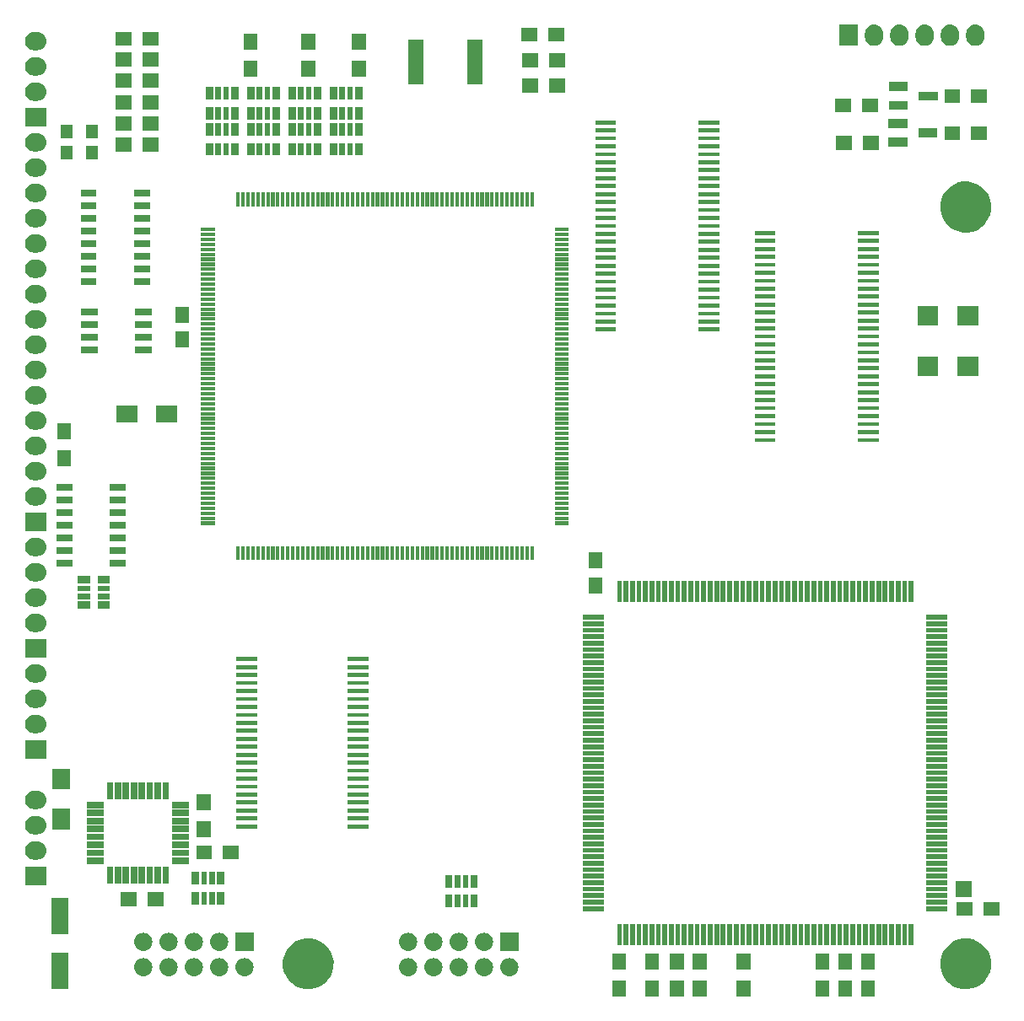
<source format=gts>
G04 #@! TF.FileFunction,Soldermask,Top*
%FSLAX46Y46*%
G04 Gerber Fmt 4.6, Leading zero omitted, Abs format (unit mm)*
G04 Created by KiCad (PCBNEW 0.201602281447+6595~42~ubuntu14.04.1-product) date tor  3 mar 2016 23:28:03*
%MOMM*%
G01*
G04 APERTURE LIST*
%ADD10C,0.100000*%
G04 APERTURE END LIST*
D10*
G36*
X171900800Y-149250800D02*
X170499200Y-149250800D01*
X170499200Y-147649200D01*
X171900800Y-147649200D01*
X171900800Y-149250800D01*
X171900800Y-149250800D01*
G37*
G36*
X150200800Y-149250800D02*
X148799200Y-149250800D01*
X148799200Y-147649200D01*
X150200800Y-147649200D01*
X150200800Y-149250800D01*
X150200800Y-149250800D01*
G37*
G36*
X167300800Y-149250800D02*
X165899200Y-149250800D01*
X165899200Y-147649200D01*
X167300800Y-147649200D01*
X167300800Y-149250800D01*
X167300800Y-149250800D01*
G37*
G36*
X169600800Y-149250800D02*
X168199200Y-149250800D01*
X168199200Y-147649200D01*
X169600800Y-147649200D01*
X169600800Y-149250800D01*
X169600800Y-149250800D01*
G37*
G36*
X152700800Y-149250800D02*
X151299200Y-149250800D01*
X151299200Y-147649200D01*
X152700800Y-147649200D01*
X152700800Y-149250800D01*
X152700800Y-149250800D01*
G37*
G36*
X146900800Y-149250800D02*
X145499200Y-149250800D01*
X145499200Y-147649200D01*
X146900800Y-147649200D01*
X146900800Y-149250800D01*
X146900800Y-149250800D01*
G37*
G36*
X155000800Y-149250800D02*
X153599200Y-149250800D01*
X153599200Y-147649200D01*
X155000800Y-147649200D01*
X155000800Y-149250800D01*
X155000800Y-149250800D01*
G37*
G36*
X159400800Y-149250800D02*
X157999200Y-149250800D01*
X157999200Y-147649200D01*
X159400800Y-147649200D01*
X159400800Y-149250800D01*
X159400800Y-149250800D01*
G37*
G36*
X181267925Y-143450897D02*
X181757938Y-143551483D01*
X182219096Y-143745335D01*
X182633811Y-144025065D01*
X182986296Y-144380018D01*
X183263121Y-144796675D01*
X183453747Y-145259168D01*
X183550842Y-145749532D01*
X183550842Y-145749542D01*
X183550909Y-145749881D01*
X183542931Y-146321247D01*
X183542854Y-146321585D01*
X183542854Y-146321594D01*
X183432105Y-146809057D01*
X183228642Y-147266043D01*
X182940287Y-147674810D01*
X182578029Y-148019785D01*
X182155665Y-148287826D01*
X181689278Y-148468725D01*
X181196644Y-148555590D01*
X180696514Y-148545114D01*
X180207943Y-148437695D01*
X179749543Y-148237424D01*
X179338777Y-147951934D01*
X178991282Y-147592093D01*
X178720298Y-147171608D01*
X178536146Y-146706494D01*
X178445845Y-146214481D01*
X178452829Y-145714290D01*
X178556835Y-145224981D01*
X178753899Y-144765196D01*
X179036518Y-144352442D01*
X179393923Y-144002445D01*
X179812506Y-143728532D01*
X180276319Y-143541139D01*
X180767693Y-143447405D01*
X181267925Y-143450897D01*
X181267925Y-143450897D01*
G37*
G36*
X115267925Y-143450897D02*
X115757938Y-143551483D01*
X116219096Y-143745335D01*
X116633811Y-144025065D01*
X116986296Y-144380018D01*
X117263121Y-144796675D01*
X117453747Y-145259168D01*
X117550842Y-145749532D01*
X117550842Y-145749542D01*
X117550909Y-145749881D01*
X117542931Y-146321247D01*
X117542854Y-146321585D01*
X117542854Y-146321594D01*
X117432105Y-146809057D01*
X117228642Y-147266043D01*
X116940287Y-147674810D01*
X116578029Y-148019785D01*
X116155665Y-148287826D01*
X115689278Y-148468725D01*
X115196644Y-148555590D01*
X114696514Y-148545114D01*
X114207943Y-148437695D01*
X113749543Y-148237424D01*
X113338777Y-147951934D01*
X112991282Y-147592093D01*
X112720298Y-147171608D01*
X112536146Y-146706494D01*
X112445845Y-146214481D01*
X112452829Y-145714290D01*
X112556835Y-145224981D01*
X112753899Y-144765196D01*
X113036518Y-144352442D01*
X113393923Y-144002445D01*
X113812506Y-143728532D01*
X114276319Y-143541139D01*
X114767693Y-143447405D01*
X115267925Y-143450897D01*
X115267925Y-143450897D01*
G37*
G36*
X90950900Y-148550390D02*
X89249100Y-148550390D01*
X89249100Y-144849610D01*
X90950900Y-144849610D01*
X90950900Y-148550390D01*
X90950900Y-148550390D01*
G37*
G36*
X132823818Y-145439846D02*
X132823823Y-145439847D01*
X132823866Y-145439852D01*
X132994344Y-145492624D01*
X133151326Y-145577504D01*
X133288831Y-145691258D01*
X133401623Y-145829555D01*
X133485405Y-145987125D01*
X133536985Y-146157968D01*
X133554400Y-146335576D01*
X133554400Y-146344459D01*
X133554326Y-146355135D01*
X133554325Y-146355141D01*
X133554311Y-146357191D01*
X133534418Y-146534538D01*
X133480457Y-146704644D01*
X133394484Y-146861030D01*
X133279772Y-146997738D01*
X133140692Y-147109561D01*
X132982540Y-147192241D01*
X132811341Y-147242627D01*
X132811310Y-147242630D01*
X132811296Y-147242634D01*
X132633620Y-147258803D01*
X132456182Y-147240154D01*
X132456177Y-147240153D01*
X132456134Y-147240148D01*
X132285656Y-147187376D01*
X132128674Y-147102496D01*
X131991169Y-146988742D01*
X131878377Y-146850445D01*
X131794595Y-146692875D01*
X131743015Y-146522032D01*
X131725600Y-146344424D01*
X131725600Y-146335541D01*
X131725674Y-146324865D01*
X131725675Y-146324859D01*
X131725689Y-146322809D01*
X131745582Y-146145462D01*
X131799543Y-145975356D01*
X131885516Y-145818970D01*
X132000228Y-145682262D01*
X132139308Y-145570439D01*
X132297460Y-145487759D01*
X132468659Y-145437373D01*
X132468690Y-145437370D01*
X132468704Y-145437366D01*
X132646380Y-145421197D01*
X132823818Y-145439846D01*
X132823818Y-145439846D01*
G37*
G36*
X130283818Y-145439846D02*
X130283823Y-145439847D01*
X130283866Y-145439852D01*
X130454344Y-145492624D01*
X130611326Y-145577504D01*
X130748831Y-145691258D01*
X130861623Y-145829555D01*
X130945405Y-145987125D01*
X130996985Y-146157968D01*
X131014400Y-146335576D01*
X131014400Y-146344459D01*
X131014326Y-146355135D01*
X131014325Y-146355141D01*
X131014311Y-146357191D01*
X130994418Y-146534538D01*
X130940457Y-146704644D01*
X130854484Y-146861030D01*
X130739772Y-146997738D01*
X130600692Y-147109561D01*
X130442540Y-147192241D01*
X130271341Y-147242627D01*
X130271310Y-147242630D01*
X130271296Y-147242634D01*
X130093620Y-147258803D01*
X129916182Y-147240154D01*
X129916177Y-147240153D01*
X129916134Y-147240148D01*
X129745656Y-147187376D01*
X129588674Y-147102496D01*
X129451169Y-146988742D01*
X129338377Y-146850445D01*
X129254595Y-146692875D01*
X129203015Y-146522032D01*
X129185600Y-146344424D01*
X129185600Y-146335541D01*
X129185674Y-146324865D01*
X129185675Y-146324859D01*
X129185689Y-146322809D01*
X129205582Y-146145462D01*
X129259543Y-145975356D01*
X129345516Y-145818970D01*
X129460228Y-145682262D01*
X129599308Y-145570439D01*
X129757460Y-145487759D01*
X129928659Y-145437373D01*
X129928690Y-145437370D01*
X129928704Y-145437366D01*
X130106380Y-145421197D01*
X130283818Y-145439846D01*
X130283818Y-145439846D01*
G37*
G36*
X98623818Y-145439846D02*
X98623823Y-145439847D01*
X98623866Y-145439852D01*
X98794344Y-145492624D01*
X98951326Y-145577504D01*
X99088831Y-145691258D01*
X99201623Y-145829555D01*
X99285405Y-145987125D01*
X99336985Y-146157968D01*
X99354400Y-146335576D01*
X99354400Y-146344459D01*
X99354326Y-146355135D01*
X99354325Y-146355141D01*
X99354311Y-146357191D01*
X99334418Y-146534538D01*
X99280457Y-146704644D01*
X99194484Y-146861030D01*
X99079772Y-146997738D01*
X98940692Y-147109561D01*
X98782540Y-147192241D01*
X98611341Y-147242627D01*
X98611310Y-147242630D01*
X98611296Y-147242634D01*
X98433620Y-147258803D01*
X98256182Y-147240154D01*
X98256177Y-147240153D01*
X98256134Y-147240148D01*
X98085656Y-147187376D01*
X97928674Y-147102496D01*
X97791169Y-146988742D01*
X97678377Y-146850445D01*
X97594595Y-146692875D01*
X97543015Y-146522032D01*
X97525600Y-146344424D01*
X97525600Y-146335541D01*
X97525674Y-146324865D01*
X97525675Y-146324859D01*
X97525689Y-146322809D01*
X97545582Y-146145462D01*
X97599543Y-145975356D01*
X97685516Y-145818970D01*
X97800228Y-145682262D01*
X97939308Y-145570439D01*
X98097460Y-145487759D01*
X98268659Y-145437373D01*
X98268690Y-145437370D01*
X98268704Y-145437366D01*
X98446380Y-145421197D01*
X98623818Y-145439846D01*
X98623818Y-145439846D01*
G37*
G36*
X127743818Y-145439846D02*
X127743823Y-145439847D01*
X127743866Y-145439852D01*
X127914344Y-145492624D01*
X128071326Y-145577504D01*
X128208831Y-145691258D01*
X128321623Y-145829555D01*
X128405405Y-145987125D01*
X128456985Y-146157968D01*
X128474400Y-146335576D01*
X128474400Y-146344459D01*
X128474326Y-146355135D01*
X128474325Y-146355141D01*
X128474311Y-146357191D01*
X128454418Y-146534538D01*
X128400457Y-146704644D01*
X128314484Y-146861030D01*
X128199772Y-146997738D01*
X128060692Y-147109561D01*
X127902540Y-147192241D01*
X127731341Y-147242627D01*
X127731310Y-147242630D01*
X127731296Y-147242634D01*
X127553620Y-147258803D01*
X127376182Y-147240154D01*
X127376177Y-147240153D01*
X127376134Y-147240148D01*
X127205656Y-147187376D01*
X127048674Y-147102496D01*
X126911169Y-146988742D01*
X126798377Y-146850445D01*
X126714595Y-146692875D01*
X126663015Y-146522032D01*
X126645600Y-146344424D01*
X126645600Y-146335541D01*
X126645674Y-146324865D01*
X126645675Y-146324859D01*
X126645689Y-146322809D01*
X126665582Y-146145462D01*
X126719543Y-145975356D01*
X126805516Y-145818970D01*
X126920228Y-145682262D01*
X127059308Y-145570439D01*
X127217460Y-145487759D01*
X127388659Y-145437373D01*
X127388690Y-145437370D01*
X127388704Y-145437366D01*
X127566380Y-145421197D01*
X127743818Y-145439846D01*
X127743818Y-145439846D01*
G37*
G36*
X125203818Y-145439846D02*
X125203823Y-145439847D01*
X125203866Y-145439852D01*
X125374344Y-145492624D01*
X125531326Y-145577504D01*
X125668831Y-145691258D01*
X125781623Y-145829555D01*
X125865405Y-145987125D01*
X125916985Y-146157968D01*
X125934400Y-146335576D01*
X125934400Y-146344459D01*
X125934326Y-146355135D01*
X125934325Y-146355141D01*
X125934311Y-146357191D01*
X125914418Y-146534538D01*
X125860457Y-146704644D01*
X125774484Y-146861030D01*
X125659772Y-146997738D01*
X125520692Y-147109561D01*
X125362540Y-147192241D01*
X125191341Y-147242627D01*
X125191310Y-147242630D01*
X125191296Y-147242634D01*
X125013620Y-147258803D01*
X124836182Y-147240154D01*
X124836177Y-147240153D01*
X124836134Y-147240148D01*
X124665656Y-147187376D01*
X124508674Y-147102496D01*
X124371169Y-146988742D01*
X124258377Y-146850445D01*
X124174595Y-146692875D01*
X124123015Y-146522032D01*
X124105600Y-146344424D01*
X124105600Y-146335541D01*
X124105674Y-146324865D01*
X124105675Y-146324859D01*
X124105689Y-146322809D01*
X124125582Y-146145462D01*
X124179543Y-145975356D01*
X124265516Y-145818970D01*
X124380228Y-145682262D01*
X124519308Y-145570439D01*
X124677460Y-145487759D01*
X124848659Y-145437373D01*
X124848690Y-145437370D01*
X124848704Y-145437366D01*
X125026380Y-145421197D01*
X125203818Y-145439846D01*
X125203818Y-145439846D01*
G37*
G36*
X108783818Y-145439846D02*
X108783823Y-145439847D01*
X108783866Y-145439852D01*
X108954344Y-145492624D01*
X109111326Y-145577504D01*
X109248831Y-145691258D01*
X109361623Y-145829555D01*
X109445405Y-145987125D01*
X109496985Y-146157968D01*
X109514400Y-146335576D01*
X109514400Y-146344459D01*
X109514326Y-146355135D01*
X109514325Y-146355141D01*
X109514311Y-146357191D01*
X109494418Y-146534538D01*
X109440457Y-146704644D01*
X109354484Y-146861030D01*
X109239772Y-146997738D01*
X109100692Y-147109561D01*
X108942540Y-147192241D01*
X108771341Y-147242627D01*
X108771310Y-147242630D01*
X108771296Y-147242634D01*
X108593620Y-147258803D01*
X108416182Y-147240154D01*
X108416177Y-147240153D01*
X108416134Y-147240148D01*
X108245656Y-147187376D01*
X108088674Y-147102496D01*
X107951169Y-146988742D01*
X107838377Y-146850445D01*
X107754595Y-146692875D01*
X107703015Y-146522032D01*
X107685600Y-146344424D01*
X107685600Y-146335541D01*
X107685674Y-146324865D01*
X107685675Y-146324859D01*
X107685689Y-146322809D01*
X107705582Y-146145462D01*
X107759543Y-145975356D01*
X107845516Y-145818970D01*
X107960228Y-145682262D01*
X108099308Y-145570439D01*
X108257460Y-145487759D01*
X108428659Y-145437373D01*
X108428690Y-145437370D01*
X108428704Y-145437366D01*
X108606380Y-145421197D01*
X108783818Y-145439846D01*
X108783818Y-145439846D01*
G37*
G36*
X101163818Y-145439846D02*
X101163823Y-145439847D01*
X101163866Y-145439852D01*
X101334344Y-145492624D01*
X101491326Y-145577504D01*
X101628831Y-145691258D01*
X101741623Y-145829555D01*
X101825405Y-145987125D01*
X101876985Y-146157968D01*
X101894400Y-146335576D01*
X101894400Y-146344459D01*
X101894326Y-146355135D01*
X101894325Y-146355141D01*
X101894311Y-146357191D01*
X101874418Y-146534538D01*
X101820457Y-146704644D01*
X101734484Y-146861030D01*
X101619772Y-146997738D01*
X101480692Y-147109561D01*
X101322540Y-147192241D01*
X101151341Y-147242627D01*
X101151310Y-147242630D01*
X101151296Y-147242634D01*
X100973620Y-147258803D01*
X100796182Y-147240154D01*
X100796177Y-147240153D01*
X100796134Y-147240148D01*
X100625656Y-147187376D01*
X100468674Y-147102496D01*
X100331169Y-146988742D01*
X100218377Y-146850445D01*
X100134595Y-146692875D01*
X100083015Y-146522032D01*
X100065600Y-146344424D01*
X100065600Y-146335541D01*
X100065674Y-146324865D01*
X100065675Y-146324859D01*
X100065689Y-146322809D01*
X100085582Y-146145462D01*
X100139543Y-145975356D01*
X100225516Y-145818970D01*
X100340228Y-145682262D01*
X100479308Y-145570439D01*
X100637460Y-145487759D01*
X100808659Y-145437373D01*
X100808690Y-145437370D01*
X100808704Y-145437366D01*
X100986380Y-145421197D01*
X101163818Y-145439846D01*
X101163818Y-145439846D01*
G37*
G36*
X103703818Y-145439846D02*
X103703823Y-145439847D01*
X103703866Y-145439852D01*
X103874344Y-145492624D01*
X104031326Y-145577504D01*
X104168831Y-145691258D01*
X104281623Y-145829555D01*
X104365405Y-145987125D01*
X104416985Y-146157968D01*
X104434400Y-146335576D01*
X104434400Y-146344459D01*
X104434326Y-146355135D01*
X104434325Y-146355141D01*
X104434311Y-146357191D01*
X104414418Y-146534538D01*
X104360457Y-146704644D01*
X104274484Y-146861030D01*
X104159772Y-146997738D01*
X104020692Y-147109561D01*
X103862540Y-147192241D01*
X103691341Y-147242627D01*
X103691310Y-147242630D01*
X103691296Y-147242634D01*
X103513620Y-147258803D01*
X103336182Y-147240154D01*
X103336177Y-147240153D01*
X103336134Y-147240148D01*
X103165656Y-147187376D01*
X103008674Y-147102496D01*
X102871169Y-146988742D01*
X102758377Y-146850445D01*
X102674595Y-146692875D01*
X102623015Y-146522032D01*
X102605600Y-146344424D01*
X102605600Y-146335541D01*
X102605674Y-146324865D01*
X102605675Y-146324859D01*
X102605689Y-146322809D01*
X102625582Y-146145462D01*
X102679543Y-145975356D01*
X102765516Y-145818970D01*
X102880228Y-145682262D01*
X103019308Y-145570439D01*
X103177460Y-145487759D01*
X103348659Y-145437373D01*
X103348690Y-145437370D01*
X103348704Y-145437366D01*
X103526380Y-145421197D01*
X103703818Y-145439846D01*
X103703818Y-145439846D01*
G37*
G36*
X106243818Y-145439846D02*
X106243823Y-145439847D01*
X106243866Y-145439852D01*
X106414344Y-145492624D01*
X106571326Y-145577504D01*
X106708831Y-145691258D01*
X106821623Y-145829555D01*
X106905405Y-145987125D01*
X106956985Y-146157968D01*
X106974400Y-146335576D01*
X106974400Y-146344459D01*
X106974326Y-146355135D01*
X106974325Y-146355141D01*
X106974311Y-146357191D01*
X106954418Y-146534538D01*
X106900457Y-146704644D01*
X106814484Y-146861030D01*
X106699772Y-146997738D01*
X106560692Y-147109561D01*
X106402540Y-147192241D01*
X106231341Y-147242627D01*
X106231310Y-147242630D01*
X106231296Y-147242634D01*
X106053620Y-147258803D01*
X105876182Y-147240154D01*
X105876177Y-147240153D01*
X105876134Y-147240148D01*
X105705656Y-147187376D01*
X105548674Y-147102496D01*
X105411169Y-146988742D01*
X105298377Y-146850445D01*
X105214595Y-146692875D01*
X105163015Y-146522032D01*
X105145600Y-146344424D01*
X105145600Y-146335541D01*
X105145674Y-146324865D01*
X105145675Y-146324859D01*
X105145689Y-146322809D01*
X105165582Y-146145462D01*
X105219543Y-145975356D01*
X105305516Y-145818970D01*
X105420228Y-145682262D01*
X105559308Y-145570439D01*
X105717460Y-145487759D01*
X105888659Y-145437373D01*
X105888690Y-145437370D01*
X105888704Y-145437366D01*
X106066380Y-145421197D01*
X106243818Y-145439846D01*
X106243818Y-145439846D01*
G37*
G36*
X135363818Y-145439846D02*
X135363823Y-145439847D01*
X135363866Y-145439852D01*
X135534344Y-145492624D01*
X135691326Y-145577504D01*
X135828831Y-145691258D01*
X135941623Y-145829555D01*
X136025405Y-145987125D01*
X136076985Y-146157968D01*
X136094400Y-146335576D01*
X136094400Y-146344459D01*
X136094326Y-146355135D01*
X136094325Y-146355141D01*
X136094311Y-146357191D01*
X136074418Y-146534538D01*
X136020457Y-146704644D01*
X135934484Y-146861030D01*
X135819772Y-146997738D01*
X135680692Y-147109561D01*
X135522540Y-147192241D01*
X135351341Y-147242627D01*
X135351310Y-147242630D01*
X135351296Y-147242634D01*
X135173620Y-147258803D01*
X134996182Y-147240154D01*
X134996177Y-147240153D01*
X134996134Y-147240148D01*
X134825656Y-147187376D01*
X134668674Y-147102496D01*
X134531169Y-146988742D01*
X134418377Y-146850445D01*
X134334595Y-146692875D01*
X134283015Y-146522032D01*
X134265600Y-146344424D01*
X134265600Y-146335541D01*
X134265674Y-146324865D01*
X134265675Y-146324859D01*
X134265689Y-146322809D01*
X134285582Y-146145462D01*
X134339543Y-145975356D01*
X134425516Y-145818970D01*
X134540228Y-145682262D01*
X134679308Y-145570439D01*
X134837460Y-145487759D01*
X135008659Y-145437373D01*
X135008690Y-145437370D01*
X135008704Y-145437366D01*
X135186380Y-145421197D01*
X135363818Y-145439846D01*
X135363818Y-145439846D01*
G37*
G36*
X169600800Y-146550800D02*
X168199200Y-146550800D01*
X168199200Y-144949200D01*
X169600800Y-144949200D01*
X169600800Y-146550800D01*
X169600800Y-146550800D01*
G37*
G36*
X167300800Y-146550800D02*
X165899200Y-146550800D01*
X165899200Y-144949200D01*
X167300800Y-144949200D01*
X167300800Y-146550800D01*
X167300800Y-146550800D01*
G37*
G36*
X159400800Y-146550800D02*
X157999200Y-146550800D01*
X157999200Y-144949200D01*
X159400800Y-144949200D01*
X159400800Y-146550800D01*
X159400800Y-146550800D01*
G37*
G36*
X146900800Y-146550800D02*
X145499200Y-146550800D01*
X145499200Y-144949200D01*
X146900800Y-144949200D01*
X146900800Y-146550800D01*
X146900800Y-146550800D01*
G37*
G36*
X155000800Y-146550800D02*
X153599200Y-146550800D01*
X153599200Y-144949200D01*
X155000800Y-144949200D01*
X155000800Y-146550800D01*
X155000800Y-146550800D01*
G37*
G36*
X152700800Y-146550800D02*
X151299200Y-146550800D01*
X151299200Y-144949200D01*
X152700800Y-144949200D01*
X152700800Y-146550800D01*
X152700800Y-146550800D01*
G37*
G36*
X171900800Y-146550800D02*
X170499200Y-146550800D01*
X170499200Y-144949200D01*
X171900800Y-144949200D01*
X171900800Y-146550800D01*
X171900800Y-146550800D01*
G37*
G36*
X150200800Y-146550800D02*
X148799200Y-146550800D01*
X148799200Y-144949200D01*
X150200800Y-144949200D01*
X150200800Y-146550800D01*
X150200800Y-146550800D01*
G37*
G36*
X125203818Y-142899846D02*
X125203823Y-142899847D01*
X125203866Y-142899852D01*
X125374344Y-142952624D01*
X125531326Y-143037504D01*
X125668831Y-143151258D01*
X125781623Y-143289555D01*
X125865405Y-143447125D01*
X125916985Y-143617968D01*
X125934400Y-143795576D01*
X125934400Y-143804459D01*
X125934326Y-143815135D01*
X125934325Y-143815141D01*
X125934311Y-143817191D01*
X125914418Y-143994538D01*
X125860457Y-144164644D01*
X125774484Y-144321030D01*
X125659772Y-144457738D01*
X125520692Y-144569561D01*
X125362540Y-144652241D01*
X125191341Y-144702627D01*
X125191310Y-144702630D01*
X125191296Y-144702634D01*
X125013620Y-144718803D01*
X124836182Y-144700154D01*
X124836177Y-144700153D01*
X124836134Y-144700148D01*
X124665656Y-144647376D01*
X124508674Y-144562496D01*
X124371169Y-144448742D01*
X124258377Y-144310445D01*
X124174595Y-144152875D01*
X124123015Y-143982032D01*
X124105600Y-143804424D01*
X124105600Y-143795541D01*
X124105674Y-143784865D01*
X124105675Y-143784859D01*
X124105689Y-143782809D01*
X124125582Y-143605462D01*
X124179543Y-143435356D01*
X124265516Y-143278970D01*
X124380228Y-143142262D01*
X124519308Y-143030439D01*
X124677460Y-142947759D01*
X124848659Y-142897373D01*
X124848690Y-142897370D01*
X124848704Y-142897366D01*
X125026380Y-142881197D01*
X125203818Y-142899846D01*
X125203818Y-142899846D01*
G37*
G36*
X127743818Y-142899846D02*
X127743823Y-142899847D01*
X127743866Y-142899852D01*
X127914344Y-142952624D01*
X128071326Y-143037504D01*
X128208831Y-143151258D01*
X128321623Y-143289555D01*
X128405405Y-143447125D01*
X128456985Y-143617968D01*
X128474400Y-143795576D01*
X128474400Y-143804459D01*
X128474326Y-143815135D01*
X128474325Y-143815141D01*
X128474311Y-143817191D01*
X128454418Y-143994538D01*
X128400457Y-144164644D01*
X128314484Y-144321030D01*
X128199772Y-144457738D01*
X128060692Y-144569561D01*
X127902540Y-144652241D01*
X127731341Y-144702627D01*
X127731310Y-144702630D01*
X127731296Y-144702634D01*
X127553620Y-144718803D01*
X127376182Y-144700154D01*
X127376177Y-144700153D01*
X127376134Y-144700148D01*
X127205656Y-144647376D01*
X127048674Y-144562496D01*
X126911169Y-144448742D01*
X126798377Y-144310445D01*
X126714595Y-144152875D01*
X126663015Y-143982032D01*
X126645600Y-143804424D01*
X126645600Y-143795541D01*
X126645674Y-143784865D01*
X126645675Y-143784859D01*
X126645689Y-143782809D01*
X126665582Y-143605462D01*
X126719543Y-143435356D01*
X126805516Y-143278970D01*
X126920228Y-143142262D01*
X127059308Y-143030439D01*
X127217460Y-142947759D01*
X127388659Y-142897373D01*
X127388690Y-142897370D01*
X127388704Y-142897366D01*
X127566380Y-142881197D01*
X127743818Y-142899846D01*
X127743818Y-142899846D01*
G37*
G36*
X130283818Y-142899846D02*
X130283823Y-142899847D01*
X130283866Y-142899852D01*
X130454344Y-142952624D01*
X130611326Y-143037504D01*
X130748831Y-143151258D01*
X130861623Y-143289555D01*
X130945405Y-143447125D01*
X130996985Y-143617968D01*
X131014400Y-143795576D01*
X131014400Y-143804459D01*
X131014326Y-143815135D01*
X131014325Y-143815141D01*
X131014311Y-143817191D01*
X130994418Y-143994538D01*
X130940457Y-144164644D01*
X130854484Y-144321030D01*
X130739772Y-144457738D01*
X130600692Y-144569561D01*
X130442540Y-144652241D01*
X130271341Y-144702627D01*
X130271310Y-144702630D01*
X130271296Y-144702634D01*
X130093620Y-144718803D01*
X129916182Y-144700154D01*
X129916177Y-144700153D01*
X129916134Y-144700148D01*
X129745656Y-144647376D01*
X129588674Y-144562496D01*
X129451169Y-144448742D01*
X129338377Y-144310445D01*
X129254595Y-144152875D01*
X129203015Y-143982032D01*
X129185600Y-143804424D01*
X129185600Y-143795541D01*
X129185674Y-143784865D01*
X129185675Y-143784859D01*
X129185689Y-143782809D01*
X129205582Y-143605462D01*
X129259543Y-143435356D01*
X129345516Y-143278970D01*
X129460228Y-143142262D01*
X129599308Y-143030439D01*
X129757460Y-142947759D01*
X129928659Y-142897373D01*
X129928690Y-142897370D01*
X129928704Y-142897366D01*
X130106380Y-142881197D01*
X130283818Y-142899846D01*
X130283818Y-142899846D01*
G37*
G36*
X132823818Y-142899846D02*
X132823823Y-142899847D01*
X132823866Y-142899852D01*
X132994344Y-142952624D01*
X133151326Y-143037504D01*
X133288831Y-143151258D01*
X133401623Y-143289555D01*
X133485405Y-143447125D01*
X133536985Y-143617968D01*
X133554400Y-143795576D01*
X133554400Y-143804459D01*
X133554326Y-143815135D01*
X133554325Y-143815141D01*
X133554311Y-143817191D01*
X133534418Y-143994538D01*
X133480457Y-144164644D01*
X133394484Y-144321030D01*
X133279772Y-144457738D01*
X133140692Y-144569561D01*
X132982540Y-144652241D01*
X132811341Y-144702627D01*
X132811310Y-144702630D01*
X132811296Y-144702634D01*
X132633620Y-144718803D01*
X132456182Y-144700154D01*
X132456177Y-144700153D01*
X132456134Y-144700148D01*
X132285656Y-144647376D01*
X132128674Y-144562496D01*
X131991169Y-144448742D01*
X131878377Y-144310445D01*
X131794595Y-144152875D01*
X131743015Y-143982032D01*
X131725600Y-143804424D01*
X131725600Y-143795541D01*
X131725674Y-143784865D01*
X131725675Y-143784859D01*
X131725689Y-143782809D01*
X131745582Y-143605462D01*
X131799543Y-143435356D01*
X131885516Y-143278970D01*
X132000228Y-143142262D01*
X132139308Y-143030439D01*
X132297460Y-142947759D01*
X132468659Y-142897373D01*
X132468690Y-142897370D01*
X132468704Y-142897366D01*
X132646380Y-142881197D01*
X132823818Y-142899846D01*
X132823818Y-142899846D01*
G37*
G36*
X103703818Y-142899846D02*
X103703823Y-142899847D01*
X103703866Y-142899852D01*
X103874344Y-142952624D01*
X104031326Y-143037504D01*
X104168831Y-143151258D01*
X104281623Y-143289555D01*
X104365405Y-143447125D01*
X104416985Y-143617968D01*
X104434400Y-143795576D01*
X104434400Y-143804459D01*
X104434326Y-143815135D01*
X104434325Y-143815141D01*
X104434311Y-143817191D01*
X104414418Y-143994538D01*
X104360457Y-144164644D01*
X104274484Y-144321030D01*
X104159772Y-144457738D01*
X104020692Y-144569561D01*
X103862540Y-144652241D01*
X103691341Y-144702627D01*
X103691310Y-144702630D01*
X103691296Y-144702634D01*
X103513620Y-144718803D01*
X103336182Y-144700154D01*
X103336177Y-144700153D01*
X103336134Y-144700148D01*
X103165656Y-144647376D01*
X103008674Y-144562496D01*
X102871169Y-144448742D01*
X102758377Y-144310445D01*
X102674595Y-144152875D01*
X102623015Y-143982032D01*
X102605600Y-143804424D01*
X102605600Y-143795541D01*
X102605674Y-143784865D01*
X102605675Y-143784859D01*
X102605689Y-143782809D01*
X102625582Y-143605462D01*
X102679543Y-143435356D01*
X102765516Y-143278970D01*
X102880228Y-143142262D01*
X103019308Y-143030439D01*
X103177460Y-142947759D01*
X103348659Y-142897373D01*
X103348690Y-142897370D01*
X103348704Y-142897366D01*
X103526380Y-142881197D01*
X103703818Y-142899846D01*
X103703818Y-142899846D01*
G37*
G36*
X101163818Y-142899846D02*
X101163823Y-142899847D01*
X101163866Y-142899852D01*
X101334344Y-142952624D01*
X101491326Y-143037504D01*
X101628831Y-143151258D01*
X101741623Y-143289555D01*
X101825405Y-143447125D01*
X101876985Y-143617968D01*
X101894400Y-143795576D01*
X101894400Y-143804459D01*
X101894326Y-143815135D01*
X101894325Y-143815141D01*
X101894311Y-143817191D01*
X101874418Y-143994538D01*
X101820457Y-144164644D01*
X101734484Y-144321030D01*
X101619772Y-144457738D01*
X101480692Y-144569561D01*
X101322540Y-144652241D01*
X101151341Y-144702627D01*
X101151310Y-144702630D01*
X101151296Y-144702634D01*
X100973620Y-144718803D01*
X100796182Y-144700154D01*
X100796177Y-144700153D01*
X100796134Y-144700148D01*
X100625656Y-144647376D01*
X100468674Y-144562496D01*
X100331169Y-144448742D01*
X100218377Y-144310445D01*
X100134595Y-144152875D01*
X100083015Y-143982032D01*
X100065600Y-143804424D01*
X100065600Y-143795541D01*
X100065674Y-143784865D01*
X100065675Y-143784859D01*
X100065689Y-143782809D01*
X100085582Y-143605462D01*
X100139543Y-143435356D01*
X100225516Y-143278970D01*
X100340228Y-143142262D01*
X100479308Y-143030439D01*
X100637460Y-142947759D01*
X100808659Y-142897373D01*
X100808690Y-142897370D01*
X100808704Y-142897366D01*
X100986380Y-142881197D01*
X101163818Y-142899846D01*
X101163818Y-142899846D01*
G37*
G36*
X98623818Y-142899846D02*
X98623823Y-142899847D01*
X98623866Y-142899852D01*
X98794344Y-142952624D01*
X98951326Y-143037504D01*
X99088831Y-143151258D01*
X99201623Y-143289555D01*
X99285405Y-143447125D01*
X99336985Y-143617968D01*
X99354400Y-143795576D01*
X99354400Y-143804459D01*
X99354326Y-143815135D01*
X99354325Y-143815141D01*
X99354311Y-143817191D01*
X99334418Y-143994538D01*
X99280457Y-144164644D01*
X99194484Y-144321030D01*
X99079772Y-144457738D01*
X98940692Y-144569561D01*
X98782540Y-144652241D01*
X98611341Y-144702627D01*
X98611310Y-144702630D01*
X98611296Y-144702634D01*
X98433620Y-144718803D01*
X98256182Y-144700154D01*
X98256177Y-144700153D01*
X98256134Y-144700148D01*
X98085656Y-144647376D01*
X97928674Y-144562496D01*
X97791169Y-144448742D01*
X97678377Y-144310445D01*
X97594595Y-144152875D01*
X97543015Y-143982032D01*
X97525600Y-143804424D01*
X97525600Y-143795541D01*
X97525674Y-143784865D01*
X97525675Y-143784859D01*
X97525689Y-143782809D01*
X97545582Y-143605462D01*
X97599543Y-143435356D01*
X97685516Y-143278970D01*
X97800228Y-143142262D01*
X97939308Y-143030439D01*
X98097460Y-142947759D01*
X98268659Y-142897373D01*
X98268690Y-142897370D01*
X98268704Y-142897366D01*
X98446380Y-142881197D01*
X98623818Y-142899846D01*
X98623818Y-142899846D01*
G37*
G36*
X106243818Y-142899846D02*
X106243823Y-142899847D01*
X106243866Y-142899852D01*
X106414344Y-142952624D01*
X106571326Y-143037504D01*
X106708831Y-143151258D01*
X106821623Y-143289555D01*
X106905405Y-143447125D01*
X106956985Y-143617968D01*
X106974400Y-143795576D01*
X106974400Y-143804459D01*
X106974326Y-143815135D01*
X106974325Y-143815141D01*
X106974311Y-143817191D01*
X106954418Y-143994538D01*
X106900457Y-144164644D01*
X106814484Y-144321030D01*
X106699772Y-144457738D01*
X106560692Y-144569561D01*
X106402540Y-144652241D01*
X106231341Y-144702627D01*
X106231310Y-144702630D01*
X106231296Y-144702634D01*
X106053620Y-144718803D01*
X105876182Y-144700154D01*
X105876177Y-144700153D01*
X105876134Y-144700148D01*
X105705656Y-144647376D01*
X105548674Y-144562496D01*
X105411169Y-144448742D01*
X105298377Y-144310445D01*
X105214595Y-144152875D01*
X105163015Y-143982032D01*
X105145600Y-143804424D01*
X105145600Y-143795541D01*
X105145674Y-143784865D01*
X105145675Y-143784859D01*
X105145689Y-143782809D01*
X105165582Y-143605462D01*
X105219543Y-143435356D01*
X105305516Y-143278970D01*
X105420228Y-143142262D01*
X105559308Y-143030439D01*
X105717460Y-142947759D01*
X105888659Y-142897373D01*
X105888690Y-142897370D01*
X105888704Y-142897366D01*
X106066380Y-142881197D01*
X106243818Y-142899846D01*
X106243818Y-142899846D01*
G37*
G36*
X136094400Y-144714400D02*
X134265600Y-144714400D01*
X134265600Y-142885600D01*
X136094400Y-142885600D01*
X136094400Y-144714400D01*
X136094400Y-144714400D01*
G37*
G36*
X109514400Y-144714400D02*
X107685600Y-144714400D01*
X107685600Y-142885600D01*
X109514400Y-142885600D01*
X109514400Y-144714400D01*
X109514400Y-144714400D01*
G37*
G36*
X170544900Y-144123040D02*
X170062300Y-144123040D01*
X170062300Y-141989440D01*
X170544900Y-141989440D01*
X170544900Y-144123040D01*
X170544900Y-144123040D01*
G37*
G36*
X169244420Y-144123040D02*
X168761820Y-144123040D01*
X168761820Y-141989440D01*
X169244420Y-141989440D01*
X169244420Y-144123040D01*
X169244420Y-144123040D01*
G37*
G36*
X171195140Y-144123040D02*
X170712540Y-144123040D01*
X170712540Y-141989440D01*
X171195140Y-141989440D01*
X171195140Y-144123040D01*
X171195140Y-144123040D01*
G37*
G36*
X171845380Y-144123040D02*
X171362780Y-144123040D01*
X171362780Y-141989440D01*
X171845380Y-141989440D01*
X171845380Y-144123040D01*
X171845380Y-144123040D01*
G37*
G36*
X172495620Y-144123040D02*
X172013020Y-144123040D01*
X172013020Y-141989440D01*
X172495620Y-141989440D01*
X172495620Y-144123040D01*
X172495620Y-144123040D01*
G37*
G36*
X173145860Y-144123040D02*
X172663260Y-144123040D01*
X172663260Y-141989440D01*
X173145860Y-141989440D01*
X173145860Y-144123040D01*
X173145860Y-144123040D01*
G37*
G36*
X173796100Y-144123040D02*
X173313500Y-144123040D01*
X173313500Y-141989440D01*
X173796100Y-141989440D01*
X173796100Y-144123040D01*
X173796100Y-144123040D01*
G37*
G36*
X174446340Y-144123040D02*
X173963740Y-144123040D01*
X173963740Y-141989440D01*
X174446340Y-141989440D01*
X174446340Y-144123040D01*
X174446340Y-144123040D01*
G37*
G36*
X175096580Y-144123040D02*
X174613980Y-144123040D01*
X174613980Y-141989440D01*
X175096580Y-141989440D01*
X175096580Y-144123040D01*
X175096580Y-144123040D01*
G37*
G36*
X175746820Y-144123040D02*
X175264220Y-144123040D01*
X175264220Y-141989440D01*
X175746820Y-141989440D01*
X175746820Y-144123040D01*
X175746820Y-144123040D01*
G37*
G36*
X150387460Y-144123040D02*
X149904860Y-144123040D01*
X149904860Y-141989440D01*
X150387460Y-141989440D01*
X150387460Y-144123040D01*
X150387460Y-144123040D01*
G37*
G36*
X169894660Y-144123040D02*
X169412060Y-144123040D01*
X169412060Y-141989440D01*
X169894660Y-141989440D01*
X169894660Y-144123040D01*
X169894660Y-144123040D01*
G37*
G36*
X162091780Y-144123040D02*
X161609180Y-144123040D01*
X161609180Y-141989440D01*
X162091780Y-141989440D01*
X162091780Y-144123040D01*
X162091780Y-144123040D01*
G37*
G36*
X168594180Y-144123040D02*
X168111580Y-144123040D01*
X168111580Y-141989440D01*
X168594180Y-141989440D01*
X168594180Y-144123040D01*
X168594180Y-144123040D01*
G37*
G36*
X167943940Y-144123040D02*
X167461340Y-144123040D01*
X167461340Y-141989440D01*
X167943940Y-141989440D01*
X167943940Y-144123040D01*
X167943940Y-144123040D01*
G37*
G36*
X167293700Y-144123040D02*
X166811100Y-144123040D01*
X166811100Y-141989440D01*
X167293700Y-141989440D01*
X167293700Y-144123040D01*
X167293700Y-144123040D01*
G37*
G36*
X166643460Y-144123040D02*
X166160860Y-144123040D01*
X166160860Y-141989440D01*
X166643460Y-141989440D01*
X166643460Y-144123040D01*
X166643460Y-144123040D01*
G37*
G36*
X165993220Y-144123040D02*
X165510620Y-144123040D01*
X165510620Y-141989440D01*
X165993220Y-141989440D01*
X165993220Y-144123040D01*
X165993220Y-144123040D01*
G37*
G36*
X165342980Y-144123040D02*
X164860380Y-144123040D01*
X164860380Y-141989440D01*
X165342980Y-141989440D01*
X165342980Y-144123040D01*
X165342980Y-144123040D01*
G37*
G36*
X164692740Y-144123040D02*
X164210140Y-144123040D01*
X164210140Y-141989440D01*
X164692740Y-141989440D01*
X164692740Y-144123040D01*
X164692740Y-144123040D01*
G37*
G36*
X164042500Y-144123040D02*
X163559900Y-144123040D01*
X163559900Y-141989440D01*
X164042500Y-141989440D01*
X164042500Y-144123040D01*
X164042500Y-144123040D01*
G37*
G36*
X163392260Y-144123040D02*
X162909660Y-144123040D01*
X162909660Y-141989440D01*
X163392260Y-141989440D01*
X163392260Y-144123040D01*
X163392260Y-144123040D01*
G37*
G36*
X162742020Y-144123040D02*
X162259420Y-144123040D01*
X162259420Y-141989440D01*
X162742020Y-141989440D01*
X162742020Y-144123040D01*
X162742020Y-144123040D01*
G37*
G36*
X155589380Y-144123040D02*
X155106780Y-144123040D01*
X155106780Y-141989440D01*
X155589380Y-141989440D01*
X155589380Y-144123040D01*
X155589380Y-144123040D01*
G37*
G36*
X146486020Y-144123040D02*
X146003420Y-144123040D01*
X146003420Y-141989440D01*
X146486020Y-141989440D01*
X146486020Y-144123040D01*
X146486020Y-144123040D01*
G37*
G36*
X161441540Y-144123040D02*
X160958940Y-144123040D01*
X160958940Y-141989440D01*
X161441540Y-141989440D01*
X161441540Y-144123040D01*
X161441540Y-144123040D01*
G37*
G36*
X160791300Y-144123040D02*
X160308700Y-144123040D01*
X160308700Y-141989440D01*
X160791300Y-141989440D01*
X160791300Y-144123040D01*
X160791300Y-144123040D01*
G37*
G36*
X160141060Y-144123040D02*
X159658460Y-144123040D01*
X159658460Y-141989440D01*
X160141060Y-141989440D01*
X160141060Y-144123040D01*
X160141060Y-144123040D01*
G37*
G36*
X159490820Y-144123040D02*
X159008220Y-144123040D01*
X159008220Y-141989440D01*
X159490820Y-141989440D01*
X159490820Y-144123040D01*
X159490820Y-144123040D01*
G37*
G36*
X158840580Y-144123040D02*
X158357980Y-144123040D01*
X158357980Y-141989440D01*
X158840580Y-141989440D01*
X158840580Y-144123040D01*
X158840580Y-144123040D01*
G37*
G36*
X158190340Y-144123040D02*
X157707740Y-144123040D01*
X157707740Y-141989440D01*
X158190340Y-141989440D01*
X158190340Y-144123040D01*
X158190340Y-144123040D01*
G37*
G36*
X157540100Y-144123040D02*
X157057500Y-144123040D01*
X157057500Y-141989440D01*
X157540100Y-141989440D01*
X157540100Y-144123040D01*
X157540100Y-144123040D01*
G37*
G36*
X156889860Y-144123040D02*
X156407260Y-144123040D01*
X156407260Y-141989440D01*
X156889860Y-141989440D01*
X156889860Y-144123040D01*
X156889860Y-144123040D01*
G37*
G36*
X156239620Y-144123040D02*
X155757020Y-144123040D01*
X155757020Y-141989440D01*
X156239620Y-141989440D01*
X156239620Y-144123040D01*
X156239620Y-144123040D01*
G37*
G36*
X154939140Y-144123040D02*
X154456540Y-144123040D01*
X154456540Y-141989440D01*
X154939140Y-141989440D01*
X154939140Y-144123040D01*
X154939140Y-144123040D01*
G37*
G36*
X154288900Y-144123040D02*
X153806300Y-144123040D01*
X153806300Y-141989440D01*
X154288900Y-141989440D01*
X154288900Y-144123040D01*
X154288900Y-144123040D01*
G37*
G36*
X153638660Y-144123040D02*
X153156060Y-144123040D01*
X153156060Y-141989440D01*
X153638660Y-141989440D01*
X153638660Y-144123040D01*
X153638660Y-144123040D01*
G37*
G36*
X152988420Y-144123040D02*
X152505820Y-144123040D01*
X152505820Y-141989440D01*
X152988420Y-141989440D01*
X152988420Y-144123040D01*
X152988420Y-144123040D01*
G37*
G36*
X152338180Y-144123040D02*
X151855580Y-144123040D01*
X151855580Y-141989440D01*
X152338180Y-141989440D01*
X152338180Y-144123040D01*
X152338180Y-144123040D01*
G37*
G36*
X151687940Y-144123040D02*
X151205340Y-144123040D01*
X151205340Y-141989440D01*
X151687940Y-141989440D01*
X151687940Y-144123040D01*
X151687940Y-144123040D01*
G37*
G36*
X151037700Y-144123040D02*
X150555100Y-144123040D01*
X150555100Y-141989440D01*
X151037700Y-141989440D01*
X151037700Y-144123040D01*
X151037700Y-144123040D01*
G37*
G36*
X149737220Y-144123040D02*
X149254620Y-144123040D01*
X149254620Y-141989440D01*
X149737220Y-141989440D01*
X149737220Y-144123040D01*
X149737220Y-144123040D01*
G37*
G36*
X149086980Y-144123040D02*
X148604380Y-144123040D01*
X148604380Y-141989440D01*
X149086980Y-141989440D01*
X149086980Y-144123040D01*
X149086980Y-144123040D01*
G37*
G36*
X148436740Y-144123040D02*
X147954140Y-144123040D01*
X147954140Y-141989440D01*
X148436740Y-141989440D01*
X148436740Y-144123040D01*
X148436740Y-144123040D01*
G37*
G36*
X147786500Y-144123040D02*
X147303900Y-144123040D01*
X147303900Y-141989440D01*
X147786500Y-141989440D01*
X147786500Y-144123040D01*
X147786500Y-144123040D01*
G37*
G36*
X147136260Y-144123040D02*
X146653660Y-144123040D01*
X146653660Y-141989440D01*
X147136260Y-141989440D01*
X147136260Y-144123040D01*
X147136260Y-144123040D01*
G37*
G36*
X90950900Y-143048750D02*
X89249100Y-143048750D01*
X89249100Y-139347970D01*
X90950900Y-139347970D01*
X90950900Y-143048750D01*
X90950900Y-143048750D01*
G37*
G36*
X181650800Y-141200800D02*
X180049200Y-141200800D01*
X180049200Y-139799200D01*
X181650800Y-139799200D01*
X181650800Y-141200800D01*
X181650800Y-141200800D01*
G37*
G36*
X184350800Y-141200800D02*
X182749200Y-141200800D01*
X182749200Y-139799200D01*
X184350800Y-139799200D01*
X184350800Y-141200800D01*
X184350800Y-141200800D01*
G37*
G36*
X179173280Y-140696580D02*
X177039680Y-140696580D01*
X177039680Y-140213980D01*
X179173280Y-140213980D01*
X179173280Y-140696580D01*
X179173280Y-140696580D01*
G37*
G36*
X144710560Y-140696580D02*
X142576960Y-140696580D01*
X142576960Y-140213980D01*
X144710560Y-140213980D01*
X144710560Y-140696580D01*
X144710560Y-140696580D01*
G37*
G36*
X129465280Y-140327630D02*
X128733760Y-140327630D01*
X128733760Y-139075410D01*
X129465280Y-139075410D01*
X129465280Y-140327630D01*
X129465280Y-140327630D01*
G37*
G36*
X130269190Y-140327630D02*
X129728170Y-140327630D01*
X129728170Y-139075410D01*
X130269190Y-139075410D01*
X130269190Y-140327630D01*
X130269190Y-140327630D01*
G37*
G36*
X131069290Y-140327630D02*
X130528270Y-140327630D01*
X130528270Y-139075410D01*
X131069290Y-139075410D01*
X131069290Y-140327630D01*
X131069290Y-140327630D01*
G37*
G36*
X132015440Y-140327630D02*
X131283920Y-140327630D01*
X131283920Y-139075410D01*
X132015440Y-139075410D01*
X132015440Y-140327630D01*
X132015440Y-140327630D01*
G37*
G36*
X100500800Y-140200800D02*
X98899200Y-140200800D01*
X98899200Y-138799200D01*
X100500800Y-138799200D01*
X100500800Y-140200800D01*
X100500800Y-140200800D01*
G37*
G36*
X97800800Y-140200800D02*
X96199200Y-140200800D01*
X96199200Y-138799200D01*
X97800800Y-138799200D01*
X97800800Y-140200800D01*
X97800800Y-140200800D01*
G37*
G36*
X144710560Y-140046340D02*
X142576960Y-140046340D01*
X142576960Y-139563740D01*
X144710560Y-139563740D01*
X144710560Y-140046340D01*
X144710560Y-140046340D01*
G37*
G36*
X179173280Y-140046340D02*
X177039680Y-140046340D01*
X177039680Y-139563740D01*
X179173280Y-139563740D01*
X179173280Y-140046340D01*
X179173280Y-140046340D01*
G37*
G36*
X106565760Y-140027630D02*
X105834240Y-140027630D01*
X105834240Y-138775410D01*
X106565760Y-138775410D01*
X106565760Y-140027630D01*
X106565760Y-140027630D01*
G37*
G36*
X104015600Y-140027630D02*
X103284080Y-140027630D01*
X103284080Y-138775410D01*
X104015600Y-138775410D01*
X104015600Y-140027630D01*
X104015600Y-140027630D01*
G37*
G36*
X105619610Y-140027630D02*
X105078590Y-140027630D01*
X105078590Y-138775410D01*
X105619610Y-138775410D01*
X105619610Y-140027630D01*
X105619610Y-140027630D01*
G37*
G36*
X104819510Y-140027630D02*
X104278490Y-140027630D01*
X104278490Y-138775410D01*
X104819510Y-138775410D01*
X104819510Y-140027630D01*
X104819510Y-140027630D01*
G37*
G36*
X179173280Y-139396100D02*
X177039680Y-139396100D01*
X177039680Y-138913500D01*
X179173280Y-138913500D01*
X179173280Y-139396100D01*
X179173280Y-139396100D01*
G37*
G36*
X144710560Y-139396100D02*
X142576960Y-139396100D01*
X142576960Y-138913500D01*
X144710560Y-138913500D01*
X144710560Y-139396100D01*
X144710560Y-139396100D01*
G37*
G36*
X181601370Y-139301370D02*
X179998630Y-139301370D01*
X179998630Y-137698630D01*
X181601370Y-137698630D01*
X181601370Y-139301370D01*
X181601370Y-139301370D01*
G37*
G36*
X144710560Y-138745860D02*
X142576960Y-138745860D01*
X142576960Y-138263260D01*
X144710560Y-138263260D01*
X144710560Y-138745860D01*
X144710560Y-138745860D01*
G37*
G36*
X179173280Y-138745860D02*
X177039680Y-138745860D01*
X177039680Y-138263260D01*
X179173280Y-138263260D01*
X179173280Y-138745860D01*
X179173280Y-138745860D01*
G37*
G36*
X130271730Y-138326110D02*
X129730710Y-138326110D01*
X129730710Y-137073890D01*
X130271730Y-137073890D01*
X130271730Y-138326110D01*
X130271730Y-138326110D01*
G37*
G36*
X131069290Y-138326110D02*
X130528270Y-138326110D01*
X130528270Y-137073890D01*
X131069290Y-137073890D01*
X131069290Y-138326110D01*
X131069290Y-138326110D01*
G37*
G36*
X132015440Y-138326110D02*
X131283920Y-138326110D01*
X131283920Y-137073890D01*
X132015440Y-137073890D01*
X132015440Y-138326110D01*
X132015440Y-138326110D01*
G37*
G36*
X129465280Y-138326110D02*
X128733760Y-138326110D01*
X128733760Y-137073890D01*
X129465280Y-137073890D01*
X129465280Y-138326110D01*
X129465280Y-138326110D01*
G37*
G36*
X144710560Y-138095620D02*
X142576960Y-138095620D01*
X142576960Y-137613020D01*
X144710560Y-137613020D01*
X144710560Y-138095620D01*
X144710560Y-138095620D01*
G37*
G36*
X179173280Y-138095620D02*
X177039680Y-138095620D01*
X177039680Y-137613020D01*
X179173280Y-137613020D01*
X179173280Y-138095620D01*
X179173280Y-138095620D01*
G37*
G36*
X88696800Y-138074400D02*
X86563200Y-138074400D01*
X86563200Y-136245600D01*
X88696800Y-136245600D01*
X88696800Y-138074400D01*
X88696800Y-138074400D01*
G37*
G36*
X104822050Y-138026110D02*
X104281030Y-138026110D01*
X104281030Y-136773890D01*
X104822050Y-136773890D01*
X104822050Y-138026110D01*
X104822050Y-138026110D01*
G37*
G36*
X105619610Y-138026110D02*
X105078590Y-138026110D01*
X105078590Y-136773890D01*
X105619610Y-136773890D01*
X105619610Y-138026110D01*
X105619610Y-138026110D01*
G37*
G36*
X104015600Y-138026110D02*
X103284080Y-138026110D01*
X103284080Y-136773890D01*
X104015600Y-136773890D01*
X104015600Y-138026110D01*
X104015600Y-138026110D01*
G37*
G36*
X106565760Y-138026110D02*
X105834240Y-138026110D01*
X105834240Y-136773890D01*
X106565760Y-136773890D01*
X106565760Y-138026110D01*
X106565760Y-138026110D01*
G37*
G36*
X101025800Y-137950800D02*
X100374200Y-137950800D01*
X100374200Y-136249200D01*
X101025800Y-136249200D01*
X101025800Y-137950800D01*
X101025800Y-137950800D01*
G37*
G36*
X96225800Y-137950800D02*
X95574200Y-137950800D01*
X95574200Y-136249200D01*
X96225800Y-136249200D01*
X96225800Y-137950800D01*
X96225800Y-137950800D01*
G37*
G36*
X95425800Y-137950800D02*
X94774200Y-137950800D01*
X94774200Y-136249200D01*
X95425800Y-136249200D01*
X95425800Y-137950800D01*
X95425800Y-137950800D01*
G37*
G36*
X97025800Y-137950800D02*
X96374200Y-137950800D01*
X96374200Y-136249200D01*
X97025800Y-136249200D01*
X97025800Y-137950800D01*
X97025800Y-137950800D01*
G37*
G36*
X97825800Y-137950800D02*
X97174200Y-137950800D01*
X97174200Y-136249200D01*
X97825800Y-136249200D01*
X97825800Y-137950800D01*
X97825800Y-137950800D01*
G37*
G36*
X99425800Y-137950800D02*
X98774200Y-137950800D01*
X98774200Y-136249200D01*
X99425800Y-136249200D01*
X99425800Y-137950800D01*
X99425800Y-137950800D01*
G37*
G36*
X100225800Y-137950800D02*
X99574200Y-137950800D01*
X99574200Y-136249200D01*
X100225800Y-136249200D01*
X100225800Y-137950800D01*
X100225800Y-137950800D01*
G37*
G36*
X98625800Y-137950800D02*
X97974200Y-137950800D01*
X97974200Y-136249200D01*
X98625800Y-136249200D01*
X98625800Y-137950800D01*
X98625800Y-137950800D01*
G37*
G36*
X179173280Y-137445380D02*
X177039680Y-137445380D01*
X177039680Y-136962780D01*
X179173280Y-136962780D01*
X179173280Y-137445380D01*
X179173280Y-137445380D01*
G37*
G36*
X144710560Y-137445380D02*
X142576960Y-137445380D01*
X142576960Y-136962780D01*
X144710560Y-136962780D01*
X144710560Y-137445380D01*
X144710560Y-137445380D01*
G37*
G36*
X179173280Y-136795140D02*
X177039680Y-136795140D01*
X177039680Y-136312540D01*
X179173280Y-136312540D01*
X179173280Y-136795140D01*
X179173280Y-136795140D01*
G37*
G36*
X144710560Y-136795140D02*
X142576960Y-136795140D01*
X142576960Y-136312540D01*
X144710560Y-136312540D01*
X144710560Y-136795140D01*
X144710560Y-136795140D01*
G37*
G36*
X179173280Y-136144900D02*
X177039680Y-136144900D01*
X177039680Y-135662300D01*
X179173280Y-135662300D01*
X179173280Y-136144900D01*
X179173280Y-136144900D01*
G37*
G36*
X144710560Y-136144900D02*
X142576960Y-136144900D01*
X142576960Y-135662300D01*
X144710560Y-135662300D01*
X144710560Y-136144900D01*
X144710560Y-136144900D01*
G37*
G36*
X94500800Y-135975800D02*
X92799200Y-135975800D01*
X92799200Y-135324200D01*
X94500800Y-135324200D01*
X94500800Y-135975800D01*
X94500800Y-135975800D01*
G37*
G36*
X103000800Y-135975800D02*
X101299200Y-135975800D01*
X101299200Y-135324200D01*
X103000800Y-135324200D01*
X103000800Y-135975800D01*
X103000800Y-135975800D01*
G37*
G36*
X87798273Y-133705674D02*
X87798279Y-133705675D01*
X87800329Y-133705689D01*
X87977676Y-133725582D01*
X88147782Y-133779543D01*
X88304168Y-133865516D01*
X88440876Y-133980228D01*
X88552699Y-134119308D01*
X88635379Y-134277460D01*
X88685765Y-134448659D01*
X88685768Y-134448690D01*
X88685772Y-134448704D01*
X88701941Y-134626380D01*
X88683292Y-134803818D01*
X88683291Y-134803823D01*
X88683286Y-134803866D01*
X88630514Y-134974344D01*
X88545634Y-135131326D01*
X88431880Y-135268831D01*
X88293583Y-135381623D01*
X88136013Y-135465405D01*
X87965170Y-135516985D01*
X87787562Y-135534400D01*
X87472403Y-135534400D01*
X87461727Y-135534326D01*
X87461721Y-135534325D01*
X87459671Y-135534311D01*
X87282324Y-135514418D01*
X87112218Y-135460457D01*
X86955832Y-135374484D01*
X86819124Y-135259772D01*
X86707301Y-135120692D01*
X86624621Y-134962540D01*
X86574235Y-134791341D01*
X86574232Y-134791310D01*
X86574228Y-134791296D01*
X86558059Y-134613620D01*
X86576708Y-134436182D01*
X86576709Y-134436177D01*
X86576714Y-134436134D01*
X86629486Y-134265656D01*
X86714366Y-134108674D01*
X86828120Y-133971169D01*
X86966417Y-133858377D01*
X87123987Y-133774595D01*
X87294830Y-133723015D01*
X87472438Y-133705600D01*
X87787597Y-133705600D01*
X87798273Y-133705674D01*
X87798273Y-133705674D01*
G37*
G36*
X108050800Y-135500800D02*
X106449200Y-135500800D01*
X106449200Y-134099200D01*
X108050800Y-134099200D01*
X108050800Y-135500800D01*
X108050800Y-135500800D01*
G37*
G36*
X105350800Y-135500800D02*
X103749200Y-135500800D01*
X103749200Y-134099200D01*
X105350800Y-134099200D01*
X105350800Y-135500800D01*
X105350800Y-135500800D01*
G37*
G36*
X144710560Y-135494660D02*
X142576960Y-135494660D01*
X142576960Y-135012060D01*
X144710560Y-135012060D01*
X144710560Y-135494660D01*
X144710560Y-135494660D01*
G37*
G36*
X179173280Y-135494660D02*
X177039680Y-135494660D01*
X177039680Y-135012060D01*
X179173280Y-135012060D01*
X179173280Y-135494660D01*
X179173280Y-135494660D01*
G37*
G36*
X94500800Y-135175800D02*
X92799200Y-135175800D01*
X92799200Y-134524200D01*
X94500800Y-134524200D01*
X94500800Y-135175800D01*
X94500800Y-135175800D01*
G37*
G36*
X103000800Y-135175800D02*
X101299200Y-135175800D01*
X101299200Y-134524200D01*
X103000800Y-134524200D01*
X103000800Y-135175800D01*
X103000800Y-135175800D01*
G37*
G36*
X144710560Y-134844420D02*
X142576960Y-134844420D01*
X142576960Y-134361820D01*
X144710560Y-134361820D01*
X144710560Y-134844420D01*
X144710560Y-134844420D01*
G37*
G36*
X179173280Y-134844420D02*
X177039680Y-134844420D01*
X177039680Y-134361820D01*
X179173280Y-134361820D01*
X179173280Y-134844420D01*
X179173280Y-134844420D01*
G37*
G36*
X103000800Y-134375800D02*
X101299200Y-134375800D01*
X101299200Y-133724200D01*
X103000800Y-133724200D01*
X103000800Y-134375800D01*
X103000800Y-134375800D01*
G37*
G36*
X94500800Y-134375800D02*
X92799200Y-134375800D01*
X92799200Y-133724200D01*
X94500800Y-133724200D01*
X94500800Y-134375800D01*
X94500800Y-134375800D01*
G37*
G36*
X179173280Y-134194180D02*
X177039680Y-134194180D01*
X177039680Y-133711580D01*
X179173280Y-133711580D01*
X179173280Y-134194180D01*
X179173280Y-134194180D01*
G37*
G36*
X144710560Y-134194180D02*
X142576960Y-134194180D01*
X142576960Y-133711580D01*
X144710560Y-133711580D01*
X144710560Y-134194180D01*
X144710560Y-134194180D01*
G37*
G36*
X103000800Y-133575800D02*
X101299200Y-133575800D01*
X101299200Y-132924200D01*
X103000800Y-132924200D01*
X103000800Y-133575800D01*
X103000800Y-133575800D01*
G37*
G36*
X94500800Y-133575800D02*
X92799200Y-133575800D01*
X92799200Y-132924200D01*
X94500800Y-132924200D01*
X94500800Y-133575800D01*
X94500800Y-133575800D01*
G37*
G36*
X179173280Y-133543940D02*
X177039680Y-133543940D01*
X177039680Y-133061340D01*
X179173280Y-133061340D01*
X179173280Y-133543940D01*
X179173280Y-133543940D01*
G37*
G36*
X144710560Y-133543940D02*
X142576960Y-133543940D01*
X142576960Y-133061340D01*
X144710560Y-133061340D01*
X144710560Y-133543940D01*
X144710560Y-133543940D01*
G37*
G36*
X105200800Y-133250800D02*
X103799200Y-133250800D01*
X103799200Y-131649200D01*
X105200800Y-131649200D01*
X105200800Y-133250800D01*
X105200800Y-133250800D01*
G37*
G36*
X87798273Y-131165674D02*
X87798279Y-131165675D01*
X87800329Y-131165689D01*
X87977676Y-131185582D01*
X88147782Y-131239543D01*
X88304168Y-131325516D01*
X88440876Y-131440228D01*
X88552699Y-131579308D01*
X88635379Y-131737460D01*
X88685765Y-131908659D01*
X88685768Y-131908690D01*
X88685772Y-131908704D01*
X88701941Y-132086380D01*
X88683292Y-132263818D01*
X88683291Y-132263823D01*
X88683286Y-132263866D01*
X88630514Y-132434344D01*
X88545634Y-132591326D01*
X88431880Y-132728831D01*
X88293583Y-132841623D01*
X88136013Y-132925405D01*
X87965170Y-132976985D01*
X87787562Y-132994400D01*
X87472403Y-132994400D01*
X87461727Y-132994326D01*
X87461721Y-132994325D01*
X87459671Y-132994311D01*
X87282324Y-132974418D01*
X87112218Y-132920457D01*
X86955832Y-132834484D01*
X86819124Y-132719772D01*
X86707301Y-132580692D01*
X86624621Y-132422540D01*
X86574235Y-132251341D01*
X86574232Y-132251310D01*
X86574228Y-132251296D01*
X86558059Y-132073620D01*
X86576708Y-131896182D01*
X86576709Y-131896177D01*
X86576714Y-131896134D01*
X86629486Y-131725656D01*
X86714366Y-131568674D01*
X86828120Y-131431169D01*
X86966417Y-131318377D01*
X87123987Y-131234595D01*
X87294830Y-131183015D01*
X87472438Y-131165600D01*
X87787597Y-131165600D01*
X87798273Y-131165674D01*
X87798273Y-131165674D01*
G37*
G36*
X144710560Y-132893700D02*
X142576960Y-132893700D01*
X142576960Y-132411100D01*
X144710560Y-132411100D01*
X144710560Y-132893700D01*
X144710560Y-132893700D01*
G37*
G36*
X179173280Y-132893700D02*
X177039680Y-132893700D01*
X177039680Y-132411100D01*
X179173280Y-132411100D01*
X179173280Y-132893700D01*
X179173280Y-132893700D01*
G37*
G36*
X94500800Y-132775800D02*
X92799200Y-132775800D01*
X92799200Y-132124200D01*
X94500800Y-132124200D01*
X94500800Y-132775800D01*
X94500800Y-132775800D01*
G37*
G36*
X103000800Y-132775800D02*
X101299200Y-132775800D01*
X101299200Y-132124200D01*
X103000800Y-132124200D01*
X103000800Y-132775800D01*
X103000800Y-132775800D01*
G37*
G36*
X91050800Y-132500800D02*
X89349200Y-132500800D01*
X89349200Y-130399200D01*
X91050800Y-130399200D01*
X91050800Y-132500800D01*
X91050800Y-132500800D01*
G37*
G36*
X109850800Y-132400800D02*
X107749200Y-132400800D01*
X107749200Y-131999200D01*
X109850800Y-131999200D01*
X109850800Y-132400800D01*
X109850800Y-132400800D01*
G37*
G36*
X121050800Y-132400800D02*
X118949200Y-132400800D01*
X118949200Y-131999200D01*
X121050800Y-131999200D01*
X121050800Y-132400800D01*
X121050800Y-132400800D01*
G37*
G36*
X179173280Y-132243460D02*
X177039680Y-132243460D01*
X177039680Y-131760860D01*
X179173280Y-131760860D01*
X179173280Y-132243460D01*
X179173280Y-132243460D01*
G37*
G36*
X144710560Y-132243460D02*
X142576960Y-132243460D01*
X142576960Y-131760860D01*
X144710560Y-131760860D01*
X144710560Y-132243460D01*
X144710560Y-132243460D01*
G37*
G36*
X94500800Y-131975800D02*
X92799200Y-131975800D01*
X92799200Y-131324200D01*
X94500800Y-131324200D01*
X94500800Y-131975800D01*
X94500800Y-131975800D01*
G37*
G36*
X103000800Y-131975800D02*
X101299200Y-131975800D01*
X101299200Y-131324200D01*
X103000800Y-131324200D01*
X103000800Y-131975800D01*
X103000800Y-131975800D01*
G37*
G36*
X109850800Y-131600800D02*
X107749200Y-131600800D01*
X107749200Y-131199200D01*
X109850800Y-131199200D01*
X109850800Y-131600800D01*
X109850800Y-131600800D01*
G37*
G36*
X121050800Y-131600800D02*
X118949200Y-131600800D01*
X118949200Y-131199200D01*
X121050800Y-131199200D01*
X121050800Y-131600800D01*
X121050800Y-131600800D01*
G37*
G36*
X144710560Y-131593220D02*
X142576960Y-131593220D01*
X142576960Y-131110620D01*
X144710560Y-131110620D01*
X144710560Y-131593220D01*
X144710560Y-131593220D01*
G37*
G36*
X179173280Y-131593220D02*
X177039680Y-131593220D01*
X177039680Y-131110620D01*
X179173280Y-131110620D01*
X179173280Y-131593220D01*
X179173280Y-131593220D01*
G37*
G36*
X103000800Y-131175800D02*
X101299200Y-131175800D01*
X101299200Y-130524200D01*
X103000800Y-130524200D01*
X103000800Y-131175800D01*
X103000800Y-131175800D01*
G37*
G36*
X94500800Y-131175800D02*
X92799200Y-131175800D01*
X92799200Y-130524200D01*
X94500800Y-130524200D01*
X94500800Y-131175800D01*
X94500800Y-131175800D01*
G37*
G36*
X179173280Y-130942980D02*
X177039680Y-130942980D01*
X177039680Y-130460380D01*
X179173280Y-130460380D01*
X179173280Y-130942980D01*
X179173280Y-130942980D01*
G37*
G36*
X144710560Y-130942980D02*
X142576960Y-130942980D01*
X142576960Y-130460380D01*
X144710560Y-130460380D01*
X144710560Y-130942980D01*
X144710560Y-130942980D01*
G37*
G36*
X121050800Y-130800800D02*
X118949200Y-130800800D01*
X118949200Y-130399200D01*
X121050800Y-130399200D01*
X121050800Y-130800800D01*
X121050800Y-130800800D01*
G37*
G36*
X109850800Y-130800800D02*
X107749200Y-130800800D01*
X107749200Y-130399200D01*
X109850800Y-130399200D01*
X109850800Y-130800800D01*
X109850800Y-130800800D01*
G37*
G36*
X105200800Y-130550800D02*
X103799200Y-130550800D01*
X103799200Y-128949200D01*
X105200800Y-128949200D01*
X105200800Y-130550800D01*
X105200800Y-130550800D01*
G37*
G36*
X87798273Y-128625674D02*
X87798279Y-128625675D01*
X87800329Y-128625689D01*
X87977676Y-128645582D01*
X88147782Y-128699543D01*
X88304168Y-128785516D01*
X88440876Y-128900228D01*
X88552699Y-129039308D01*
X88635379Y-129197460D01*
X88685765Y-129368659D01*
X88685768Y-129368690D01*
X88685772Y-129368704D01*
X88701941Y-129546380D01*
X88683292Y-129723818D01*
X88683291Y-129723823D01*
X88683286Y-129723866D01*
X88630514Y-129894344D01*
X88545634Y-130051326D01*
X88431880Y-130188831D01*
X88293583Y-130301623D01*
X88136013Y-130385405D01*
X87965170Y-130436985D01*
X87787562Y-130454400D01*
X87472403Y-130454400D01*
X87461727Y-130454326D01*
X87461721Y-130454325D01*
X87459671Y-130454311D01*
X87282324Y-130434418D01*
X87112218Y-130380457D01*
X86955832Y-130294484D01*
X86819124Y-130179772D01*
X86707301Y-130040692D01*
X86624621Y-129882540D01*
X86574235Y-129711341D01*
X86574232Y-129711310D01*
X86574228Y-129711296D01*
X86558059Y-129533620D01*
X86576708Y-129356182D01*
X86576709Y-129356177D01*
X86576714Y-129356134D01*
X86629486Y-129185656D01*
X86714366Y-129028674D01*
X86828120Y-128891169D01*
X86966417Y-128778377D01*
X87123987Y-128694595D01*
X87294830Y-128643015D01*
X87472438Y-128625600D01*
X87787597Y-128625600D01*
X87798273Y-128625674D01*
X87798273Y-128625674D01*
G37*
G36*
X94500800Y-130375800D02*
X92799200Y-130375800D01*
X92799200Y-129724200D01*
X94500800Y-129724200D01*
X94500800Y-130375800D01*
X94500800Y-130375800D01*
G37*
G36*
X103000800Y-130375800D02*
X101299200Y-130375800D01*
X101299200Y-129724200D01*
X103000800Y-129724200D01*
X103000800Y-130375800D01*
X103000800Y-130375800D01*
G37*
G36*
X179173280Y-130292740D02*
X177039680Y-130292740D01*
X177039680Y-129810140D01*
X179173280Y-129810140D01*
X179173280Y-130292740D01*
X179173280Y-130292740D01*
G37*
G36*
X144710560Y-130292740D02*
X142576960Y-130292740D01*
X142576960Y-129810140D01*
X144710560Y-129810140D01*
X144710560Y-130292740D01*
X144710560Y-130292740D01*
G37*
G36*
X121050800Y-130000800D02*
X118949200Y-130000800D01*
X118949200Y-129599200D01*
X121050800Y-129599200D01*
X121050800Y-130000800D01*
X121050800Y-130000800D01*
G37*
G36*
X109850800Y-130000800D02*
X107749200Y-130000800D01*
X107749200Y-129599200D01*
X109850800Y-129599200D01*
X109850800Y-130000800D01*
X109850800Y-130000800D01*
G37*
G36*
X144710560Y-129642500D02*
X142576960Y-129642500D01*
X142576960Y-129159900D01*
X144710560Y-129159900D01*
X144710560Y-129642500D01*
X144710560Y-129642500D01*
G37*
G36*
X179173280Y-129642500D02*
X177039680Y-129642500D01*
X177039680Y-129159900D01*
X179173280Y-129159900D01*
X179173280Y-129642500D01*
X179173280Y-129642500D01*
G37*
G36*
X95425800Y-129450800D02*
X94774200Y-129450800D01*
X94774200Y-127749200D01*
X95425800Y-127749200D01*
X95425800Y-129450800D01*
X95425800Y-129450800D01*
G37*
G36*
X96225800Y-129450800D02*
X95574200Y-129450800D01*
X95574200Y-127749200D01*
X96225800Y-127749200D01*
X96225800Y-129450800D01*
X96225800Y-129450800D01*
G37*
G36*
X97025800Y-129450800D02*
X96374200Y-129450800D01*
X96374200Y-127749200D01*
X97025800Y-127749200D01*
X97025800Y-129450800D01*
X97025800Y-129450800D01*
G37*
G36*
X97825800Y-129450800D02*
X97174200Y-129450800D01*
X97174200Y-127749200D01*
X97825800Y-127749200D01*
X97825800Y-129450800D01*
X97825800Y-129450800D01*
G37*
G36*
X98625800Y-129450800D02*
X97974200Y-129450800D01*
X97974200Y-127749200D01*
X98625800Y-127749200D01*
X98625800Y-129450800D01*
X98625800Y-129450800D01*
G37*
G36*
X99425800Y-129450800D02*
X98774200Y-129450800D01*
X98774200Y-127749200D01*
X99425800Y-127749200D01*
X99425800Y-129450800D01*
X99425800Y-129450800D01*
G37*
G36*
X100225800Y-129450800D02*
X99574200Y-129450800D01*
X99574200Y-127749200D01*
X100225800Y-127749200D01*
X100225800Y-129450800D01*
X100225800Y-129450800D01*
G37*
G36*
X101025800Y-129450800D02*
X100374200Y-129450800D01*
X100374200Y-127749200D01*
X101025800Y-127749200D01*
X101025800Y-129450800D01*
X101025800Y-129450800D01*
G37*
G36*
X109850800Y-129200800D02*
X107749200Y-129200800D01*
X107749200Y-128799200D01*
X109850800Y-128799200D01*
X109850800Y-129200800D01*
X109850800Y-129200800D01*
G37*
G36*
X121050800Y-129200800D02*
X118949200Y-129200800D01*
X118949200Y-128799200D01*
X121050800Y-128799200D01*
X121050800Y-129200800D01*
X121050800Y-129200800D01*
G37*
G36*
X144710560Y-128992260D02*
X142576960Y-128992260D01*
X142576960Y-128509660D01*
X144710560Y-128509660D01*
X144710560Y-128992260D01*
X144710560Y-128992260D01*
G37*
G36*
X179173280Y-128992260D02*
X177039680Y-128992260D01*
X177039680Y-128509660D01*
X179173280Y-128509660D01*
X179173280Y-128992260D01*
X179173280Y-128992260D01*
G37*
G36*
X91050800Y-128500800D02*
X89349200Y-128500800D01*
X89349200Y-126399200D01*
X91050800Y-126399200D01*
X91050800Y-128500800D01*
X91050800Y-128500800D01*
G37*
G36*
X109850800Y-128400800D02*
X107749200Y-128400800D01*
X107749200Y-127999200D01*
X109850800Y-127999200D01*
X109850800Y-128400800D01*
X109850800Y-128400800D01*
G37*
G36*
X121050800Y-128400800D02*
X118949200Y-128400800D01*
X118949200Y-127999200D01*
X121050800Y-127999200D01*
X121050800Y-128400800D01*
X121050800Y-128400800D01*
G37*
G36*
X144710560Y-128342020D02*
X142576960Y-128342020D01*
X142576960Y-127859420D01*
X144710560Y-127859420D01*
X144710560Y-128342020D01*
X144710560Y-128342020D01*
G37*
G36*
X179173280Y-128342020D02*
X177039680Y-128342020D01*
X177039680Y-127859420D01*
X179173280Y-127859420D01*
X179173280Y-128342020D01*
X179173280Y-128342020D01*
G37*
G36*
X144710560Y-127691780D02*
X142576960Y-127691780D01*
X142576960Y-127209180D01*
X144710560Y-127209180D01*
X144710560Y-127691780D01*
X144710560Y-127691780D01*
G37*
G36*
X179173280Y-127691780D02*
X177039680Y-127691780D01*
X177039680Y-127209180D01*
X179173280Y-127209180D01*
X179173280Y-127691780D01*
X179173280Y-127691780D01*
G37*
G36*
X121050800Y-127600800D02*
X118949200Y-127600800D01*
X118949200Y-127199200D01*
X121050800Y-127199200D01*
X121050800Y-127600800D01*
X121050800Y-127600800D01*
G37*
G36*
X109850800Y-127600800D02*
X107749200Y-127600800D01*
X107749200Y-127199200D01*
X109850800Y-127199200D01*
X109850800Y-127600800D01*
X109850800Y-127600800D01*
G37*
G36*
X179173280Y-127041540D02*
X177039680Y-127041540D01*
X177039680Y-126558940D01*
X179173280Y-126558940D01*
X179173280Y-127041540D01*
X179173280Y-127041540D01*
G37*
G36*
X144710560Y-127041540D02*
X142576960Y-127041540D01*
X142576960Y-126558940D01*
X144710560Y-126558940D01*
X144710560Y-127041540D01*
X144710560Y-127041540D01*
G37*
G36*
X121050800Y-126800800D02*
X118949200Y-126800800D01*
X118949200Y-126399200D01*
X121050800Y-126399200D01*
X121050800Y-126800800D01*
X121050800Y-126800800D01*
G37*
G36*
X109850800Y-126800800D02*
X107749200Y-126800800D01*
X107749200Y-126399200D01*
X109850800Y-126399200D01*
X109850800Y-126800800D01*
X109850800Y-126800800D01*
G37*
G36*
X179173280Y-126391300D02*
X177039680Y-126391300D01*
X177039680Y-125908700D01*
X179173280Y-125908700D01*
X179173280Y-126391300D01*
X179173280Y-126391300D01*
G37*
G36*
X144710560Y-126391300D02*
X142576960Y-126391300D01*
X142576960Y-125908700D01*
X144710560Y-125908700D01*
X144710560Y-126391300D01*
X144710560Y-126391300D01*
G37*
G36*
X121050800Y-126000800D02*
X118949200Y-126000800D01*
X118949200Y-125599200D01*
X121050800Y-125599200D01*
X121050800Y-126000800D01*
X121050800Y-126000800D01*
G37*
G36*
X109850800Y-126000800D02*
X107749200Y-126000800D01*
X107749200Y-125599200D01*
X109850800Y-125599200D01*
X109850800Y-126000800D01*
X109850800Y-126000800D01*
G37*
G36*
X179173280Y-125741060D02*
X177039680Y-125741060D01*
X177039680Y-125258460D01*
X179173280Y-125258460D01*
X179173280Y-125741060D01*
X179173280Y-125741060D01*
G37*
G36*
X144710560Y-125741060D02*
X142576960Y-125741060D01*
X142576960Y-125258460D01*
X144710560Y-125258460D01*
X144710560Y-125741060D01*
X144710560Y-125741060D01*
G37*
G36*
X88696800Y-125374400D02*
X86563200Y-125374400D01*
X86563200Y-123545600D01*
X88696800Y-123545600D01*
X88696800Y-125374400D01*
X88696800Y-125374400D01*
G37*
G36*
X109850800Y-125200800D02*
X107749200Y-125200800D01*
X107749200Y-124799200D01*
X109850800Y-124799200D01*
X109850800Y-125200800D01*
X109850800Y-125200800D01*
G37*
G36*
X121050800Y-125200800D02*
X118949200Y-125200800D01*
X118949200Y-124799200D01*
X121050800Y-124799200D01*
X121050800Y-125200800D01*
X121050800Y-125200800D01*
G37*
G36*
X144710560Y-125090820D02*
X142576960Y-125090820D01*
X142576960Y-124608220D01*
X144710560Y-124608220D01*
X144710560Y-125090820D01*
X144710560Y-125090820D01*
G37*
G36*
X179173280Y-125090820D02*
X177039680Y-125090820D01*
X177039680Y-124608220D01*
X179173280Y-124608220D01*
X179173280Y-125090820D01*
X179173280Y-125090820D01*
G37*
G36*
X144710560Y-124440580D02*
X142576960Y-124440580D01*
X142576960Y-123957980D01*
X144710560Y-123957980D01*
X144710560Y-124440580D01*
X144710560Y-124440580D01*
G37*
G36*
X179173280Y-124440580D02*
X177039680Y-124440580D01*
X177039680Y-123957980D01*
X179173280Y-123957980D01*
X179173280Y-124440580D01*
X179173280Y-124440580D01*
G37*
G36*
X121050800Y-124400800D02*
X118949200Y-124400800D01*
X118949200Y-123999200D01*
X121050800Y-123999200D01*
X121050800Y-124400800D01*
X121050800Y-124400800D01*
G37*
G36*
X109850800Y-124400800D02*
X107749200Y-124400800D01*
X107749200Y-123999200D01*
X109850800Y-123999200D01*
X109850800Y-124400800D01*
X109850800Y-124400800D01*
G37*
G36*
X144710560Y-123790340D02*
X142576960Y-123790340D01*
X142576960Y-123307740D01*
X144710560Y-123307740D01*
X144710560Y-123790340D01*
X144710560Y-123790340D01*
G37*
G36*
X179173280Y-123790340D02*
X177039680Y-123790340D01*
X177039680Y-123307740D01*
X179173280Y-123307740D01*
X179173280Y-123790340D01*
X179173280Y-123790340D01*
G37*
G36*
X121050800Y-123600800D02*
X118949200Y-123600800D01*
X118949200Y-123199200D01*
X121050800Y-123199200D01*
X121050800Y-123600800D01*
X121050800Y-123600800D01*
G37*
G36*
X109850800Y-123600800D02*
X107749200Y-123600800D01*
X107749200Y-123199200D01*
X109850800Y-123199200D01*
X109850800Y-123600800D01*
X109850800Y-123600800D01*
G37*
G36*
X144710560Y-123140100D02*
X142576960Y-123140100D01*
X142576960Y-122657500D01*
X144710560Y-122657500D01*
X144710560Y-123140100D01*
X144710560Y-123140100D01*
G37*
G36*
X179173280Y-123140100D02*
X177039680Y-123140100D01*
X177039680Y-122657500D01*
X179173280Y-122657500D01*
X179173280Y-123140100D01*
X179173280Y-123140100D01*
G37*
G36*
X87798273Y-121005674D02*
X87798279Y-121005675D01*
X87800329Y-121005689D01*
X87977676Y-121025582D01*
X88147782Y-121079543D01*
X88304168Y-121165516D01*
X88440876Y-121280228D01*
X88552699Y-121419308D01*
X88635379Y-121577460D01*
X88685765Y-121748659D01*
X88685768Y-121748690D01*
X88685772Y-121748704D01*
X88701941Y-121926380D01*
X88683292Y-122103818D01*
X88683291Y-122103823D01*
X88683286Y-122103866D01*
X88630514Y-122274344D01*
X88545634Y-122431326D01*
X88431880Y-122568831D01*
X88293583Y-122681623D01*
X88136013Y-122765405D01*
X87965170Y-122816985D01*
X87787562Y-122834400D01*
X87472403Y-122834400D01*
X87461727Y-122834326D01*
X87461721Y-122834325D01*
X87459671Y-122834311D01*
X87282324Y-122814418D01*
X87112218Y-122760457D01*
X86955832Y-122674484D01*
X86819124Y-122559772D01*
X86707301Y-122420692D01*
X86624621Y-122262540D01*
X86574235Y-122091341D01*
X86574232Y-122091310D01*
X86574228Y-122091296D01*
X86558059Y-121913620D01*
X86576708Y-121736182D01*
X86576709Y-121736177D01*
X86576714Y-121736134D01*
X86629486Y-121565656D01*
X86714366Y-121408674D01*
X86828120Y-121271169D01*
X86966417Y-121158377D01*
X87123987Y-121074595D01*
X87294830Y-121023015D01*
X87472438Y-121005600D01*
X87787597Y-121005600D01*
X87798273Y-121005674D01*
X87798273Y-121005674D01*
G37*
G36*
X109850800Y-122800800D02*
X107749200Y-122800800D01*
X107749200Y-122399200D01*
X109850800Y-122399200D01*
X109850800Y-122800800D01*
X109850800Y-122800800D01*
G37*
G36*
X121050800Y-122800800D02*
X118949200Y-122800800D01*
X118949200Y-122399200D01*
X121050800Y-122399200D01*
X121050800Y-122800800D01*
X121050800Y-122800800D01*
G37*
G36*
X144710560Y-122489860D02*
X142576960Y-122489860D01*
X142576960Y-122007260D01*
X144710560Y-122007260D01*
X144710560Y-122489860D01*
X144710560Y-122489860D01*
G37*
G36*
X179173280Y-122489860D02*
X177039680Y-122489860D01*
X177039680Y-122007260D01*
X179173280Y-122007260D01*
X179173280Y-122489860D01*
X179173280Y-122489860D01*
G37*
G36*
X109850800Y-122000800D02*
X107749200Y-122000800D01*
X107749200Y-121599200D01*
X109850800Y-121599200D01*
X109850800Y-122000800D01*
X109850800Y-122000800D01*
G37*
G36*
X121050800Y-122000800D02*
X118949200Y-122000800D01*
X118949200Y-121599200D01*
X121050800Y-121599200D01*
X121050800Y-122000800D01*
X121050800Y-122000800D01*
G37*
G36*
X179173280Y-121839620D02*
X177039680Y-121839620D01*
X177039680Y-121357020D01*
X179173280Y-121357020D01*
X179173280Y-121839620D01*
X179173280Y-121839620D01*
G37*
G36*
X144710560Y-121839620D02*
X142576960Y-121839620D01*
X142576960Y-121357020D01*
X144710560Y-121357020D01*
X144710560Y-121839620D01*
X144710560Y-121839620D01*
G37*
G36*
X121050800Y-121200800D02*
X118949200Y-121200800D01*
X118949200Y-120799200D01*
X121050800Y-120799200D01*
X121050800Y-121200800D01*
X121050800Y-121200800D01*
G37*
G36*
X109850800Y-121200800D02*
X107749200Y-121200800D01*
X107749200Y-120799200D01*
X109850800Y-120799200D01*
X109850800Y-121200800D01*
X109850800Y-121200800D01*
G37*
G36*
X144710560Y-121189380D02*
X142576960Y-121189380D01*
X142576960Y-120706780D01*
X144710560Y-120706780D01*
X144710560Y-121189380D01*
X144710560Y-121189380D01*
G37*
G36*
X179173280Y-121189380D02*
X177039680Y-121189380D01*
X177039680Y-120706780D01*
X179173280Y-120706780D01*
X179173280Y-121189380D01*
X179173280Y-121189380D01*
G37*
G36*
X144710560Y-120539140D02*
X142576960Y-120539140D01*
X142576960Y-120056540D01*
X144710560Y-120056540D01*
X144710560Y-120539140D01*
X144710560Y-120539140D01*
G37*
G36*
X179173280Y-120539140D02*
X177039680Y-120539140D01*
X177039680Y-120056540D01*
X179173280Y-120056540D01*
X179173280Y-120539140D01*
X179173280Y-120539140D01*
G37*
G36*
X121050800Y-120400800D02*
X118949200Y-120400800D01*
X118949200Y-119999200D01*
X121050800Y-119999200D01*
X121050800Y-120400800D01*
X121050800Y-120400800D01*
G37*
G36*
X109850800Y-120400800D02*
X107749200Y-120400800D01*
X107749200Y-119999200D01*
X109850800Y-119999200D01*
X109850800Y-120400800D01*
X109850800Y-120400800D01*
G37*
G36*
X87798273Y-118465674D02*
X87798279Y-118465675D01*
X87800329Y-118465689D01*
X87977676Y-118485582D01*
X88147782Y-118539543D01*
X88304168Y-118625516D01*
X88440876Y-118740228D01*
X88552699Y-118879308D01*
X88635379Y-119037460D01*
X88685765Y-119208659D01*
X88685768Y-119208690D01*
X88685772Y-119208704D01*
X88701941Y-119386380D01*
X88683292Y-119563818D01*
X88683291Y-119563823D01*
X88683286Y-119563866D01*
X88630514Y-119734344D01*
X88545634Y-119891326D01*
X88431880Y-120028831D01*
X88293583Y-120141623D01*
X88136013Y-120225405D01*
X87965170Y-120276985D01*
X87787562Y-120294400D01*
X87472403Y-120294400D01*
X87461727Y-120294326D01*
X87461721Y-120294325D01*
X87459671Y-120294311D01*
X87282324Y-120274418D01*
X87112218Y-120220457D01*
X86955832Y-120134484D01*
X86819124Y-120019772D01*
X86707301Y-119880692D01*
X86624621Y-119722540D01*
X86574235Y-119551341D01*
X86574232Y-119551310D01*
X86574228Y-119551296D01*
X86558059Y-119373620D01*
X86576708Y-119196182D01*
X86576709Y-119196177D01*
X86576714Y-119196134D01*
X86629486Y-119025656D01*
X86714366Y-118868674D01*
X86828120Y-118731169D01*
X86966417Y-118618377D01*
X87123987Y-118534595D01*
X87294830Y-118483015D01*
X87472438Y-118465600D01*
X87787597Y-118465600D01*
X87798273Y-118465674D01*
X87798273Y-118465674D01*
G37*
G36*
X179173280Y-119888900D02*
X177039680Y-119888900D01*
X177039680Y-119406300D01*
X179173280Y-119406300D01*
X179173280Y-119888900D01*
X179173280Y-119888900D01*
G37*
G36*
X144710560Y-119888900D02*
X142576960Y-119888900D01*
X142576960Y-119406300D01*
X144710560Y-119406300D01*
X144710560Y-119888900D01*
X144710560Y-119888900D01*
G37*
G36*
X121050800Y-119600800D02*
X118949200Y-119600800D01*
X118949200Y-119199200D01*
X121050800Y-119199200D01*
X121050800Y-119600800D01*
X121050800Y-119600800D01*
G37*
G36*
X109850800Y-119600800D02*
X107749200Y-119600800D01*
X107749200Y-119199200D01*
X109850800Y-119199200D01*
X109850800Y-119600800D01*
X109850800Y-119600800D01*
G37*
G36*
X179173280Y-119238660D02*
X177039680Y-119238660D01*
X177039680Y-118756060D01*
X179173280Y-118756060D01*
X179173280Y-119238660D01*
X179173280Y-119238660D01*
G37*
G36*
X144710560Y-119238660D02*
X142576960Y-119238660D01*
X142576960Y-118756060D01*
X144710560Y-118756060D01*
X144710560Y-119238660D01*
X144710560Y-119238660D01*
G37*
G36*
X121050800Y-118800800D02*
X118949200Y-118800800D01*
X118949200Y-118399200D01*
X121050800Y-118399200D01*
X121050800Y-118800800D01*
X121050800Y-118800800D01*
G37*
G36*
X109850800Y-118800800D02*
X107749200Y-118800800D01*
X107749200Y-118399200D01*
X109850800Y-118399200D01*
X109850800Y-118800800D01*
X109850800Y-118800800D01*
G37*
G36*
X144710560Y-118588420D02*
X142576960Y-118588420D01*
X142576960Y-118105820D01*
X144710560Y-118105820D01*
X144710560Y-118588420D01*
X144710560Y-118588420D01*
G37*
G36*
X179173280Y-118588420D02*
X177039680Y-118588420D01*
X177039680Y-118105820D01*
X179173280Y-118105820D01*
X179173280Y-118588420D01*
X179173280Y-118588420D01*
G37*
G36*
X121050800Y-118000800D02*
X118949200Y-118000800D01*
X118949200Y-117599200D01*
X121050800Y-117599200D01*
X121050800Y-118000800D01*
X121050800Y-118000800D01*
G37*
G36*
X109850800Y-118000800D02*
X107749200Y-118000800D01*
X107749200Y-117599200D01*
X109850800Y-117599200D01*
X109850800Y-118000800D01*
X109850800Y-118000800D01*
G37*
G36*
X144710560Y-117938180D02*
X142576960Y-117938180D01*
X142576960Y-117455580D01*
X144710560Y-117455580D01*
X144710560Y-117938180D01*
X144710560Y-117938180D01*
G37*
G36*
X179173280Y-117938180D02*
X177039680Y-117938180D01*
X177039680Y-117455580D01*
X179173280Y-117455580D01*
X179173280Y-117938180D01*
X179173280Y-117938180D01*
G37*
G36*
X87798273Y-115925674D02*
X87798279Y-115925675D01*
X87800329Y-115925689D01*
X87977676Y-115945582D01*
X88147782Y-115999543D01*
X88304168Y-116085516D01*
X88440876Y-116200228D01*
X88552699Y-116339308D01*
X88635379Y-116497460D01*
X88685765Y-116668659D01*
X88685768Y-116668690D01*
X88685772Y-116668704D01*
X88701941Y-116846380D01*
X88683292Y-117023818D01*
X88683291Y-117023823D01*
X88683286Y-117023866D01*
X88630514Y-117194344D01*
X88545634Y-117351326D01*
X88431880Y-117488831D01*
X88293583Y-117601623D01*
X88136013Y-117685405D01*
X87965170Y-117736985D01*
X87787562Y-117754400D01*
X87472403Y-117754400D01*
X87461727Y-117754326D01*
X87461721Y-117754325D01*
X87459671Y-117754311D01*
X87282324Y-117734418D01*
X87112218Y-117680457D01*
X86955832Y-117594484D01*
X86819124Y-117479772D01*
X86707301Y-117340692D01*
X86624621Y-117182540D01*
X86574235Y-117011341D01*
X86574232Y-117011310D01*
X86574228Y-117011296D01*
X86558059Y-116833620D01*
X86576708Y-116656182D01*
X86576709Y-116656177D01*
X86576714Y-116656134D01*
X86629486Y-116485656D01*
X86714366Y-116328674D01*
X86828120Y-116191169D01*
X86966417Y-116078377D01*
X87123987Y-115994595D01*
X87294830Y-115943015D01*
X87472438Y-115925600D01*
X87787597Y-115925600D01*
X87798273Y-115925674D01*
X87798273Y-115925674D01*
G37*
G36*
X144710560Y-117287940D02*
X142576960Y-117287940D01*
X142576960Y-116805340D01*
X144710560Y-116805340D01*
X144710560Y-117287940D01*
X144710560Y-117287940D01*
G37*
G36*
X179173280Y-117287940D02*
X177039680Y-117287940D01*
X177039680Y-116805340D01*
X179173280Y-116805340D01*
X179173280Y-117287940D01*
X179173280Y-117287940D01*
G37*
G36*
X109850800Y-117200800D02*
X107749200Y-117200800D01*
X107749200Y-116799200D01*
X109850800Y-116799200D01*
X109850800Y-117200800D01*
X109850800Y-117200800D01*
G37*
G36*
X121050800Y-117200800D02*
X118949200Y-117200800D01*
X118949200Y-116799200D01*
X121050800Y-116799200D01*
X121050800Y-117200800D01*
X121050800Y-117200800D01*
G37*
G36*
X179173280Y-116637700D02*
X177039680Y-116637700D01*
X177039680Y-116155100D01*
X179173280Y-116155100D01*
X179173280Y-116637700D01*
X179173280Y-116637700D01*
G37*
G36*
X144710560Y-116637700D02*
X142576960Y-116637700D01*
X142576960Y-116155100D01*
X144710560Y-116155100D01*
X144710560Y-116637700D01*
X144710560Y-116637700D01*
G37*
G36*
X109850800Y-116400800D02*
X107749200Y-116400800D01*
X107749200Y-115999200D01*
X109850800Y-115999200D01*
X109850800Y-116400800D01*
X109850800Y-116400800D01*
G37*
G36*
X121050800Y-116400800D02*
X118949200Y-116400800D01*
X118949200Y-115999200D01*
X121050800Y-115999200D01*
X121050800Y-116400800D01*
X121050800Y-116400800D01*
G37*
G36*
X179173280Y-115987460D02*
X177039680Y-115987460D01*
X177039680Y-115504860D01*
X179173280Y-115504860D01*
X179173280Y-115987460D01*
X179173280Y-115987460D01*
G37*
G36*
X144710560Y-115987460D02*
X142576960Y-115987460D01*
X142576960Y-115504860D01*
X144710560Y-115504860D01*
X144710560Y-115987460D01*
X144710560Y-115987460D01*
G37*
G36*
X121050800Y-115600800D02*
X118949200Y-115600800D01*
X118949200Y-115199200D01*
X121050800Y-115199200D01*
X121050800Y-115600800D01*
X121050800Y-115600800D01*
G37*
G36*
X109850800Y-115600800D02*
X107749200Y-115600800D01*
X107749200Y-115199200D01*
X109850800Y-115199200D01*
X109850800Y-115600800D01*
X109850800Y-115600800D01*
G37*
G36*
X144710560Y-115337220D02*
X142576960Y-115337220D01*
X142576960Y-114854620D01*
X144710560Y-114854620D01*
X144710560Y-115337220D01*
X144710560Y-115337220D01*
G37*
G36*
X179173280Y-115337220D02*
X177039680Y-115337220D01*
X177039680Y-114854620D01*
X179173280Y-114854620D01*
X179173280Y-115337220D01*
X179173280Y-115337220D01*
G37*
G36*
X88696800Y-115214400D02*
X86563200Y-115214400D01*
X86563200Y-113385600D01*
X88696800Y-113385600D01*
X88696800Y-115214400D01*
X88696800Y-115214400D01*
G37*
G36*
X144710560Y-114686980D02*
X142576960Y-114686980D01*
X142576960Y-114204380D01*
X144710560Y-114204380D01*
X144710560Y-114686980D01*
X144710560Y-114686980D01*
G37*
G36*
X179173280Y-114686980D02*
X177039680Y-114686980D01*
X177039680Y-114204380D01*
X179173280Y-114204380D01*
X179173280Y-114686980D01*
X179173280Y-114686980D01*
G37*
G36*
X144710560Y-114036740D02*
X142576960Y-114036740D01*
X142576960Y-113554140D01*
X144710560Y-113554140D01*
X144710560Y-114036740D01*
X144710560Y-114036740D01*
G37*
G36*
X179173280Y-114036740D02*
X177039680Y-114036740D01*
X177039680Y-113554140D01*
X179173280Y-113554140D01*
X179173280Y-114036740D01*
X179173280Y-114036740D01*
G37*
G36*
X144710560Y-113386500D02*
X142576960Y-113386500D01*
X142576960Y-112903900D01*
X144710560Y-112903900D01*
X144710560Y-113386500D01*
X144710560Y-113386500D01*
G37*
G36*
X179173280Y-113386500D02*
X177039680Y-113386500D01*
X177039680Y-112903900D01*
X179173280Y-112903900D01*
X179173280Y-113386500D01*
X179173280Y-113386500D01*
G37*
G36*
X144710560Y-112736260D02*
X142576960Y-112736260D01*
X142576960Y-112253660D01*
X144710560Y-112253660D01*
X144710560Y-112736260D01*
X144710560Y-112736260D01*
G37*
G36*
X179173280Y-112736260D02*
X177039680Y-112736260D01*
X177039680Y-112253660D01*
X179173280Y-112253660D01*
X179173280Y-112736260D01*
X179173280Y-112736260D01*
G37*
G36*
X87798273Y-110845674D02*
X87798279Y-110845675D01*
X87800329Y-110845689D01*
X87977676Y-110865582D01*
X88147782Y-110919543D01*
X88304168Y-111005516D01*
X88440876Y-111120228D01*
X88552699Y-111259308D01*
X88635379Y-111417460D01*
X88685765Y-111588659D01*
X88685768Y-111588690D01*
X88685772Y-111588704D01*
X88701941Y-111766380D01*
X88683292Y-111943818D01*
X88683291Y-111943823D01*
X88683286Y-111943866D01*
X88630514Y-112114344D01*
X88545634Y-112271326D01*
X88431880Y-112408831D01*
X88293583Y-112521623D01*
X88136013Y-112605405D01*
X87965170Y-112656985D01*
X87787562Y-112674400D01*
X87472403Y-112674400D01*
X87461727Y-112674326D01*
X87461721Y-112674325D01*
X87459671Y-112674311D01*
X87282324Y-112654418D01*
X87112218Y-112600457D01*
X86955832Y-112514484D01*
X86819124Y-112399772D01*
X86707301Y-112260692D01*
X86624621Y-112102540D01*
X86574235Y-111931341D01*
X86574232Y-111931310D01*
X86574228Y-111931296D01*
X86558059Y-111753620D01*
X86576708Y-111576182D01*
X86576709Y-111576177D01*
X86576714Y-111576134D01*
X86629486Y-111405656D01*
X86714366Y-111248674D01*
X86828120Y-111111169D01*
X86966417Y-110998377D01*
X87123987Y-110914595D01*
X87294830Y-110863015D01*
X87472438Y-110845600D01*
X87787597Y-110845600D01*
X87798273Y-110845674D01*
X87798273Y-110845674D01*
G37*
G36*
X144710560Y-112086020D02*
X142576960Y-112086020D01*
X142576960Y-111603420D01*
X144710560Y-111603420D01*
X144710560Y-112086020D01*
X144710560Y-112086020D01*
G37*
G36*
X179173280Y-112086020D02*
X177039680Y-112086020D01*
X177039680Y-111603420D01*
X179173280Y-111603420D01*
X179173280Y-112086020D01*
X179173280Y-112086020D01*
G37*
G36*
X144710560Y-111435780D02*
X142576960Y-111435780D01*
X142576960Y-110953180D01*
X144710560Y-110953180D01*
X144710560Y-111435780D01*
X144710560Y-111435780D01*
G37*
G36*
X179173280Y-111435780D02*
X177039680Y-111435780D01*
X177039680Y-110953180D01*
X179173280Y-110953180D01*
X179173280Y-111435780D01*
X179173280Y-111435780D01*
G37*
G36*
X95109030Y-110332520D02*
X93856810Y-110332520D01*
X93856810Y-109601000D01*
X95109030Y-109601000D01*
X95109030Y-110332520D01*
X95109030Y-110332520D01*
G37*
G36*
X93107510Y-110332520D02*
X91855290Y-110332520D01*
X91855290Y-109601000D01*
X93107510Y-109601000D01*
X93107510Y-110332520D01*
X93107510Y-110332520D01*
G37*
G36*
X87798273Y-108305674D02*
X87798279Y-108305675D01*
X87800329Y-108305689D01*
X87977676Y-108325582D01*
X88147782Y-108379543D01*
X88304168Y-108465516D01*
X88440876Y-108580228D01*
X88552699Y-108719308D01*
X88635379Y-108877460D01*
X88685765Y-109048659D01*
X88685768Y-109048690D01*
X88685772Y-109048704D01*
X88701941Y-109226380D01*
X88683292Y-109403818D01*
X88683291Y-109403823D01*
X88683286Y-109403866D01*
X88630514Y-109574344D01*
X88545634Y-109731326D01*
X88431880Y-109868831D01*
X88293583Y-109981623D01*
X88136013Y-110065405D01*
X87965170Y-110116985D01*
X87787562Y-110134400D01*
X87472403Y-110134400D01*
X87461727Y-110134326D01*
X87461721Y-110134325D01*
X87459671Y-110134311D01*
X87282324Y-110114418D01*
X87112218Y-110060457D01*
X86955832Y-109974484D01*
X86819124Y-109859772D01*
X86707301Y-109720692D01*
X86624621Y-109562540D01*
X86574235Y-109391341D01*
X86574232Y-109391310D01*
X86574228Y-109391296D01*
X86558059Y-109213620D01*
X86576708Y-109036182D01*
X86576709Y-109036177D01*
X86576714Y-109036134D01*
X86629486Y-108865656D01*
X86714366Y-108708674D01*
X86828120Y-108571169D01*
X86966417Y-108458377D01*
X87123987Y-108374595D01*
X87294830Y-108323015D01*
X87472438Y-108305600D01*
X87787597Y-108305600D01*
X87798273Y-108305674D01*
X87798273Y-108305674D01*
G37*
G36*
X162091780Y-109660320D02*
X161609180Y-109660320D01*
X161609180Y-107526720D01*
X162091780Y-107526720D01*
X162091780Y-109660320D01*
X162091780Y-109660320D01*
G37*
G36*
X175096580Y-109660320D02*
X174613980Y-109660320D01*
X174613980Y-107526720D01*
X175096580Y-107526720D01*
X175096580Y-109660320D01*
X175096580Y-109660320D01*
G37*
G36*
X170544900Y-109660320D02*
X170062300Y-109660320D01*
X170062300Y-107526720D01*
X170544900Y-107526720D01*
X170544900Y-109660320D01*
X170544900Y-109660320D01*
G37*
G36*
X162742020Y-109660320D02*
X162259420Y-109660320D01*
X162259420Y-107526720D01*
X162742020Y-107526720D01*
X162742020Y-109660320D01*
X162742020Y-109660320D01*
G37*
G36*
X153638660Y-109660320D02*
X153156060Y-109660320D01*
X153156060Y-107526720D01*
X153638660Y-107526720D01*
X153638660Y-109660320D01*
X153638660Y-109660320D01*
G37*
G36*
X173145860Y-109660320D02*
X172663260Y-109660320D01*
X172663260Y-107526720D01*
X173145860Y-107526720D01*
X173145860Y-109660320D01*
X173145860Y-109660320D01*
G37*
G36*
X175746820Y-109660320D02*
X175264220Y-109660320D01*
X175264220Y-107526720D01*
X175746820Y-107526720D01*
X175746820Y-109660320D01*
X175746820Y-109660320D01*
G37*
G36*
X164042500Y-109660320D02*
X163559900Y-109660320D01*
X163559900Y-107526720D01*
X164042500Y-107526720D01*
X164042500Y-109660320D01*
X164042500Y-109660320D01*
G37*
G36*
X163392260Y-109660320D02*
X162909660Y-109660320D01*
X162909660Y-107526720D01*
X163392260Y-107526720D01*
X163392260Y-109660320D01*
X163392260Y-109660320D01*
G37*
G36*
X165342980Y-109660320D02*
X164860380Y-109660320D01*
X164860380Y-107526720D01*
X165342980Y-107526720D01*
X165342980Y-109660320D01*
X165342980Y-109660320D01*
G37*
G36*
X164692740Y-109660320D02*
X164210140Y-109660320D01*
X164210140Y-107526720D01*
X164692740Y-107526720D01*
X164692740Y-109660320D01*
X164692740Y-109660320D01*
G37*
G36*
X159490820Y-109660320D02*
X159008220Y-109660320D01*
X159008220Y-107526720D01*
X159490820Y-107526720D01*
X159490820Y-109660320D01*
X159490820Y-109660320D01*
G37*
G36*
X155589380Y-109660320D02*
X155106780Y-109660320D01*
X155106780Y-107526720D01*
X155589380Y-107526720D01*
X155589380Y-109660320D01*
X155589380Y-109660320D01*
G37*
G36*
X161441540Y-109660320D02*
X160958940Y-109660320D01*
X160958940Y-107526720D01*
X161441540Y-107526720D01*
X161441540Y-109660320D01*
X161441540Y-109660320D01*
G37*
G36*
X160141060Y-109660320D02*
X159658460Y-109660320D01*
X159658460Y-107526720D01*
X160141060Y-107526720D01*
X160141060Y-109660320D01*
X160141060Y-109660320D01*
G37*
G36*
X160791300Y-109660320D02*
X160308700Y-109660320D01*
X160308700Y-107526720D01*
X160791300Y-107526720D01*
X160791300Y-109660320D01*
X160791300Y-109660320D01*
G37*
G36*
X158840580Y-109660320D02*
X158357980Y-109660320D01*
X158357980Y-107526720D01*
X158840580Y-107526720D01*
X158840580Y-109660320D01*
X158840580Y-109660320D01*
G37*
G36*
X156889860Y-109660320D02*
X156407260Y-109660320D01*
X156407260Y-107526720D01*
X156889860Y-107526720D01*
X156889860Y-109660320D01*
X156889860Y-109660320D01*
G37*
G36*
X154288900Y-109660320D02*
X153806300Y-109660320D01*
X153806300Y-107526720D01*
X154288900Y-107526720D01*
X154288900Y-109660320D01*
X154288900Y-109660320D01*
G37*
G36*
X154939140Y-109660320D02*
X154456540Y-109660320D01*
X154456540Y-107526720D01*
X154939140Y-107526720D01*
X154939140Y-109660320D01*
X154939140Y-109660320D01*
G37*
G36*
X157540100Y-109660320D02*
X157057500Y-109660320D01*
X157057500Y-107526720D01*
X157540100Y-107526720D01*
X157540100Y-109660320D01*
X157540100Y-109660320D01*
G37*
G36*
X158190340Y-109660320D02*
X157707740Y-109660320D01*
X157707740Y-107526720D01*
X158190340Y-107526720D01*
X158190340Y-109660320D01*
X158190340Y-109660320D01*
G37*
G36*
X156239620Y-109660320D02*
X155757020Y-109660320D01*
X155757020Y-107526720D01*
X156239620Y-107526720D01*
X156239620Y-109660320D01*
X156239620Y-109660320D01*
G37*
G36*
X152988420Y-109660320D02*
X152505820Y-109660320D01*
X152505820Y-107526720D01*
X152988420Y-107526720D01*
X152988420Y-109660320D01*
X152988420Y-109660320D01*
G37*
G36*
X171195140Y-109660320D02*
X170712540Y-109660320D01*
X170712540Y-107526720D01*
X171195140Y-107526720D01*
X171195140Y-109660320D01*
X171195140Y-109660320D01*
G37*
G36*
X150387460Y-109660320D02*
X149904860Y-109660320D01*
X149904860Y-107526720D01*
X150387460Y-107526720D01*
X150387460Y-109660320D01*
X150387460Y-109660320D01*
G37*
G36*
X169244420Y-109660320D02*
X168761820Y-109660320D01*
X168761820Y-107526720D01*
X169244420Y-107526720D01*
X169244420Y-109660320D01*
X169244420Y-109660320D01*
G37*
G36*
X167293700Y-109660320D02*
X166811100Y-109660320D01*
X166811100Y-107526720D01*
X167293700Y-107526720D01*
X167293700Y-109660320D01*
X167293700Y-109660320D01*
G37*
G36*
X167943940Y-109660320D02*
X167461340Y-109660320D01*
X167461340Y-107526720D01*
X167943940Y-107526720D01*
X167943940Y-109660320D01*
X167943940Y-109660320D01*
G37*
G36*
X168594180Y-109660320D02*
X168111580Y-109660320D01*
X168111580Y-107526720D01*
X168594180Y-107526720D01*
X168594180Y-109660320D01*
X168594180Y-109660320D01*
G37*
G36*
X152338180Y-109660320D02*
X151855580Y-109660320D01*
X151855580Y-107526720D01*
X152338180Y-107526720D01*
X152338180Y-109660320D01*
X152338180Y-109660320D01*
G37*
G36*
X166643460Y-109660320D02*
X166160860Y-109660320D01*
X166160860Y-107526720D01*
X166643460Y-107526720D01*
X166643460Y-109660320D01*
X166643460Y-109660320D01*
G37*
G36*
X165993220Y-109660320D02*
X165510620Y-109660320D01*
X165510620Y-107526720D01*
X165993220Y-107526720D01*
X165993220Y-109660320D01*
X165993220Y-109660320D01*
G37*
G36*
X147786500Y-109660320D02*
X147303900Y-109660320D01*
X147303900Y-107526720D01*
X147786500Y-107526720D01*
X147786500Y-109660320D01*
X147786500Y-109660320D01*
G37*
G36*
X147136260Y-109660320D02*
X146653660Y-109660320D01*
X146653660Y-107526720D01*
X147136260Y-107526720D01*
X147136260Y-109660320D01*
X147136260Y-109660320D01*
G37*
G36*
X169894660Y-109660320D02*
X169412060Y-109660320D01*
X169412060Y-107526720D01*
X169894660Y-107526720D01*
X169894660Y-109660320D01*
X169894660Y-109660320D01*
G37*
G36*
X172495620Y-109660320D02*
X172013020Y-109660320D01*
X172013020Y-107526720D01*
X172495620Y-107526720D01*
X172495620Y-109660320D01*
X172495620Y-109660320D01*
G37*
G36*
X151687940Y-109660320D02*
X151205340Y-109660320D01*
X151205340Y-107526720D01*
X151687940Y-107526720D01*
X151687940Y-109660320D01*
X151687940Y-109660320D01*
G37*
G36*
X171845380Y-109660320D02*
X171362780Y-109660320D01*
X171362780Y-107526720D01*
X171845380Y-107526720D01*
X171845380Y-109660320D01*
X171845380Y-109660320D01*
G37*
G36*
X173796100Y-109660320D02*
X173313500Y-109660320D01*
X173313500Y-107526720D01*
X173796100Y-107526720D01*
X173796100Y-109660320D01*
X173796100Y-109660320D01*
G37*
G36*
X174446340Y-109660320D02*
X173963740Y-109660320D01*
X173963740Y-107526720D01*
X174446340Y-107526720D01*
X174446340Y-109660320D01*
X174446340Y-109660320D01*
G37*
G36*
X146486020Y-109660320D02*
X146003420Y-109660320D01*
X146003420Y-107526720D01*
X146486020Y-107526720D01*
X146486020Y-109660320D01*
X146486020Y-109660320D01*
G37*
G36*
X151037700Y-109660320D02*
X150555100Y-109660320D01*
X150555100Y-107526720D01*
X151037700Y-107526720D01*
X151037700Y-109660320D01*
X151037700Y-109660320D01*
G37*
G36*
X149086980Y-109660320D02*
X148604380Y-109660320D01*
X148604380Y-107526720D01*
X149086980Y-107526720D01*
X149086980Y-109660320D01*
X149086980Y-109660320D01*
G37*
G36*
X149737220Y-109660320D02*
X149254620Y-109660320D01*
X149254620Y-107526720D01*
X149737220Y-107526720D01*
X149737220Y-109660320D01*
X149737220Y-109660320D01*
G37*
G36*
X148436740Y-109660320D02*
X147954140Y-109660320D01*
X147954140Y-107526720D01*
X148436740Y-107526720D01*
X148436740Y-109660320D01*
X148436740Y-109660320D01*
G37*
G36*
X93107510Y-109386370D02*
X91855290Y-109386370D01*
X91855290Y-108845350D01*
X93107510Y-108845350D01*
X93107510Y-109386370D01*
X93107510Y-109386370D01*
G37*
G36*
X95109030Y-109386370D02*
X93856810Y-109386370D01*
X93856810Y-108845350D01*
X95109030Y-108845350D01*
X95109030Y-109386370D01*
X95109030Y-109386370D01*
G37*
G36*
X144475800Y-108800800D02*
X143124200Y-108800800D01*
X143124200Y-107199200D01*
X144475800Y-107199200D01*
X144475800Y-108800800D01*
X144475800Y-108800800D01*
G37*
G36*
X95109030Y-108588810D02*
X93856810Y-108588810D01*
X93856810Y-108047790D01*
X95109030Y-108047790D01*
X95109030Y-108588810D01*
X95109030Y-108588810D01*
G37*
G36*
X93107510Y-108586270D02*
X91855290Y-108586270D01*
X91855290Y-108045250D01*
X93107510Y-108045250D01*
X93107510Y-108586270D01*
X93107510Y-108586270D01*
G37*
G36*
X95109030Y-107782360D02*
X93856810Y-107782360D01*
X93856810Y-107050840D01*
X95109030Y-107050840D01*
X95109030Y-107782360D01*
X95109030Y-107782360D01*
G37*
G36*
X93107510Y-107782360D02*
X91855290Y-107782360D01*
X91855290Y-107050840D01*
X93107510Y-107050840D01*
X93107510Y-107782360D01*
X93107510Y-107782360D01*
G37*
G36*
X87798273Y-105765674D02*
X87798279Y-105765675D01*
X87800329Y-105765689D01*
X87977676Y-105785582D01*
X88147782Y-105839543D01*
X88304168Y-105925516D01*
X88440876Y-106040228D01*
X88552699Y-106179308D01*
X88635379Y-106337460D01*
X88685765Y-106508659D01*
X88685768Y-106508690D01*
X88685772Y-106508704D01*
X88701941Y-106686380D01*
X88683292Y-106863818D01*
X88683291Y-106863823D01*
X88683286Y-106863866D01*
X88630514Y-107034344D01*
X88545634Y-107191326D01*
X88431880Y-107328831D01*
X88293583Y-107441623D01*
X88136013Y-107525405D01*
X87965170Y-107576985D01*
X87787562Y-107594400D01*
X87472403Y-107594400D01*
X87461727Y-107594326D01*
X87461721Y-107594325D01*
X87459671Y-107594311D01*
X87282324Y-107574418D01*
X87112218Y-107520457D01*
X86955832Y-107434484D01*
X86819124Y-107319772D01*
X86707301Y-107180692D01*
X86624621Y-107022540D01*
X86574235Y-106851341D01*
X86574232Y-106851310D01*
X86574228Y-106851296D01*
X86558059Y-106673620D01*
X86576708Y-106496182D01*
X86576709Y-106496177D01*
X86576714Y-106496134D01*
X86629486Y-106325656D01*
X86714366Y-106168674D01*
X86828120Y-106031169D01*
X86966417Y-105918377D01*
X87123987Y-105834595D01*
X87294830Y-105783015D01*
X87472438Y-105765600D01*
X87787597Y-105765600D01*
X87798273Y-105765674D01*
X87798273Y-105765674D01*
G37*
G36*
X144475800Y-106300800D02*
X143124200Y-106300800D01*
X143124200Y-104699200D01*
X144475800Y-104699200D01*
X144475800Y-106300800D01*
X144475800Y-106300800D01*
G37*
G36*
X96700800Y-106110800D02*
X95099200Y-106110800D01*
X95099200Y-105409200D01*
X96700800Y-105409200D01*
X96700800Y-106110800D01*
X96700800Y-106110800D01*
G37*
G36*
X91300800Y-106110800D02*
X89699200Y-106110800D01*
X89699200Y-105409200D01*
X91300800Y-105409200D01*
X91300800Y-106110800D01*
X91300800Y-106110800D01*
G37*
G36*
X120625800Y-105450800D02*
X120274200Y-105450800D01*
X120274200Y-104049200D01*
X120625800Y-104049200D01*
X120625800Y-105450800D01*
X120625800Y-105450800D01*
G37*
G36*
X113625800Y-105450800D02*
X113274200Y-105450800D01*
X113274200Y-104049200D01*
X113625800Y-104049200D01*
X113625800Y-105450800D01*
X113625800Y-105450800D01*
G37*
G36*
X115125800Y-105450800D02*
X114774200Y-105450800D01*
X114774200Y-104049200D01*
X115125800Y-104049200D01*
X115125800Y-105450800D01*
X115125800Y-105450800D01*
G37*
G36*
X114125800Y-105450800D02*
X113774200Y-105450800D01*
X113774200Y-104049200D01*
X114125800Y-104049200D01*
X114125800Y-105450800D01*
X114125800Y-105450800D01*
G37*
G36*
X114625800Y-105450800D02*
X114274200Y-105450800D01*
X114274200Y-104049200D01*
X114625800Y-104049200D01*
X114625800Y-105450800D01*
X114625800Y-105450800D01*
G37*
G36*
X122125800Y-105450800D02*
X121774200Y-105450800D01*
X121774200Y-104049200D01*
X122125800Y-104049200D01*
X122125800Y-105450800D01*
X122125800Y-105450800D01*
G37*
G36*
X115625800Y-105450800D02*
X115274200Y-105450800D01*
X115274200Y-104049200D01*
X115625800Y-104049200D01*
X115625800Y-105450800D01*
X115625800Y-105450800D01*
G37*
G36*
X116125800Y-105450800D02*
X115774200Y-105450800D01*
X115774200Y-104049200D01*
X116125800Y-104049200D01*
X116125800Y-105450800D01*
X116125800Y-105450800D01*
G37*
G36*
X116625800Y-105450800D02*
X116274200Y-105450800D01*
X116274200Y-104049200D01*
X116625800Y-104049200D01*
X116625800Y-105450800D01*
X116625800Y-105450800D01*
G37*
G36*
X117125800Y-105450800D02*
X116774200Y-105450800D01*
X116774200Y-104049200D01*
X117125800Y-104049200D01*
X117125800Y-105450800D01*
X117125800Y-105450800D01*
G37*
G36*
X117625800Y-105450800D02*
X117274200Y-105450800D01*
X117274200Y-104049200D01*
X117625800Y-104049200D01*
X117625800Y-105450800D01*
X117625800Y-105450800D01*
G37*
G36*
X118125800Y-105450800D02*
X117774200Y-105450800D01*
X117774200Y-104049200D01*
X118125800Y-104049200D01*
X118125800Y-105450800D01*
X118125800Y-105450800D01*
G37*
G36*
X118625800Y-105450800D02*
X118274200Y-105450800D01*
X118274200Y-104049200D01*
X118625800Y-104049200D01*
X118625800Y-105450800D01*
X118625800Y-105450800D01*
G37*
G36*
X119125800Y-105450800D02*
X118774200Y-105450800D01*
X118774200Y-104049200D01*
X119125800Y-104049200D01*
X119125800Y-105450800D01*
X119125800Y-105450800D01*
G37*
G36*
X119625800Y-105450800D02*
X119274200Y-105450800D01*
X119274200Y-104049200D01*
X119625800Y-104049200D01*
X119625800Y-105450800D01*
X119625800Y-105450800D01*
G37*
G36*
X120125800Y-105450800D02*
X119774200Y-105450800D01*
X119774200Y-104049200D01*
X120125800Y-104049200D01*
X120125800Y-105450800D01*
X120125800Y-105450800D01*
G37*
G36*
X121125800Y-105450800D02*
X120774200Y-105450800D01*
X120774200Y-104049200D01*
X121125800Y-104049200D01*
X121125800Y-105450800D01*
X121125800Y-105450800D01*
G37*
G36*
X121625800Y-105450800D02*
X121274200Y-105450800D01*
X121274200Y-104049200D01*
X121625800Y-104049200D01*
X121625800Y-105450800D01*
X121625800Y-105450800D01*
G37*
G36*
X135625800Y-105450800D02*
X135274200Y-105450800D01*
X135274200Y-104049200D01*
X135625800Y-104049200D01*
X135625800Y-105450800D01*
X135625800Y-105450800D01*
G37*
G36*
X135125800Y-105450800D02*
X134774200Y-105450800D01*
X134774200Y-104049200D01*
X135125800Y-104049200D01*
X135125800Y-105450800D01*
X135125800Y-105450800D01*
G37*
G36*
X134625800Y-105450800D02*
X134274200Y-105450800D01*
X134274200Y-104049200D01*
X134625800Y-104049200D01*
X134625800Y-105450800D01*
X134625800Y-105450800D01*
G37*
G36*
X134125800Y-105450800D02*
X133774200Y-105450800D01*
X133774200Y-104049200D01*
X134125800Y-104049200D01*
X134125800Y-105450800D01*
X134125800Y-105450800D01*
G37*
G36*
X133625800Y-105450800D02*
X133274200Y-105450800D01*
X133274200Y-104049200D01*
X133625800Y-104049200D01*
X133625800Y-105450800D01*
X133625800Y-105450800D01*
G37*
G36*
X133125800Y-105450800D02*
X132774200Y-105450800D01*
X132774200Y-104049200D01*
X133125800Y-104049200D01*
X133125800Y-105450800D01*
X133125800Y-105450800D01*
G37*
G36*
X132625800Y-105450800D02*
X132274200Y-105450800D01*
X132274200Y-104049200D01*
X132625800Y-104049200D01*
X132625800Y-105450800D01*
X132625800Y-105450800D01*
G37*
G36*
X136125800Y-105450800D02*
X135774200Y-105450800D01*
X135774200Y-104049200D01*
X136125800Y-104049200D01*
X136125800Y-105450800D01*
X136125800Y-105450800D01*
G37*
G36*
X132125800Y-105450800D02*
X131774200Y-105450800D01*
X131774200Y-104049200D01*
X132125800Y-104049200D01*
X132125800Y-105450800D01*
X132125800Y-105450800D01*
G37*
G36*
X136625800Y-105450800D02*
X136274200Y-105450800D01*
X136274200Y-104049200D01*
X136625800Y-104049200D01*
X136625800Y-105450800D01*
X136625800Y-105450800D01*
G37*
G36*
X137125800Y-105450800D02*
X136774200Y-105450800D01*
X136774200Y-104049200D01*
X137125800Y-104049200D01*
X137125800Y-105450800D01*
X137125800Y-105450800D01*
G37*
G36*
X137625800Y-105450800D02*
X137274200Y-105450800D01*
X137274200Y-104049200D01*
X137625800Y-104049200D01*
X137625800Y-105450800D01*
X137625800Y-105450800D01*
G37*
G36*
X126625800Y-105450800D02*
X126274200Y-105450800D01*
X126274200Y-104049200D01*
X126625800Y-104049200D01*
X126625800Y-105450800D01*
X126625800Y-105450800D01*
G37*
G36*
X113125800Y-105450800D02*
X112774200Y-105450800D01*
X112774200Y-104049200D01*
X113125800Y-104049200D01*
X113125800Y-105450800D01*
X113125800Y-105450800D01*
G37*
G36*
X126125800Y-105450800D02*
X125774200Y-105450800D01*
X125774200Y-104049200D01*
X126125800Y-104049200D01*
X126125800Y-105450800D01*
X126125800Y-105450800D01*
G37*
G36*
X112125800Y-105450800D02*
X111774200Y-105450800D01*
X111774200Y-104049200D01*
X112125800Y-104049200D01*
X112125800Y-105450800D01*
X112125800Y-105450800D01*
G37*
G36*
X122625800Y-105450800D02*
X122274200Y-105450800D01*
X122274200Y-104049200D01*
X122625800Y-104049200D01*
X122625800Y-105450800D01*
X122625800Y-105450800D01*
G37*
G36*
X123125800Y-105450800D02*
X122774200Y-105450800D01*
X122774200Y-104049200D01*
X123125800Y-104049200D01*
X123125800Y-105450800D01*
X123125800Y-105450800D01*
G37*
G36*
X123625800Y-105450800D02*
X123274200Y-105450800D01*
X123274200Y-104049200D01*
X123625800Y-104049200D01*
X123625800Y-105450800D01*
X123625800Y-105450800D01*
G37*
G36*
X124125800Y-105450800D02*
X123774200Y-105450800D01*
X123774200Y-104049200D01*
X124125800Y-104049200D01*
X124125800Y-105450800D01*
X124125800Y-105450800D01*
G37*
G36*
X124625800Y-105450800D02*
X124274200Y-105450800D01*
X124274200Y-104049200D01*
X124625800Y-104049200D01*
X124625800Y-105450800D01*
X124625800Y-105450800D01*
G37*
G36*
X125125800Y-105450800D02*
X124774200Y-105450800D01*
X124774200Y-104049200D01*
X125125800Y-104049200D01*
X125125800Y-105450800D01*
X125125800Y-105450800D01*
G37*
G36*
X110125800Y-105450800D02*
X109774200Y-105450800D01*
X109774200Y-104049200D01*
X110125800Y-104049200D01*
X110125800Y-105450800D01*
X110125800Y-105450800D01*
G37*
G36*
X125625800Y-105450800D02*
X125274200Y-105450800D01*
X125274200Y-104049200D01*
X125625800Y-104049200D01*
X125625800Y-105450800D01*
X125625800Y-105450800D01*
G37*
G36*
X111625800Y-105450800D02*
X111274200Y-105450800D01*
X111274200Y-104049200D01*
X111625800Y-104049200D01*
X111625800Y-105450800D01*
X111625800Y-105450800D01*
G37*
G36*
X111125800Y-105450800D02*
X110774200Y-105450800D01*
X110774200Y-104049200D01*
X111125800Y-104049200D01*
X111125800Y-105450800D01*
X111125800Y-105450800D01*
G37*
G36*
X110625800Y-105450800D02*
X110274200Y-105450800D01*
X110274200Y-104049200D01*
X110625800Y-104049200D01*
X110625800Y-105450800D01*
X110625800Y-105450800D01*
G37*
G36*
X108625800Y-105450800D02*
X108274200Y-105450800D01*
X108274200Y-104049200D01*
X108625800Y-104049200D01*
X108625800Y-105450800D01*
X108625800Y-105450800D01*
G37*
G36*
X127125800Y-105450800D02*
X126774200Y-105450800D01*
X126774200Y-104049200D01*
X127125800Y-104049200D01*
X127125800Y-105450800D01*
X127125800Y-105450800D01*
G37*
G36*
X109625800Y-105450800D02*
X109274200Y-105450800D01*
X109274200Y-104049200D01*
X109625800Y-104049200D01*
X109625800Y-105450800D01*
X109625800Y-105450800D01*
G37*
G36*
X109125800Y-105450800D02*
X108774200Y-105450800D01*
X108774200Y-104049200D01*
X109125800Y-104049200D01*
X109125800Y-105450800D01*
X109125800Y-105450800D01*
G37*
G36*
X127625800Y-105450800D02*
X127274200Y-105450800D01*
X127274200Y-104049200D01*
X127625800Y-104049200D01*
X127625800Y-105450800D01*
X127625800Y-105450800D01*
G37*
G36*
X128125800Y-105450800D02*
X127774200Y-105450800D01*
X127774200Y-104049200D01*
X128125800Y-104049200D01*
X128125800Y-105450800D01*
X128125800Y-105450800D01*
G37*
G36*
X128625800Y-105450800D02*
X128274200Y-105450800D01*
X128274200Y-104049200D01*
X128625800Y-104049200D01*
X128625800Y-105450800D01*
X128625800Y-105450800D01*
G37*
G36*
X129125800Y-105450800D02*
X128774200Y-105450800D01*
X128774200Y-104049200D01*
X129125800Y-104049200D01*
X129125800Y-105450800D01*
X129125800Y-105450800D01*
G37*
G36*
X129625800Y-105450800D02*
X129274200Y-105450800D01*
X129274200Y-104049200D01*
X129625800Y-104049200D01*
X129625800Y-105450800D01*
X129625800Y-105450800D01*
G37*
G36*
X130125800Y-105450800D02*
X129774200Y-105450800D01*
X129774200Y-104049200D01*
X130125800Y-104049200D01*
X130125800Y-105450800D01*
X130125800Y-105450800D01*
G37*
G36*
X130625800Y-105450800D02*
X130274200Y-105450800D01*
X130274200Y-104049200D01*
X130625800Y-104049200D01*
X130625800Y-105450800D01*
X130625800Y-105450800D01*
G37*
G36*
X131125800Y-105450800D02*
X130774200Y-105450800D01*
X130774200Y-104049200D01*
X131125800Y-104049200D01*
X131125800Y-105450800D01*
X131125800Y-105450800D01*
G37*
G36*
X131625800Y-105450800D02*
X131274200Y-105450800D01*
X131274200Y-104049200D01*
X131625800Y-104049200D01*
X131625800Y-105450800D01*
X131625800Y-105450800D01*
G37*
G36*
X108125800Y-105450800D02*
X107774200Y-105450800D01*
X107774200Y-104049200D01*
X108125800Y-104049200D01*
X108125800Y-105450800D01*
X108125800Y-105450800D01*
G37*
G36*
X112625800Y-105450800D02*
X112274200Y-105450800D01*
X112274200Y-104049200D01*
X112625800Y-104049200D01*
X112625800Y-105450800D01*
X112625800Y-105450800D01*
G37*
G36*
X87798273Y-103225674D02*
X87798279Y-103225675D01*
X87800329Y-103225689D01*
X87977676Y-103245582D01*
X88147782Y-103299543D01*
X88304168Y-103385516D01*
X88440876Y-103500228D01*
X88552699Y-103639308D01*
X88635379Y-103797460D01*
X88685765Y-103968659D01*
X88685768Y-103968690D01*
X88685772Y-103968704D01*
X88701941Y-104146380D01*
X88683292Y-104323818D01*
X88683291Y-104323823D01*
X88683286Y-104323866D01*
X88630514Y-104494344D01*
X88545634Y-104651326D01*
X88431880Y-104788831D01*
X88293583Y-104901623D01*
X88136013Y-104985405D01*
X87965170Y-105036985D01*
X87787562Y-105054400D01*
X87472403Y-105054400D01*
X87461727Y-105054326D01*
X87461721Y-105054325D01*
X87459671Y-105054311D01*
X87282324Y-105034418D01*
X87112218Y-104980457D01*
X86955832Y-104894484D01*
X86819124Y-104779772D01*
X86707301Y-104640692D01*
X86624621Y-104482540D01*
X86574235Y-104311341D01*
X86574232Y-104311310D01*
X86574228Y-104311296D01*
X86558059Y-104133620D01*
X86576708Y-103956182D01*
X86576709Y-103956177D01*
X86576714Y-103956134D01*
X86629486Y-103785656D01*
X86714366Y-103628674D01*
X86828120Y-103491169D01*
X86966417Y-103378377D01*
X87123987Y-103294595D01*
X87294830Y-103243015D01*
X87472438Y-103225600D01*
X87787597Y-103225600D01*
X87798273Y-103225674D01*
X87798273Y-103225674D01*
G37*
G36*
X91300800Y-104840800D02*
X89699200Y-104840800D01*
X89699200Y-104139200D01*
X91300800Y-104139200D01*
X91300800Y-104840800D01*
X91300800Y-104840800D01*
G37*
G36*
X96700800Y-104840800D02*
X95099200Y-104840800D01*
X95099200Y-104139200D01*
X96700800Y-104139200D01*
X96700800Y-104840800D01*
X96700800Y-104840800D01*
G37*
G36*
X96700800Y-103570800D02*
X95099200Y-103570800D01*
X95099200Y-102869200D01*
X96700800Y-102869200D01*
X96700800Y-103570800D01*
X96700800Y-103570800D01*
G37*
G36*
X91300800Y-103570800D02*
X89699200Y-103570800D01*
X89699200Y-102869200D01*
X91300800Y-102869200D01*
X91300800Y-103570800D01*
X91300800Y-103570800D01*
G37*
G36*
X88696800Y-102514400D02*
X86563200Y-102514400D01*
X86563200Y-100685600D01*
X88696800Y-100685600D01*
X88696800Y-102514400D01*
X88696800Y-102514400D01*
G37*
G36*
X91300800Y-102300800D02*
X89699200Y-102300800D01*
X89699200Y-101599200D01*
X91300800Y-101599200D01*
X91300800Y-102300800D01*
X91300800Y-102300800D01*
G37*
G36*
X96700800Y-102300800D02*
X95099200Y-102300800D01*
X95099200Y-101599200D01*
X96700800Y-101599200D01*
X96700800Y-102300800D01*
X96700800Y-102300800D01*
G37*
G36*
X141150800Y-101925800D02*
X139749200Y-101925800D01*
X139749200Y-101574200D01*
X141150800Y-101574200D01*
X141150800Y-101925800D01*
X141150800Y-101925800D01*
G37*
G36*
X105650800Y-101925800D02*
X104249200Y-101925800D01*
X104249200Y-101574200D01*
X105650800Y-101574200D01*
X105650800Y-101925800D01*
X105650800Y-101925800D01*
G37*
G36*
X141150800Y-101425800D02*
X139749200Y-101425800D01*
X139749200Y-101074200D01*
X141150800Y-101074200D01*
X141150800Y-101425800D01*
X141150800Y-101425800D01*
G37*
G36*
X105650800Y-101425800D02*
X104249200Y-101425800D01*
X104249200Y-101074200D01*
X105650800Y-101074200D01*
X105650800Y-101425800D01*
X105650800Y-101425800D01*
G37*
G36*
X96700800Y-101030800D02*
X95099200Y-101030800D01*
X95099200Y-100329200D01*
X96700800Y-100329200D01*
X96700800Y-101030800D01*
X96700800Y-101030800D01*
G37*
G36*
X91300800Y-101030800D02*
X89699200Y-101030800D01*
X89699200Y-100329200D01*
X91300800Y-100329200D01*
X91300800Y-101030800D01*
X91300800Y-101030800D01*
G37*
G36*
X105650800Y-100925800D02*
X104249200Y-100925800D01*
X104249200Y-100574200D01*
X105650800Y-100574200D01*
X105650800Y-100925800D01*
X105650800Y-100925800D01*
G37*
G36*
X141150800Y-100925800D02*
X139749200Y-100925800D01*
X139749200Y-100574200D01*
X141150800Y-100574200D01*
X141150800Y-100925800D01*
X141150800Y-100925800D01*
G37*
G36*
X141150800Y-100425800D02*
X139749200Y-100425800D01*
X139749200Y-100074200D01*
X141150800Y-100074200D01*
X141150800Y-100425800D01*
X141150800Y-100425800D01*
G37*
G36*
X105650800Y-100425800D02*
X104249200Y-100425800D01*
X104249200Y-100074200D01*
X105650800Y-100074200D01*
X105650800Y-100425800D01*
X105650800Y-100425800D01*
G37*
G36*
X87798273Y-98145674D02*
X87798279Y-98145675D01*
X87800329Y-98145689D01*
X87977676Y-98165582D01*
X88147782Y-98219543D01*
X88304168Y-98305516D01*
X88440876Y-98420228D01*
X88552699Y-98559308D01*
X88635379Y-98717460D01*
X88685765Y-98888659D01*
X88685768Y-98888690D01*
X88685772Y-98888704D01*
X88701941Y-99066380D01*
X88683292Y-99243818D01*
X88683291Y-99243823D01*
X88683286Y-99243866D01*
X88630514Y-99414344D01*
X88545634Y-99571326D01*
X88431880Y-99708831D01*
X88293583Y-99821623D01*
X88136013Y-99905405D01*
X87965170Y-99956985D01*
X87787562Y-99974400D01*
X87472403Y-99974400D01*
X87461727Y-99974326D01*
X87461721Y-99974325D01*
X87459671Y-99974311D01*
X87282324Y-99954418D01*
X87112218Y-99900457D01*
X86955832Y-99814484D01*
X86819124Y-99699772D01*
X86707301Y-99560692D01*
X86624621Y-99402540D01*
X86574235Y-99231341D01*
X86574232Y-99231310D01*
X86574228Y-99231296D01*
X86558059Y-99053620D01*
X86576708Y-98876182D01*
X86576709Y-98876177D01*
X86576714Y-98876134D01*
X86629486Y-98705656D01*
X86714366Y-98548674D01*
X86828120Y-98411169D01*
X86966417Y-98298377D01*
X87123987Y-98214595D01*
X87294830Y-98163015D01*
X87472438Y-98145600D01*
X87787597Y-98145600D01*
X87798273Y-98145674D01*
X87798273Y-98145674D01*
G37*
G36*
X105650800Y-99925800D02*
X104249200Y-99925800D01*
X104249200Y-99574200D01*
X105650800Y-99574200D01*
X105650800Y-99925800D01*
X105650800Y-99925800D01*
G37*
G36*
X141150800Y-99925800D02*
X139749200Y-99925800D01*
X139749200Y-99574200D01*
X141150800Y-99574200D01*
X141150800Y-99925800D01*
X141150800Y-99925800D01*
G37*
G36*
X96700800Y-99760800D02*
X95099200Y-99760800D01*
X95099200Y-99059200D01*
X96700800Y-99059200D01*
X96700800Y-99760800D01*
X96700800Y-99760800D01*
G37*
G36*
X91300800Y-99760800D02*
X89699200Y-99760800D01*
X89699200Y-99059200D01*
X91300800Y-99059200D01*
X91300800Y-99760800D01*
X91300800Y-99760800D01*
G37*
G36*
X141150800Y-99425800D02*
X139749200Y-99425800D01*
X139749200Y-99074200D01*
X141150800Y-99074200D01*
X141150800Y-99425800D01*
X141150800Y-99425800D01*
G37*
G36*
X105650800Y-99425800D02*
X104249200Y-99425800D01*
X104249200Y-99074200D01*
X105650800Y-99074200D01*
X105650800Y-99425800D01*
X105650800Y-99425800D01*
G37*
G36*
X141150800Y-98925800D02*
X139749200Y-98925800D01*
X139749200Y-98574200D01*
X141150800Y-98574200D01*
X141150800Y-98925800D01*
X141150800Y-98925800D01*
G37*
G36*
X105650800Y-98925800D02*
X104249200Y-98925800D01*
X104249200Y-98574200D01*
X105650800Y-98574200D01*
X105650800Y-98925800D01*
X105650800Y-98925800D01*
G37*
G36*
X96700800Y-98490800D02*
X95099200Y-98490800D01*
X95099200Y-97789200D01*
X96700800Y-97789200D01*
X96700800Y-98490800D01*
X96700800Y-98490800D01*
G37*
G36*
X91300800Y-98490800D02*
X89699200Y-98490800D01*
X89699200Y-97789200D01*
X91300800Y-97789200D01*
X91300800Y-98490800D01*
X91300800Y-98490800D01*
G37*
G36*
X105650800Y-98425800D02*
X104249200Y-98425800D01*
X104249200Y-98074200D01*
X105650800Y-98074200D01*
X105650800Y-98425800D01*
X105650800Y-98425800D01*
G37*
G36*
X141150800Y-98425800D02*
X139749200Y-98425800D01*
X139749200Y-98074200D01*
X141150800Y-98074200D01*
X141150800Y-98425800D01*
X141150800Y-98425800D01*
G37*
G36*
X105650800Y-97925800D02*
X104249200Y-97925800D01*
X104249200Y-97574200D01*
X105650800Y-97574200D01*
X105650800Y-97925800D01*
X105650800Y-97925800D01*
G37*
G36*
X141150800Y-97925800D02*
X139749200Y-97925800D01*
X139749200Y-97574200D01*
X141150800Y-97574200D01*
X141150800Y-97925800D01*
X141150800Y-97925800D01*
G37*
G36*
X87798273Y-95605674D02*
X87798279Y-95605675D01*
X87800329Y-95605689D01*
X87977676Y-95625582D01*
X88147782Y-95679543D01*
X88304168Y-95765516D01*
X88440876Y-95880228D01*
X88552699Y-96019308D01*
X88635379Y-96177460D01*
X88685765Y-96348659D01*
X88685768Y-96348690D01*
X88685772Y-96348704D01*
X88701941Y-96526380D01*
X88683292Y-96703818D01*
X88683291Y-96703823D01*
X88683286Y-96703866D01*
X88630514Y-96874344D01*
X88545634Y-97031326D01*
X88431880Y-97168831D01*
X88293583Y-97281623D01*
X88136013Y-97365405D01*
X87965170Y-97416985D01*
X87787562Y-97434400D01*
X87472403Y-97434400D01*
X87461727Y-97434326D01*
X87461721Y-97434325D01*
X87459671Y-97434311D01*
X87282324Y-97414418D01*
X87112218Y-97360457D01*
X86955832Y-97274484D01*
X86819124Y-97159772D01*
X86707301Y-97020692D01*
X86624621Y-96862540D01*
X86574235Y-96691341D01*
X86574232Y-96691310D01*
X86574228Y-96691296D01*
X86558059Y-96513620D01*
X86576708Y-96336182D01*
X86576709Y-96336177D01*
X86576714Y-96336134D01*
X86629486Y-96165656D01*
X86714366Y-96008674D01*
X86828120Y-95871169D01*
X86966417Y-95758377D01*
X87123987Y-95674595D01*
X87294830Y-95623015D01*
X87472438Y-95605600D01*
X87787597Y-95605600D01*
X87798273Y-95605674D01*
X87798273Y-95605674D01*
G37*
G36*
X105650800Y-97425800D02*
X104249200Y-97425800D01*
X104249200Y-97074200D01*
X105650800Y-97074200D01*
X105650800Y-97425800D01*
X105650800Y-97425800D01*
G37*
G36*
X141150800Y-97425800D02*
X139749200Y-97425800D01*
X139749200Y-97074200D01*
X141150800Y-97074200D01*
X141150800Y-97425800D01*
X141150800Y-97425800D01*
G37*
G36*
X105650800Y-96925800D02*
X104249200Y-96925800D01*
X104249200Y-96574200D01*
X105650800Y-96574200D01*
X105650800Y-96925800D01*
X105650800Y-96925800D01*
G37*
G36*
X141150800Y-96925800D02*
X139749200Y-96925800D01*
X139749200Y-96574200D01*
X141150800Y-96574200D01*
X141150800Y-96925800D01*
X141150800Y-96925800D01*
G37*
G36*
X105650800Y-96425800D02*
X104249200Y-96425800D01*
X104249200Y-96074200D01*
X105650800Y-96074200D01*
X105650800Y-96425800D01*
X105650800Y-96425800D01*
G37*
G36*
X141150800Y-96425800D02*
X139749200Y-96425800D01*
X139749200Y-96074200D01*
X141150800Y-96074200D01*
X141150800Y-96425800D01*
X141150800Y-96425800D01*
G37*
G36*
X91200800Y-96000800D02*
X89799200Y-96000800D01*
X89799200Y-94399200D01*
X91200800Y-94399200D01*
X91200800Y-96000800D01*
X91200800Y-96000800D01*
G37*
G36*
X105650800Y-95925800D02*
X104249200Y-95925800D01*
X104249200Y-95574200D01*
X105650800Y-95574200D01*
X105650800Y-95925800D01*
X105650800Y-95925800D01*
G37*
G36*
X141150800Y-95925800D02*
X139749200Y-95925800D01*
X139749200Y-95574200D01*
X141150800Y-95574200D01*
X141150800Y-95925800D01*
X141150800Y-95925800D01*
G37*
G36*
X141150800Y-95425800D02*
X139749200Y-95425800D01*
X139749200Y-95074200D01*
X141150800Y-95074200D01*
X141150800Y-95425800D01*
X141150800Y-95425800D01*
G37*
G36*
X105650800Y-95425800D02*
X104249200Y-95425800D01*
X104249200Y-95074200D01*
X105650800Y-95074200D01*
X105650800Y-95425800D01*
X105650800Y-95425800D01*
G37*
G36*
X141150800Y-94925800D02*
X139749200Y-94925800D01*
X139749200Y-94574200D01*
X141150800Y-94574200D01*
X141150800Y-94925800D01*
X141150800Y-94925800D01*
G37*
G36*
X105650800Y-94925800D02*
X104249200Y-94925800D01*
X104249200Y-94574200D01*
X105650800Y-94574200D01*
X105650800Y-94925800D01*
X105650800Y-94925800D01*
G37*
G36*
X87798273Y-93065674D02*
X87798279Y-93065675D01*
X87800329Y-93065689D01*
X87977676Y-93085582D01*
X88147782Y-93139543D01*
X88304168Y-93225516D01*
X88440876Y-93340228D01*
X88552699Y-93479308D01*
X88635379Y-93637460D01*
X88685765Y-93808659D01*
X88685768Y-93808690D01*
X88685772Y-93808704D01*
X88701941Y-93986380D01*
X88683292Y-94163818D01*
X88683291Y-94163823D01*
X88683286Y-94163866D01*
X88630514Y-94334344D01*
X88545634Y-94491326D01*
X88431880Y-94628831D01*
X88293583Y-94741623D01*
X88136013Y-94825405D01*
X87965170Y-94876985D01*
X87787562Y-94894400D01*
X87472403Y-94894400D01*
X87461727Y-94894326D01*
X87461721Y-94894325D01*
X87459671Y-94894311D01*
X87282324Y-94874418D01*
X87112218Y-94820457D01*
X86955832Y-94734484D01*
X86819124Y-94619772D01*
X86707301Y-94480692D01*
X86624621Y-94322540D01*
X86574235Y-94151341D01*
X86574232Y-94151310D01*
X86574228Y-94151296D01*
X86558059Y-93973620D01*
X86576708Y-93796182D01*
X86576709Y-93796177D01*
X86576714Y-93796134D01*
X86629486Y-93625656D01*
X86714366Y-93468674D01*
X86828120Y-93331169D01*
X86966417Y-93218377D01*
X87123987Y-93134595D01*
X87294830Y-93083015D01*
X87472438Y-93065600D01*
X87787597Y-93065600D01*
X87798273Y-93065674D01*
X87798273Y-93065674D01*
G37*
G36*
X105650800Y-94425800D02*
X104249200Y-94425800D01*
X104249200Y-94074200D01*
X105650800Y-94074200D01*
X105650800Y-94425800D01*
X105650800Y-94425800D01*
G37*
G36*
X141150800Y-94425800D02*
X139749200Y-94425800D01*
X139749200Y-94074200D01*
X141150800Y-94074200D01*
X141150800Y-94425800D01*
X141150800Y-94425800D01*
G37*
G36*
X105650800Y-93925800D02*
X104249200Y-93925800D01*
X104249200Y-93574200D01*
X105650800Y-93574200D01*
X105650800Y-93925800D01*
X105650800Y-93925800D01*
G37*
G36*
X141150800Y-93925800D02*
X139749200Y-93925800D01*
X139749200Y-93574200D01*
X141150800Y-93574200D01*
X141150800Y-93925800D01*
X141150800Y-93925800D01*
G37*
G36*
X172300800Y-93600800D02*
X170199200Y-93600800D01*
X170199200Y-93199200D01*
X172300800Y-93199200D01*
X172300800Y-93600800D01*
X172300800Y-93600800D01*
G37*
G36*
X161900800Y-93600800D02*
X159799200Y-93600800D01*
X159799200Y-93199200D01*
X161900800Y-93199200D01*
X161900800Y-93600800D01*
X161900800Y-93600800D01*
G37*
G36*
X141150800Y-93425800D02*
X139749200Y-93425800D01*
X139749200Y-93074200D01*
X141150800Y-93074200D01*
X141150800Y-93425800D01*
X141150800Y-93425800D01*
G37*
G36*
X105650800Y-93425800D02*
X104249200Y-93425800D01*
X104249200Y-93074200D01*
X105650800Y-93074200D01*
X105650800Y-93425800D01*
X105650800Y-93425800D01*
G37*
G36*
X91200800Y-93300800D02*
X89799200Y-93300800D01*
X89799200Y-91699200D01*
X91200800Y-91699200D01*
X91200800Y-93300800D01*
X91200800Y-93300800D01*
G37*
G36*
X141150800Y-92925800D02*
X139749200Y-92925800D01*
X139749200Y-92574200D01*
X141150800Y-92574200D01*
X141150800Y-92925800D01*
X141150800Y-92925800D01*
G37*
G36*
X105650800Y-92925800D02*
X104249200Y-92925800D01*
X104249200Y-92574200D01*
X105650800Y-92574200D01*
X105650800Y-92925800D01*
X105650800Y-92925800D01*
G37*
G36*
X161900800Y-92800800D02*
X159799200Y-92800800D01*
X159799200Y-92399200D01*
X161900800Y-92399200D01*
X161900800Y-92800800D01*
X161900800Y-92800800D01*
G37*
G36*
X172300800Y-92800800D02*
X170199200Y-92800800D01*
X170199200Y-92399200D01*
X172300800Y-92399200D01*
X172300800Y-92800800D01*
X172300800Y-92800800D01*
G37*
G36*
X105650800Y-92425800D02*
X104249200Y-92425800D01*
X104249200Y-92074200D01*
X105650800Y-92074200D01*
X105650800Y-92425800D01*
X105650800Y-92425800D01*
G37*
G36*
X141150800Y-92425800D02*
X139749200Y-92425800D01*
X139749200Y-92074200D01*
X141150800Y-92074200D01*
X141150800Y-92425800D01*
X141150800Y-92425800D01*
G37*
G36*
X87798273Y-90525674D02*
X87798279Y-90525675D01*
X87800329Y-90525689D01*
X87977676Y-90545582D01*
X88147782Y-90599543D01*
X88304168Y-90685516D01*
X88440876Y-90800228D01*
X88552699Y-90939308D01*
X88635379Y-91097460D01*
X88685765Y-91268659D01*
X88685768Y-91268690D01*
X88685772Y-91268704D01*
X88701941Y-91446380D01*
X88683292Y-91623818D01*
X88683291Y-91623823D01*
X88683286Y-91623866D01*
X88630514Y-91794344D01*
X88545634Y-91951326D01*
X88431880Y-92088831D01*
X88293583Y-92201623D01*
X88136013Y-92285405D01*
X87965170Y-92336985D01*
X87787562Y-92354400D01*
X87472403Y-92354400D01*
X87461727Y-92354326D01*
X87461721Y-92354325D01*
X87459671Y-92354311D01*
X87282324Y-92334418D01*
X87112218Y-92280457D01*
X86955832Y-92194484D01*
X86819124Y-92079772D01*
X86707301Y-91940692D01*
X86624621Y-91782540D01*
X86574235Y-91611341D01*
X86574232Y-91611310D01*
X86574228Y-91611296D01*
X86558059Y-91433620D01*
X86576708Y-91256182D01*
X86576709Y-91256177D01*
X86576714Y-91256134D01*
X86629486Y-91085656D01*
X86714366Y-90928674D01*
X86828120Y-90791169D01*
X86966417Y-90678377D01*
X87123987Y-90594595D01*
X87294830Y-90543015D01*
X87472438Y-90525600D01*
X87787597Y-90525600D01*
X87798273Y-90525674D01*
X87798273Y-90525674D01*
G37*
G36*
X172300800Y-92000800D02*
X170199200Y-92000800D01*
X170199200Y-91599200D01*
X172300800Y-91599200D01*
X172300800Y-92000800D01*
X172300800Y-92000800D01*
G37*
G36*
X161900800Y-92000800D02*
X159799200Y-92000800D01*
X159799200Y-91599200D01*
X161900800Y-91599200D01*
X161900800Y-92000800D01*
X161900800Y-92000800D01*
G37*
G36*
X141150800Y-91925800D02*
X139749200Y-91925800D01*
X139749200Y-91574200D01*
X141150800Y-91574200D01*
X141150800Y-91925800D01*
X141150800Y-91925800D01*
G37*
G36*
X105650800Y-91925800D02*
X104249200Y-91925800D01*
X104249200Y-91574200D01*
X105650800Y-91574200D01*
X105650800Y-91925800D01*
X105650800Y-91925800D01*
G37*
G36*
X101850800Y-91650800D02*
X99749200Y-91650800D01*
X99749200Y-89949200D01*
X101850800Y-89949200D01*
X101850800Y-91650800D01*
X101850800Y-91650800D01*
G37*
G36*
X97850800Y-91650800D02*
X95749200Y-91650800D01*
X95749200Y-89949200D01*
X97850800Y-89949200D01*
X97850800Y-91650800D01*
X97850800Y-91650800D01*
G37*
G36*
X141150800Y-91425800D02*
X139749200Y-91425800D01*
X139749200Y-91074200D01*
X141150800Y-91074200D01*
X141150800Y-91425800D01*
X141150800Y-91425800D01*
G37*
G36*
X105650800Y-91425800D02*
X104249200Y-91425800D01*
X104249200Y-91074200D01*
X105650800Y-91074200D01*
X105650800Y-91425800D01*
X105650800Y-91425800D01*
G37*
G36*
X172300800Y-91200800D02*
X170199200Y-91200800D01*
X170199200Y-90799200D01*
X172300800Y-90799200D01*
X172300800Y-91200800D01*
X172300800Y-91200800D01*
G37*
G36*
X161900800Y-91200800D02*
X159799200Y-91200800D01*
X159799200Y-90799200D01*
X161900800Y-90799200D01*
X161900800Y-91200800D01*
X161900800Y-91200800D01*
G37*
G36*
X141150800Y-90925800D02*
X139749200Y-90925800D01*
X139749200Y-90574200D01*
X141150800Y-90574200D01*
X141150800Y-90925800D01*
X141150800Y-90925800D01*
G37*
G36*
X105650800Y-90925800D02*
X104249200Y-90925800D01*
X104249200Y-90574200D01*
X105650800Y-90574200D01*
X105650800Y-90925800D01*
X105650800Y-90925800D01*
G37*
G36*
X105650800Y-90425800D02*
X104249200Y-90425800D01*
X104249200Y-90074200D01*
X105650800Y-90074200D01*
X105650800Y-90425800D01*
X105650800Y-90425800D01*
G37*
G36*
X141150800Y-90425800D02*
X139749200Y-90425800D01*
X139749200Y-90074200D01*
X141150800Y-90074200D01*
X141150800Y-90425800D01*
X141150800Y-90425800D01*
G37*
G36*
X161900800Y-90400800D02*
X159799200Y-90400800D01*
X159799200Y-89999200D01*
X161900800Y-89999200D01*
X161900800Y-90400800D01*
X161900800Y-90400800D01*
G37*
G36*
X172300800Y-90400800D02*
X170199200Y-90400800D01*
X170199200Y-89999200D01*
X172300800Y-89999200D01*
X172300800Y-90400800D01*
X172300800Y-90400800D01*
G37*
G36*
X141150800Y-89925800D02*
X139749200Y-89925800D01*
X139749200Y-89574200D01*
X141150800Y-89574200D01*
X141150800Y-89925800D01*
X141150800Y-89925800D01*
G37*
G36*
X105650800Y-89925800D02*
X104249200Y-89925800D01*
X104249200Y-89574200D01*
X105650800Y-89574200D01*
X105650800Y-89925800D01*
X105650800Y-89925800D01*
G37*
G36*
X87798273Y-87985674D02*
X87798279Y-87985675D01*
X87800329Y-87985689D01*
X87977676Y-88005582D01*
X88147782Y-88059543D01*
X88304168Y-88145516D01*
X88440876Y-88260228D01*
X88552699Y-88399308D01*
X88635379Y-88557460D01*
X88685765Y-88728659D01*
X88685768Y-88728690D01*
X88685772Y-88728704D01*
X88701941Y-88906380D01*
X88683292Y-89083818D01*
X88683291Y-89083823D01*
X88683286Y-89083866D01*
X88630514Y-89254344D01*
X88545634Y-89411326D01*
X88431880Y-89548831D01*
X88293583Y-89661623D01*
X88136013Y-89745405D01*
X87965170Y-89796985D01*
X87787562Y-89814400D01*
X87472403Y-89814400D01*
X87461727Y-89814326D01*
X87461721Y-89814325D01*
X87459671Y-89814311D01*
X87282324Y-89794418D01*
X87112218Y-89740457D01*
X86955832Y-89654484D01*
X86819124Y-89539772D01*
X86707301Y-89400692D01*
X86624621Y-89242540D01*
X86574235Y-89071341D01*
X86574232Y-89071310D01*
X86574228Y-89071296D01*
X86558059Y-88893620D01*
X86576708Y-88716182D01*
X86576709Y-88716177D01*
X86576714Y-88716134D01*
X86629486Y-88545656D01*
X86714366Y-88388674D01*
X86828120Y-88251169D01*
X86966417Y-88138377D01*
X87123987Y-88054595D01*
X87294830Y-88003015D01*
X87472438Y-87985600D01*
X87787597Y-87985600D01*
X87798273Y-87985674D01*
X87798273Y-87985674D01*
G37*
G36*
X161900800Y-89600800D02*
X159799200Y-89600800D01*
X159799200Y-89199200D01*
X161900800Y-89199200D01*
X161900800Y-89600800D01*
X161900800Y-89600800D01*
G37*
G36*
X172300800Y-89600800D02*
X170199200Y-89600800D01*
X170199200Y-89199200D01*
X172300800Y-89199200D01*
X172300800Y-89600800D01*
X172300800Y-89600800D01*
G37*
G36*
X105650800Y-89425800D02*
X104249200Y-89425800D01*
X104249200Y-89074200D01*
X105650800Y-89074200D01*
X105650800Y-89425800D01*
X105650800Y-89425800D01*
G37*
G36*
X141150800Y-89425800D02*
X139749200Y-89425800D01*
X139749200Y-89074200D01*
X141150800Y-89074200D01*
X141150800Y-89425800D01*
X141150800Y-89425800D01*
G37*
G36*
X105650800Y-88925800D02*
X104249200Y-88925800D01*
X104249200Y-88574200D01*
X105650800Y-88574200D01*
X105650800Y-88925800D01*
X105650800Y-88925800D01*
G37*
G36*
X141150800Y-88925800D02*
X139749200Y-88925800D01*
X139749200Y-88574200D01*
X141150800Y-88574200D01*
X141150800Y-88925800D01*
X141150800Y-88925800D01*
G37*
G36*
X172300800Y-88800800D02*
X170199200Y-88800800D01*
X170199200Y-88399200D01*
X172300800Y-88399200D01*
X172300800Y-88800800D01*
X172300800Y-88800800D01*
G37*
G36*
X161900800Y-88800800D02*
X159799200Y-88800800D01*
X159799200Y-88399200D01*
X161900800Y-88399200D01*
X161900800Y-88800800D01*
X161900800Y-88800800D01*
G37*
G36*
X105650800Y-88425800D02*
X104249200Y-88425800D01*
X104249200Y-88074200D01*
X105650800Y-88074200D01*
X105650800Y-88425800D01*
X105650800Y-88425800D01*
G37*
G36*
X141150800Y-88425800D02*
X139749200Y-88425800D01*
X139749200Y-88074200D01*
X141150800Y-88074200D01*
X141150800Y-88425800D01*
X141150800Y-88425800D01*
G37*
G36*
X172300800Y-88000800D02*
X170199200Y-88000800D01*
X170199200Y-87599200D01*
X172300800Y-87599200D01*
X172300800Y-88000800D01*
X172300800Y-88000800D01*
G37*
G36*
X161900800Y-88000800D02*
X159799200Y-88000800D01*
X159799200Y-87599200D01*
X161900800Y-87599200D01*
X161900800Y-88000800D01*
X161900800Y-88000800D01*
G37*
G36*
X105650800Y-87925800D02*
X104249200Y-87925800D01*
X104249200Y-87574200D01*
X105650800Y-87574200D01*
X105650800Y-87925800D01*
X105650800Y-87925800D01*
G37*
G36*
X141150800Y-87925800D02*
X139749200Y-87925800D01*
X139749200Y-87574200D01*
X141150800Y-87574200D01*
X141150800Y-87925800D01*
X141150800Y-87925800D01*
G37*
G36*
X105650800Y-87425800D02*
X104249200Y-87425800D01*
X104249200Y-87074200D01*
X105650800Y-87074200D01*
X105650800Y-87425800D01*
X105650800Y-87425800D01*
G37*
G36*
X141150800Y-87425800D02*
X139749200Y-87425800D01*
X139749200Y-87074200D01*
X141150800Y-87074200D01*
X141150800Y-87425800D01*
X141150800Y-87425800D01*
G37*
G36*
X87798273Y-85445674D02*
X87798279Y-85445675D01*
X87800329Y-85445689D01*
X87977676Y-85465582D01*
X88147782Y-85519543D01*
X88304168Y-85605516D01*
X88440876Y-85720228D01*
X88552699Y-85859308D01*
X88635379Y-86017460D01*
X88685765Y-86188659D01*
X88685768Y-86188690D01*
X88685772Y-86188704D01*
X88701941Y-86366380D01*
X88683292Y-86543818D01*
X88683291Y-86543823D01*
X88683286Y-86543866D01*
X88630514Y-86714344D01*
X88545634Y-86871326D01*
X88431880Y-87008831D01*
X88293583Y-87121623D01*
X88136013Y-87205405D01*
X87965170Y-87256985D01*
X87787562Y-87274400D01*
X87472403Y-87274400D01*
X87461727Y-87274326D01*
X87461721Y-87274325D01*
X87459671Y-87274311D01*
X87282324Y-87254418D01*
X87112218Y-87200457D01*
X86955832Y-87114484D01*
X86819124Y-86999772D01*
X86707301Y-86860692D01*
X86624621Y-86702540D01*
X86574235Y-86531341D01*
X86574232Y-86531310D01*
X86574228Y-86531296D01*
X86558059Y-86353620D01*
X86576708Y-86176182D01*
X86576709Y-86176177D01*
X86576714Y-86176134D01*
X86629486Y-86005656D01*
X86714366Y-85848674D01*
X86828120Y-85711169D01*
X86966417Y-85598377D01*
X87123987Y-85514595D01*
X87294830Y-85463015D01*
X87472438Y-85445600D01*
X87787597Y-85445600D01*
X87798273Y-85445674D01*
X87798273Y-85445674D01*
G37*
G36*
X172300800Y-87200800D02*
X170199200Y-87200800D01*
X170199200Y-86799200D01*
X172300800Y-86799200D01*
X172300800Y-87200800D01*
X172300800Y-87200800D01*
G37*
G36*
X161900800Y-87200800D02*
X159799200Y-87200800D01*
X159799200Y-86799200D01*
X161900800Y-86799200D01*
X161900800Y-87200800D01*
X161900800Y-87200800D01*
G37*
G36*
X182250800Y-86950800D02*
X180149200Y-86950800D01*
X180149200Y-85049200D01*
X182250800Y-85049200D01*
X182250800Y-86950800D01*
X182250800Y-86950800D01*
G37*
G36*
X178250800Y-86950800D02*
X176149200Y-86950800D01*
X176149200Y-85049200D01*
X178250800Y-85049200D01*
X178250800Y-86950800D01*
X178250800Y-86950800D01*
G37*
G36*
X105650800Y-86925800D02*
X104249200Y-86925800D01*
X104249200Y-86574200D01*
X105650800Y-86574200D01*
X105650800Y-86925800D01*
X105650800Y-86925800D01*
G37*
G36*
X141150800Y-86925800D02*
X139749200Y-86925800D01*
X139749200Y-86574200D01*
X141150800Y-86574200D01*
X141150800Y-86925800D01*
X141150800Y-86925800D01*
G37*
G36*
X141150800Y-86425800D02*
X139749200Y-86425800D01*
X139749200Y-86074200D01*
X141150800Y-86074200D01*
X141150800Y-86425800D01*
X141150800Y-86425800D01*
G37*
G36*
X105650800Y-86425800D02*
X104249200Y-86425800D01*
X104249200Y-86074200D01*
X105650800Y-86074200D01*
X105650800Y-86425800D01*
X105650800Y-86425800D01*
G37*
G36*
X172300800Y-86400800D02*
X170199200Y-86400800D01*
X170199200Y-85999200D01*
X172300800Y-85999200D01*
X172300800Y-86400800D01*
X172300800Y-86400800D01*
G37*
G36*
X161900800Y-86400800D02*
X159799200Y-86400800D01*
X159799200Y-85999200D01*
X161900800Y-85999200D01*
X161900800Y-86400800D01*
X161900800Y-86400800D01*
G37*
G36*
X141150800Y-85925800D02*
X139749200Y-85925800D01*
X139749200Y-85574200D01*
X141150800Y-85574200D01*
X141150800Y-85925800D01*
X141150800Y-85925800D01*
G37*
G36*
X105650800Y-85925800D02*
X104249200Y-85925800D01*
X104249200Y-85574200D01*
X105650800Y-85574200D01*
X105650800Y-85925800D01*
X105650800Y-85925800D01*
G37*
G36*
X161900800Y-85600800D02*
X159799200Y-85600800D01*
X159799200Y-85199200D01*
X161900800Y-85199200D01*
X161900800Y-85600800D01*
X161900800Y-85600800D01*
G37*
G36*
X172300800Y-85600800D02*
X170199200Y-85600800D01*
X170199200Y-85199200D01*
X172300800Y-85199200D01*
X172300800Y-85600800D01*
X172300800Y-85600800D01*
G37*
G36*
X141150800Y-85425800D02*
X139749200Y-85425800D01*
X139749200Y-85074200D01*
X141150800Y-85074200D01*
X141150800Y-85425800D01*
X141150800Y-85425800D01*
G37*
G36*
X105650800Y-85425800D02*
X104249200Y-85425800D01*
X104249200Y-85074200D01*
X105650800Y-85074200D01*
X105650800Y-85425800D01*
X105650800Y-85425800D01*
G37*
G36*
X141150800Y-84925800D02*
X139749200Y-84925800D01*
X139749200Y-84574200D01*
X141150800Y-84574200D01*
X141150800Y-84925800D01*
X141150800Y-84925800D01*
G37*
G36*
X105650800Y-84925800D02*
X104249200Y-84925800D01*
X104249200Y-84574200D01*
X105650800Y-84574200D01*
X105650800Y-84925800D01*
X105650800Y-84925800D01*
G37*
G36*
X172300800Y-84800800D02*
X170199200Y-84800800D01*
X170199200Y-84399200D01*
X172300800Y-84399200D01*
X172300800Y-84800800D01*
X172300800Y-84800800D01*
G37*
G36*
X161900800Y-84800800D02*
X159799200Y-84800800D01*
X159799200Y-84399200D01*
X161900800Y-84399200D01*
X161900800Y-84800800D01*
X161900800Y-84800800D01*
G37*
G36*
X87798273Y-82905674D02*
X87798279Y-82905675D01*
X87800329Y-82905689D01*
X87977676Y-82925582D01*
X88147782Y-82979543D01*
X88304168Y-83065516D01*
X88440876Y-83180228D01*
X88552699Y-83319308D01*
X88635379Y-83477460D01*
X88685765Y-83648659D01*
X88685768Y-83648690D01*
X88685772Y-83648704D01*
X88701941Y-83826380D01*
X88683292Y-84003818D01*
X88683291Y-84003823D01*
X88683286Y-84003866D01*
X88630514Y-84174344D01*
X88545634Y-84331326D01*
X88431880Y-84468831D01*
X88293583Y-84581623D01*
X88136013Y-84665405D01*
X87965170Y-84716985D01*
X87787562Y-84734400D01*
X87472403Y-84734400D01*
X87461727Y-84734326D01*
X87461721Y-84734325D01*
X87459671Y-84734311D01*
X87282324Y-84714418D01*
X87112218Y-84660457D01*
X86955832Y-84574484D01*
X86819124Y-84459772D01*
X86707301Y-84320692D01*
X86624621Y-84162540D01*
X86574235Y-83991341D01*
X86574232Y-83991310D01*
X86574228Y-83991296D01*
X86558059Y-83813620D01*
X86576708Y-83636182D01*
X86576709Y-83636177D01*
X86576714Y-83636134D01*
X86629486Y-83465656D01*
X86714366Y-83308674D01*
X86828120Y-83171169D01*
X86966417Y-83058377D01*
X87123987Y-82974595D01*
X87294830Y-82923015D01*
X87472438Y-82905600D01*
X87787597Y-82905600D01*
X87798273Y-82905674D01*
X87798273Y-82905674D01*
G37*
G36*
X93875800Y-84705800D02*
X92224200Y-84705800D01*
X92224200Y-84004200D01*
X93875800Y-84004200D01*
X93875800Y-84705800D01*
X93875800Y-84705800D01*
G37*
G36*
X99275800Y-84705800D02*
X97624200Y-84705800D01*
X97624200Y-84004200D01*
X99275800Y-84004200D01*
X99275800Y-84705800D01*
X99275800Y-84705800D01*
G37*
G36*
X141150800Y-84425800D02*
X139749200Y-84425800D01*
X139749200Y-84074200D01*
X141150800Y-84074200D01*
X141150800Y-84425800D01*
X141150800Y-84425800D01*
G37*
G36*
X105650800Y-84425800D02*
X104249200Y-84425800D01*
X104249200Y-84074200D01*
X105650800Y-84074200D01*
X105650800Y-84425800D01*
X105650800Y-84425800D01*
G37*
G36*
X103025800Y-84100800D02*
X101674200Y-84100800D01*
X101674200Y-82499200D01*
X103025800Y-82499200D01*
X103025800Y-84100800D01*
X103025800Y-84100800D01*
G37*
G36*
X161900800Y-84000800D02*
X159799200Y-84000800D01*
X159799200Y-83599200D01*
X161900800Y-83599200D01*
X161900800Y-84000800D01*
X161900800Y-84000800D01*
G37*
G36*
X172300800Y-84000800D02*
X170199200Y-84000800D01*
X170199200Y-83599200D01*
X172300800Y-83599200D01*
X172300800Y-84000800D01*
X172300800Y-84000800D01*
G37*
G36*
X141150800Y-83925800D02*
X139749200Y-83925800D01*
X139749200Y-83574200D01*
X141150800Y-83574200D01*
X141150800Y-83925800D01*
X141150800Y-83925800D01*
G37*
G36*
X105650800Y-83925800D02*
X104249200Y-83925800D01*
X104249200Y-83574200D01*
X105650800Y-83574200D01*
X105650800Y-83925800D01*
X105650800Y-83925800D01*
G37*
G36*
X93875800Y-83435800D02*
X92224200Y-83435800D01*
X92224200Y-82734200D01*
X93875800Y-82734200D01*
X93875800Y-83435800D01*
X93875800Y-83435800D01*
G37*
G36*
X99275800Y-83435800D02*
X97624200Y-83435800D01*
X97624200Y-82734200D01*
X99275800Y-82734200D01*
X99275800Y-83435800D01*
X99275800Y-83435800D01*
G37*
G36*
X105650800Y-83425800D02*
X104249200Y-83425800D01*
X104249200Y-83074200D01*
X105650800Y-83074200D01*
X105650800Y-83425800D01*
X105650800Y-83425800D01*
G37*
G36*
X141150800Y-83425800D02*
X139749200Y-83425800D01*
X139749200Y-83074200D01*
X141150800Y-83074200D01*
X141150800Y-83425800D01*
X141150800Y-83425800D01*
G37*
G36*
X161900800Y-83200800D02*
X159799200Y-83200800D01*
X159799200Y-82799200D01*
X161900800Y-82799200D01*
X161900800Y-83200800D01*
X161900800Y-83200800D01*
G37*
G36*
X172300800Y-83200800D02*
X170199200Y-83200800D01*
X170199200Y-82799200D01*
X172300800Y-82799200D01*
X172300800Y-83200800D01*
X172300800Y-83200800D01*
G37*
G36*
X105650800Y-82925800D02*
X104249200Y-82925800D01*
X104249200Y-82574200D01*
X105650800Y-82574200D01*
X105650800Y-82925800D01*
X105650800Y-82925800D01*
G37*
G36*
X141150800Y-82925800D02*
X139749200Y-82925800D01*
X139749200Y-82574200D01*
X141150800Y-82574200D01*
X141150800Y-82925800D01*
X141150800Y-82925800D01*
G37*
G36*
X145900800Y-82500800D02*
X143799200Y-82500800D01*
X143799200Y-82099200D01*
X145900800Y-82099200D01*
X145900800Y-82500800D01*
X145900800Y-82500800D01*
G37*
G36*
X156300800Y-82500800D02*
X154199200Y-82500800D01*
X154199200Y-82099200D01*
X156300800Y-82099200D01*
X156300800Y-82500800D01*
X156300800Y-82500800D01*
G37*
G36*
X105650800Y-82425800D02*
X104249200Y-82425800D01*
X104249200Y-82074200D01*
X105650800Y-82074200D01*
X105650800Y-82425800D01*
X105650800Y-82425800D01*
G37*
G36*
X141150800Y-82425800D02*
X139749200Y-82425800D01*
X139749200Y-82074200D01*
X141150800Y-82074200D01*
X141150800Y-82425800D01*
X141150800Y-82425800D01*
G37*
G36*
X161900800Y-82400800D02*
X159799200Y-82400800D01*
X159799200Y-81999200D01*
X161900800Y-81999200D01*
X161900800Y-82400800D01*
X161900800Y-82400800D01*
G37*
G36*
X172300800Y-82400800D02*
X170199200Y-82400800D01*
X170199200Y-81999200D01*
X172300800Y-81999200D01*
X172300800Y-82400800D01*
X172300800Y-82400800D01*
G37*
G36*
X87798273Y-80365674D02*
X87798279Y-80365675D01*
X87800329Y-80365689D01*
X87977676Y-80385582D01*
X88147782Y-80439543D01*
X88304168Y-80525516D01*
X88440876Y-80640228D01*
X88552699Y-80779308D01*
X88635379Y-80937460D01*
X88685765Y-81108659D01*
X88685768Y-81108690D01*
X88685772Y-81108704D01*
X88701941Y-81286380D01*
X88683292Y-81463818D01*
X88683291Y-81463823D01*
X88683286Y-81463866D01*
X88630514Y-81634344D01*
X88545634Y-81791326D01*
X88431880Y-81928831D01*
X88293583Y-82041623D01*
X88136013Y-82125405D01*
X87965170Y-82176985D01*
X87787562Y-82194400D01*
X87472403Y-82194400D01*
X87461727Y-82194326D01*
X87461721Y-82194325D01*
X87459671Y-82194311D01*
X87282324Y-82174418D01*
X87112218Y-82120457D01*
X86955832Y-82034484D01*
X86819124Y-81919772D01*
X86707301Y-81780692D01*
X86624621Y-81622540D01*
X86574235Y-81451341D01*
X86574232Y-81451310D01*
X86574228Y-81451296D01*
X86558059Y-81273620D01*
X86576708Y-81096182D01*
X86576709Y-81096177D01*
X86576714Y-81096134D01*
X86629486Y-80925656D01*
X86714366Y-80768674D01*
X86828120Y-80631169D01*
X86966417Y-80518377D01*
X87123987Y-80434595D01*
X87294830Y-80383015D01*
X87472438Y-80365600D01*
X87787597Y-80365600D01*
X87798273Y-80365674D01*
X87798273Y-80365674D01*
G37*
G36*
X93875800Y-82165800D02*
X92224200Y-82165800D01*
X92224200Y-81464200D01*
X93875800Y-81464200D01*
X93875800Y-82165800D01*
X93875800Y-82165800D01*
G37*
G36*
X99275800Y-82165800D02*
X97624200Y-82165800D01*
X97624200Y-81464200D01*
X99275800Y-81464200D01*
X99275800Y-82165800D01*
X99275800Y-82165800D01*
G37*
G36*
X105650800Y-81925800D02*
X104249200Y-81925800D01*
X104249200Y-81574200D01*
X105650800Y-81574200D01*
X105650800Y-81925800D01*
X105650800Y-81925800D01*
G37*
G36*
X141150800Y-81925800D02*
X139749200Y-81925800D01*
X139749200Y-81574200D01*
X141150800Y-81574200D01*
X141150800Y-81925800D01*
X141150800Y-81925800D01*
G37*
G36*
X182250800Y-81870800D02*
X180149200Y-81870800D01*
X180149200Y-79969200D01*
X182250800Y-79969200D01*
X182250800Y-81870800D01*
X182250800Y-81870800D01*
G37*
G36*
X178250800Y-81870800D02*
X176149200Y-81870800D01*
X176149200Y-79969200D01*
X178250800Y-79969200D01*
X178250800Y-81870800D01*
X178250800Y-81870800D01*
G37*
G36*
X156300800Y-81700800D02*
X154199200Y-81700800D01*
X154199200Y-81299200D01*
X156300800Y-81299200D01*
X156300800Y-81700800D01*
X156300800Y-81700800D01*
G37*
G36*
X145900800Y-81700800D02*
X143799200Y-81700800D01*
X143799200Y-81299200D01*
X145900800Y-81299200D01*
X145900800Y-81700800D01*
X145900800Y-81700800D01*
G37*
G36*
X161900800Y-81600800D02*
X159799200Y-81600800D01*
X159799200Y-81199200D01*
X161900800Y-81199200D01*
X161900800Y-81600800D01*
X161900800Y-81600800D01*
G37*
G36*
X172300800Y-81600800D02*
X170199200Y-81600800D01*
X170199200Y-81199200D01*
X172300800Y-81199200D01*
X172300800Y-81600800D01*
X172300800Y-81600800D01*
G37*
G36*
X103025800Y-81600800D02*
X101674200Y-81600800D01*
X101674200Y-79999200D01*
X103025800Y-79999200D01*
X103025800Y-81600800D01*
X103025800Y-81600800D01*
G37*
G36*
X105650800Y-81425800D02*
X104249200Y-81425800D01*
X104249200Y-81074200D01*
X105650800Y-81074200D01*
X105650800Y-81425800D01*
X105650800Y-81425800D01*
G37*
G36*
X141150800Y-81425800D02*
X139749200Y-81425800D01*
X139749200Y-81074200D01*
X141150800Y-81074200D01*
X141150800Y-81425800D01*
X141150800Y-81425800D01*
G37*
G36*
X141150800Y-80925800D02*
X139749200Y-80925800D01*
X139749200Y-80574200D01*
X141150800Y-80574200D01*
X141150800Y-80925800D01*
X141150800Y-80925800D01*
G37*
G36*
X105650800Y-80925800D02*
X104249200Y-80925800D01*
X104249200Y-80574200D01*
X105650800Y-80574200D01*
X105650800Y-80925800D01*
X105650800Y-80925800D01*
G37*
G36*
X156300800Y-80900800D02*
X154199200Y-80900800D01*
X154199200Y-80499200D01*
X156300800Y-80499200D01*
X156300800Y-80900800D01*
X156300800Y-80900800D01*
G37*
G36*
X145900800Y-80900800D02*
X143799200Y-80900800D01*
X143799200Y-80499200D01*
X145900800Y-80499200D01*
X145900800Y-80900800D01*
X145900800Y-80900800D01*
G37*
G36*
X99275800Y-80895800D02*
X97624200Y-80895800D01*
X97624200Y-80194200D01*
X99275800Y-80194200D01*
X99275800Y-80895800D01*
X99275800Y-80895800D01*
G37*
G36*
X93875800Y-80895800D02*
X92224200Y-80895800D01*
X92224200Y-80194200D01*
X93875800Y-80194200D01*
X93875800Y-80895800D01*
X93875800Y-80895800D01*
G37*
G36*
X172300800Y-80800800D02*
X170199200Y-80800800D01*
X170199200Y-80399200D01*
X172300800Y-80399200D01*
X172300800Y-80800800D01*
X172300800Y-80800800D01*
G37*
G36*
X161900800Y-80800800D02*
X159799200Y-80800800D01*
X159799200Y-80399200D01*
X161900800Y-80399200D01*
X161900800Y-80800800D01*
X161900800Y-80800800D01*
G37*
G36*
X141150800Y-80425800D02*
X139749200Y-80425800D01*
X139749200Y-80074200D01*
X141150800Y-80074200D01*
X141150800Y-80425800D01*
X141150800Y-80425800D01*
G37*
G36*
X105650800Y-80425800D02*
X104249200Y-80425800D01*
X104249200Y-80074200D01*
X105650800Y-80074200D01*
X105650800Y-80425800D01*
X105650800Y-80425800D01*
G37*
G36*
X145900800Y-80100800D02*
X143799200Y-80100800D01*
X143799200Y-79699200D01*
X145900800Y-79699200D01*
X145900800Y-80100800D01*
X145900800Y-80100800D01*
G37*
G36*
X156300800Y-80100800D02*
X154199200Y-80100800D01*
X154199200Y-79699200D01*
X156300800Y-79699200D01*
X156300800Y-80100800D01*
X156300800Y-80100800D01*
G37*
G36*
X161900800Y-80000800D02*
X159799200Y-80000800D01*
X159799200Y-79599200D01*
X161900800Y-79599200D01*
X161900800Y-80000800D01*
X161900800Y-80000800D01*
G37*
G36*
X172300800Y-80000800D02*
X170199200Y-80000800D01*
X170199200Y-79599200D01*
X172300800Y-79599200D01*
X172300800Y-80000800D01*
X172300800Y-80000800D01*
G37*
G36*
X105650800Y-79925800D02*
X104249200Y-79925800D01*
X104249200Y-79574200D01*
X105650800Y-79574200D01*
X105650800Y-79925800D01*
X105650800Y-79925800D01*
G37*
G36*
X141150800Y-79925800D02*
X139749200Y-79925800D01*
X139749200Y-79574200D01*
X141150800Y-79574200D01*
X141150800Y-79925800D01*
X141150800Y-79925800D01*
G37*
G36*
X87798273Y-77825674D02*
X87798279Y-77825675D01*
X87800329Y-77825689D01*
X87977676Y-77845582D01*
X88147782Y-77899543D01*
X88304168Y-77985516D01*
X88440876Y-78100228D01*
X88552699Y-78239308D01*
X88635379Y-78397460D01*
X88685765Y-78568659D01*
X88685768Y-78568690D01*
X88685772Y-78568704D01*
X88701941Y-78746380D01*
X88683292Y-78923818D01*
X88683291Y-78923823D01*
X88683286Y-78923866D01*
X88630514Y-79094344D01*
X88545634Y-79251326D01*
X88431880Y-79388831D01*
X88293583Y-79501623D01*
X88136013Y-79585405D01*
X87965170Y-79636985D01*
X87787562Y-79654400D01*
X87472403Y-79654400D01*
X87461727Y-79654326D01*
X87461721Y-79654325D01*
X87459671Y-79654311D01*
X87282324Y-79634418D01*
X87112218Y-79580457D01*
X86955832Y-79494484D01*
X86819124Y-79379772D01*
X86707301Y-79240692D01*
X86624621Y-79082540D01*
X86574235Y-78911341D01*
X86574232Y-78911310D01*
X86574228Y-78911296D01*
X86558059Y-78733620D01*
X86576708Y-78556182D01*
X86576709Y-78556177D01*
X86576714Y-78556134D01*
X86629486Y-78385656D01*
X86714366Y-78228674D01*
X86828120Y-78091169D01*
X86966417Y-77978377D01*
X87123987Y-77894595D01*
X87294830Y-77843015D01*
X87472438Y-77825600D01*
X87787597Y-77825600D01*
X87798273Y-77825674D01*
X87798273Y-77825674D01*
G37*
G36*
X105650800Y-79425800D02*
X104249200Y-79425800D01*
X104249200Y-79074200D01*
X105650800Y-79074200D01*
X105650800Y-79425800D01*
X105650800Y-79425800D01*
G37*
G36*
X141150800Y-79425800D02*
X139749200Y-79425800D01*
X139749200Y-79074200D01*
X141150800Y-79074200D01*
X141150800Y-79425800D01*
X141150800Y-79425800D01*
G37*
G36*
X156300800Y-79300800D02*
X154199200Y-79300800D01*
X154199200Y-78899200D01*
X156300800Y-78899200D01*
X156300800Y-79300800D01*
X156300800Y-79300800D01*
G37*
G36*
X145900800Y-79300800D02*
X143799200Y-79300800D01*
X143799200Y-78899200D01*
X145900800Y-78899200D01*
X145900800Y-79300800D01*
X145900800Y-79300800D01*
G37*
G36*
X161900800Y-79200800D02*
X159799200Y-79200800D01*
X159799200Y-78799200D01*
X161900800Y-78799200D01*
X161900800Y-79200800D01*
X161900800Y-79200800D01*
G37*
G36*
X172300800Y-79200800D02*
X170199200Y-79200800D01*
X170199200Y-78799200D01*
X172300800Y-78799200D01*
X172300800Y-79200800D01*
X172300800Y-79200800D01*
G37*
G36*
X141150800Y-78925800D02*
X139749200Y-78925800D01*
X139749200Y-78574200D01*
X141150800Y-78574200D01*
X141150800Y-78925800D01*
X141150800Y-78925800D01*
G37*
G36*
X105650800Y-78925800D02*
X104249200Y-78925800D01*
X104249200Y-78574200D01*
X105650800Y-78574200D01*
X105650800Y-78925800D01*
X105650800Y-78925800D01*
G37*
G36*
X156300800Y-78500800D02*
X154199200Y-78500800D01*
X154199200Y-78099200D01*
X156300800Y-78099200D01*
X156300800Y-78500800D01*
X156300800Y-78500800D01*
G37*
G36*
X145900800Y-78500800D02*
X143799200Y-78500800D01*
X143799200Y-78099200D01*
X145900800Y-78099200D01*
X145900800Y-78500800D01*
X145900800Y-78500800D01*
G37*
G36*
X141150800Y-78425800D02*
X139749200Y-78425800D01*
X139749200Y-78074200D01*
X141150800Y-78074200D01*
X141150800Y-78425800D01*
X141150800Y-78425800D01*
G37*
G36*
X105650800Y-78425800D02*
X104249200Y-78425800D01*
X104249200Y-78074200D01*
X105650800Y-78074200D01*
X105650800Y-78425800D01*
X105650800Y-78425800D01*
G37*
G36*
X161900800Y-78400800D02*
X159799200Y-78400800D01*
X159799200Y-77999200D01*
X161900800Y-77999200D01*
X161900800Y-78400800D01*
X161900800Y-78400800D01*
G37*
G36*
X172300800Y-78400800D02*
X170199200Y-78400800D01*
X170199200Y-77999200D01*
X172300800Y-77999200D01*
X172300800Y-78400800D01*
X172300800Y-78400800D01*
G37*
G36*
X141150800Y-77925800D02*
X139749200Y-77925800D01*
X139749200Y-77574200D01*
X141150800Y-77574200D01*
X141150800Y-77925800D01*
X141150800Y-77925800D01*
G37*
G36*
X105650800Y-77925800D02*
X104249200Y-77925800D01*
X104249200Y-77574200D01*
X105650800Y-77574200D01*
X105650800Y-77925800D01*
X105650800Y-77925800D01*
G37*
G36*
X93750800Y-77870800D02*
X92149200Y-77870800D01*
X92149200Y-77169200D01*
X93750800Y-77169200D01*
X93750800Y-77870800D01*
X93750800Y-77870800D01*
G37*
G36*
X99150800Y-77870800D02*
X97549200Y-77870800D01*
X97549200Y-77169200D01*
X99150800Y-77169200D01*
X99150800Y-77870800D01*
X99150800Y-77870800D01*
G37*
G36*
X156300800Y-77700800D02*
X154199200Y-77700800D01*
X154199200Y-77299200D01*
X156300800Y-77299200D01*
X156300800Y-77700800D01*
X156300800Y-77700800D01*
G37*
G36*
X145900800Y-77700800D02*
X143799200Y-77700800D01*
X143799200Y-77299200D01*
X145900800Y-77299200D01*
X145900800Y-77700800D01*
X145900800Y-77700800D01*
G37*
G36*
X172300800Y-77600800D02*
X170199200Y-77600800D01*
X170199200Y-77199200D01*
X172300800Y-77199200D01*
X172300800Y-77600800D01*
X172300800Y-77600800D01*
G37*
G36*
X161900800Y-77600800D02*
X159799200Y-77600800D01*
X159799200Y-77199200D01*
X161900800Y-77199200D01*
X161900800Y-77600800D01*
X161900800Y-77600800D01*
G37*
G36*
X141150800Y-77425800D02*
X139749200Y-77425800D01*
X139749200Y-77074200D01*
X141150800Y-77074200D01*
X141150800Y-77425800D01*
X141150800Y-77425800D01*
G37*
G36*
X105650800Y-77425800D02*
X104249200Y-77425800D01*
X104249200Y-77074200D01*
X105650800Y-77074200D01*
X105650800Y-77425800D01*
X105650800Y-77425800D01*
G37*
G36*
X87798273Y-75285674D02*
X87798279Y-75285675D01*
X87800329Y-75285689D01*
X87977676Y-75305582D01*
X88147782Y-75359543D01*
X88304168Y-75445516D01*
X88440876Y-75560228D01*
X88552699Y-75699308D01*
X88635379Y-75857460D01*
X88685765Y-76028659D01*
X88685768Y-76028690D01*
X88685772Y-76028704D01*
X88701941Y-76206380D01*
X88683292Y-76383818D01*
X88683291Y-76383823D01*
X88683286Y-76383866D01*
X88630514Y-76554344D01*
X88545634Y-76711326D01*
X88431880Y-76848831D01*
X88293583Y-76961623D01*
X88136013Y-77045405D01*
X87965170Y-77096985D01*
X87787562Y-77114400D01*
X87472403Y-77114400D01*
X87461727Y-77114326D01*
X87461721Y-77114325D01*
X87459671Y-77114311D01*
X87282324Y-77094418D01*
X87112218Y-77040457D01*
X86955832Y-76954484D01*
X86819124Y-76839772D01*
X86707301Y-76700692D01*
X86624621Y-76542540D01*
X86574235Y-76371341D01*
X86574232Y-76371310D01*
X86574228Y-76371296D01*
X86558059Y-76193620D01*
X86576708Y-76016182D01*
X86576709Y-76016177D01*
X86576714Y-76016134D01*
X86629486Y-75845656D01*
X86714366Y-75688674D01*
X86828120Y-75551169D01*
X86966417Y-75438377D01*
X87123987Y-75354595D01*
X87294830Y-75303015D01*
X87472438Y-75285600D01*
X87787597Y-75285600D01*
X87798273Y-75285674D01*
X87798273Y-75285674D01*
G37*
G36*
X141150800Y-76925800D02*
X139749200Y-76925800D01*
X139749200Y-76574200D01*
X141150800Y-76574200D01*
X141150800Y-76925800D01*
X141150800Y-76925800D01*
G37*
G36*
X105650800Y-76925800D02*
X104249200Y-76925800D01*
X104249200Y-76574200D01*
X105650800Y-76574200D01*
X105650800Y-76925800D01*
X105650800Y-76925800D01*
G37*
G36*
X156300800Y-76900800D02*
X154199200Y-76900800D01*
X154199200Y-76499200D01*
X156300800Y-76499200D01*
X156300800Y-76900800D01*
X156300800Y-76900800D01*
G37*
G36*
X145900800Y-76900800D02*
X143799200Y-76900800D01*
X143799200Y-76499200D01*
X145900800Y-76499200D01*
X145900800Y-76900800D01*
X145900800Y-76900800D01*
G37*
G36*
X172300800Y-76800800D02*
X170199200Y-76800800D01*
X170199200Y-76399200D01*
X172300800Y-76399200D01*
X172300800Y-76800800D01*
X172300800Y-76800800D01*
G37*
G36*
X161900800Y-76800800D02*
X159799200Y-76800800D01*
X159799200Y-76399200D01*
X161900800Y-76399200D01*
X161900800Y-76800800D01*
X161900800Y-76800800D01*
G37*
G36*
X99150800Y-76600800D02*
X97549200Y-76600800D01*
X97549200Y-75899200D01*
X99150800Y-75899200D01*
X99150800Y-76600800D01*
X99150800Y-76600800D01*
G37*
G36*
X93750800Y-76600800D02*
X92149200Y-76600800D01*
X92149200Y-75899200D01*
X93750800Y-75899200D01*
X93750800Y-76600800D01*
X93750800Y-76600800D01*
G37*
G36*
X105650800Y-76425800D02*
X104249200Y-76425800D01*
X104249200Y-76074200D01*
X105650800Y-76074200D01*
X105650800Y-76425800D01*
X105650800Y-76425800D01*
G37*
G36*
X141150800Y-76425800D02*
X139749200Y-76425800D01*
X139749200Y-76074200D01*
X141150800Y-76074200D01*
X141150800Y-76425800D01*
X141150800Y-76425800D01*
G37*
G36*
X145900800Y-76100800D02*
X143799200Y-76100800D01*
X143799200Y-75699200D01*
X145900800Y-75699200D01*
X145900800Y-76100800D01*
X145900800Y-76100800D01*
G37*
G36*
X156300800Y-76100800D02*
X154199200Y-76100800D01*
X154199200Y-75699200D01*
X156300800Y-75699200D01*
X156300800Y-76100800D01*
X156300800Y-76100800D01*
G37*
G36*
X161900800Y-76000800D02*
X159799200Y-76000800D01*
X159799200Y-75599200D01*
X161900800Y-75599200D01*
X161900800Y-76000800D01*
X161900800Y-76000800D01*
G37*
G36*
X172300800Y-76000800D02*
X170199200Y-76000800D01*
X170199200Y-75599200D01*
X172300800Y-75599200D01*
X172300800Y-76000800D01*
X172300800Y-76000800D01*
G37*
G36*
X141150800Y-75925800D02*
X139749200Y-75925800D01*
X139749200Y-75574200D01*
X141150800Y-75574200D01*
X141150800Y-75925800D01*
X141150800Y-75925800D01*
G37*
G36*
X105650800Y-75925800D02*
X104249200Y-75925800D01*
X104249200Y-75574200D01*
X105650800Y-75574200D01*
X105650800Y-75925800D01*
X105650800Y-75925800D01*
G37*
G36*
X105650800Y-75425800D02*
X104249200Y-75425800D01*
X104249200Y-75074200D01*
X105650800Y-75074200D01*
X105650800Y-75425800D01*
X105650800Y-75425800D01*
G37*
G36*
X141150800Y-75425800D02*
X139749200Y-75425800D01*
X139749200Y-75074200D01*
X141150800Y-75074200D01*
X141150800Y-75425800D01*
X141150800Y-75425800D01*
G37*
G36*
X99150800Y-75330800D02*
X97549200Y-75330800D01*
X97549200Y-74629200D01*
X99150800Y-74629200D01*
X99150800Y-75330800D01*
X99150800Y-75330800D01*
G37*
G36*
X93750800Y-75330800D02*
X92149200Y-75330800D01*
X92149200Y-74629200D01*
X93750800Y-74629200D01*
X93750800Y-75330800D01*
X93750800Y-75330800D01*
G37*
G36*
X145900800Y-75300800D02*
X143799200Y-75300800D01*
X143799200Y-74899200D01*
X145900800Y-74899200D01*
X145900800Y-75300800D01*
X145900800Y-75300800D01*
G37*
G36*
X156300800Y-75300800D02*
X154199200Y-75300800D01*
X154199200Y-74899200D01*
X156300800Y-74899200D01*
X156300800Y-75300800D01*
X156300800Y-75300800D01*
G37*
G36*
X172300800Y-75200800D02*
X170199200Y-75200800D01*
X170199200Y-74799200D01*
X172300800Y-74799200D01*
X172300800Y-75200800D01*
X172300800Y-75200800D01*
G37*
G36*
X161900800Y-75200800D02*
X159799200Y-75200800D01*
X159799200Y-74799200D01*
X161900800Y-74799200D01*
X161900800Y-75200800D01*
X161900800Y-75200800D01*
G37*
G36*
X141150800Y-74925800D02*
X139749200Y-74925800D01*
X139749200Y-74574200D01*
X141150800Y-74574200D01*
X141150800Y-74925800D01*
X141150800Y-74925800D01*
G37*
G36*
X105650800Y-74925800D02*
X104249200Y-74925800D01*
X104249200Y-74574200D01*
X105650800Y-74574200D01*
X105650800Y-74925800D01*
X105650800Y-74925800D01*
G37*
G36*
X87798273Y-72745674D02*
X87798279Y-72745675D01*
X87800329Y-72745689D01*
X87977676Y-72765582D01*
X88147782Y-72819543D01*
X88304168Y-72905516D01*
X88440876Y-73020228D01*
X88552699Y-73159308D01*
X88635379Y-73317460D01*
X88685765Y-73488659D01*
X88685768Y-73488690D01*
X88685772Y-73488704D01*
X88701941Y-73666380D01*
X88683292Y-73843818D01*
X88683291Y-73843823D01*
X88683286Y-73843866D01*
X88630514Y-74014344D01*
X88545634Y-74171326D01*
X88431880Y-74308831D01*
X88293583Y-74421623D01*
X88136013Y-74505405D01*
X87965170Y-74556985D01*
X87787562Y-74574400D01*
X87472403Y-74574400D01*
X87461727Y-74574326D01*
X87461721Y-74574325D01*
X87459671Y-74574311D01*
X87282324Y-74554418D01*
X87112218Y-74500457D01*
X86955832Y-74414484D01*
X86819124Y-74299772D01*
X86707301Y-74160692D01*
X86624621Y-74002540D01*
X86574235Y-73831341D01*
X86574232Y-73831310D01*
X86574228Y-73831296D01*
X86558059Y-73653620D01*
X86576708Y-73476182D01*
X86576709Y-73476177D01*
X86576714Y-73476134D01*
X86629486Y-73305656D01*
X86714366Y-73148674D01*
X86828120Y-73011169D01*
X86966417Y-72898377D01*
X87123987Y-72814595D01*
X87294830Y-72763015D01*
X87472438Y-72745600D01*
X87787597Y-72745600D01*
X87798273Y-72745674D01*
X87798273Y-72745674D01*
G37*
G36*
X156300800Y-74500800D02*
X154199200Y-74500800D01*
X154199200Y-74099200D01*
X156300800Y-74099200D01*
X156300800Y-74500800D01*
X156300800Y-74500800D01*
G37*
G36*
X145900800Y-74500800D02*
X143799200Y-74500800D01*
X143799200Y-74099200D01*
X145900800Y-74099200D01*
X145900800Y-74500800D01*
X145900800Y-74500800D01*
G37*
G36*
X105650800Y-74425800D02*
X104249200Y-74425800D01*
X104249200Y-74074200D01*
X105650800Y-74074200D01*
X105650800Y-74425800D01*
X105650800Y-74425800D01*
G37*
G36*
X141150800Y-74425800D02*
X139749200Y-74425800D01*
X139749200Y-74074200D01*
X141150800Y-74074200D01*
X141150800Y-74425800D01*
X141150800Y-74425800D01*
G37*
G36*
X172300800Y-74400800D02*
X170199200Y-74400800D01*
X170199200Y-73999200D01*
X172300800Y-73999200D01*
X172300800Y-74400800D01*
X172300800Y-74400800D01*
G37*
G36*
X161900800Y-74400800D02*
X159799200Y-74400800D01*
X159799200Y-73999200D01*
X161900800Y-73999200D01*
X161900800Y-74400800D01*
X161900800Y-74400800D01*
G37*
G36*
X99150800Y-74060800D02*
X97549200Y-74060800D01*
X97549200Y-73359200D01*
X99150800Y-73359200D01*
X99150800Y-74060800D01*
X99150800Y-74060800D01*
G37*
G36*
X93750800Y-74060800D02*
X92149200Y-74060800D01*
X92149200Y-73359200D01*
X93750800Y-73359200D01*
X93750800Y-74060800D01*
X93750800Y-74060800D01*
G37*
G36*
X105650800Y-73925800D02*
X104249200Y-73925800D01*
X104249200Y-73574200D01*
X105650800Y-73574200D01*
X105650800Y-73925800D01*
X105650800Y-73925800D01*
G37*
G36*
X141150800Y-73925800D02*
X139749200Y-73925800D01*
X139749200Y-73574200D01*
X141150800Y-73574200D01*
X141150800Y-73925800D01*
X141150800Y-73925800D01*
G37*
G36*
X145900800Y-73700800D02*
X143799200Y-73700800D01*
X143799200Y-73299200D01*
X145900800Y-73299200D01*
X145900800Y-73700800D01*
X145900800Y-73700800D01*
G37*
G36*
X156300800Y-73700800D02*
X154199200Y-73700800D01*
X154199200Y-73299200D01*
X156300800Y-73299200D01*
X156300800Y-73700800D01*
X156300800Y-73700800D01*
G37*
G36*
X161900800Y-73600800D02*
X159799200Y-73600800D01*
X159799200Y-73199200D01*
X161900800Y-73199200D01*
X161900800Y-73600800D01*
X161900800Y-73600800D01*
G37*
G36*
X172300800Y-73600800D02*
X170199200Y-73600800D01*
X170199200Y-73199200D01*
X172300800Y-73199200D01*
X172300800Y-73600800D01*
X172300800Y-73600800D01*
G37*
G36*
X141150800Y-73425800D02*
X139749200Y-73425800D01*
X139749200Y-73074200D01*
X141150800Y-73074200D01*
X141150800Y-73425800D01*
X141150800Y-73425800D01*
G37*
G36*
X105650800Y-73425800D02*
X104249200Y-73425800D01*
X104249200Y-73074200D01*
X105650800Y-73074200D01*
X105650800Y-73425800D01*
X105650800Y-73425800D01*
G37*
G36*
X105650800Y-72925800D02*
X104249200Y-72925800D01*
X104249200Y-72574200D01*
X105650800Y-72574200D01*
X105650800Y-72925800D01*
X105650800Y-72925800D01*
G37*
G36*
X141150800Y-72925800D02*
X139749200Y-72925800D01*
X139749200Y-72574200D01*
X141150800Y-72574200D01*
X141150800Y-72925800D01*
X141150800Y-72925800D01*
G37*
G36*
X156300800Y-72900800D02*
X154199200Y-72900800D01*
X154199200Y-72499200D01*
X156300800Y-72499200D01*
X156300800Y-72900800D01*
X156300800Y-72900800D01*
G37*
G36*
X145900800Y-72900800D02*
X143799200Y-72900800D01*
X143799200Y-72499200D01*
X145900800Y-72499200D01*
X145900800Y-72900800D01*
X145900800Y-72900800D01*
G37*
G36*
X172300800Y-72800800D02*
X170199200Y-72800800D01*
X170199200Y-72399200D01*
X172300800Y-72399200D01*
X172300800Y-72800800D01*
X172300800Y-72800800D01*
G37*
G36*
X161900800Y-72800800D02*
X159799200Y-72800800D01*
X159799200Y-72399200D01*
X161900800Y-72399200D01*
X161900800Y-72800800D01*
X161900800Y-72800800D01*
G37*
G36*
X99150800Y-72790800D02*
X97549200Y-72790800D01*
X97549200Y-72089200D01*
X99150800Y-72089200D01*
X99150800Y-72790800D01*
X99150800Y-72790800D01*
G37*
G36*
X93750800Y-72790800D02*
X92149200Y-72790800D01*
X92149200Y-72089200D01*
X93750800Y-72089200D01*
X93750800Y-72790800D01*
X93750800Y-72790800D01*
G37*
G36*
X181267925Y-67450897D02*
X181757938Y-67551483D01*
X182219096Y-67745335D01*
X182633811Y-68025065D01*
X182986296Y-68380018D01*
X183263121Y-68796675D01*
X183453747Y-69259168D01*
X183550842Y-69749532D01*
X183550842Y-69749542D01*
X183550909Y-69749881D01*
X183542931Y-70321247D01*
X183542854Y-70321585D01*
X183542854Y-70321594D01*
X183432105Y-70809057D01*
X183228642Y-71266043D01*
X182940287Y-71674810D01*
X182578029Y-72019785D01*
X182155665Y-72287826D01*
X181689278Y-72468725D01*
X181196644Y-72555590D01*
X180696514Y-72545114D01*
X180207943Y-72437695D01*
X179749543Y-72237424D01*
X179338777Y-71951934D01*
X178991282Y-71592093D01*
X178720298Y-71171608D01*
X178536146Y-70706494D01*
X178445845Y-70214481D01*
X178452829Y-69714290D01*
X178556835Y-69224981D01*
X178753899Y-68765196D01*
X179036518Y-68352442D01*
X179393923Y-68002445D01*
X179812506Y-67728532D01*
X180276319Y-67541139D01*
X180767693Y-67447405D01*
X181267925Y-67450897D01*
X181267925Y-67450897D01*
G37*
G36*
X105650800Y-72425800D02*
X104249200Y-72425800D01*
X104249200Y-72074200D01*
X105650800Y-72074200D01*
X105650800Y-72425800D01*
X105650800Y-72425800D01*
G37*
G36*
X141150800Y-72425800D02*
X139749200Y-72425800D01*
X139749200Y-72074200D01*
X141150800Y-72074200D01*
X141150800Y-72425800D01*
X141150800Y-72425800D01*
G37*
G36*
X145900800Y-72100800D02*
X143799200Y-72100800D01*
X143799200Y-71699200D01*
X145900800Y-71699200D01*
X145900800Y-72100800D01*
X145900800Y-72100800D01*
G37*
G36*
X156300800Y-72100800D02*
X154199200Y-72100800D01*
X154199200Y-71699200D01*
X156300800Y-71699200D01*
X156300800Y-72100800D01*
X156300800Y-72100800D01*
G37*
G36*
X87798273Y-70205674D02*
X87798279Y-70205675D01*
X87800329Y-70205689D01*
X87977676Y-70225582D01*
X88147782Y-70279543D01*
X88304168Y-70365516D01*
X88440876Y-70480228D01*
X88552699Y-70619308D01*
X88635379Y-70777460D01*
X88685765Y-70948659D01*
X88685768Y-70948690D01*
X88685772Y-70948704D01*
X88701941Y-71126380D01*
X88683292Y-71303818D01*
X88683291Y-71303823D01*
X88683286Y-71303866D01*
X88630514Y-71474344D01*
X88545634Y-71631326D01*
X88431880Y-71768831D01*
X88293583Y-71881623D01*
X88136013Y-71965405D01*
X87965170Y-72016985D01*
X87787562Y-72034400D01*
X87472403Y-72034400D01*
X87461727Y-72034326D01*
X87461721Y-72034325D01*
X87459671Y-72034311D01*
X87282324Y-72014418D01*
X87112218Y-71960457D01*
X86955832Y-71874484D01*
X86819124Y-71759772D01*
X86707301Y-71620692D01*
X86624621Y-71462540D01*
X86574235Y-71291341D01*
X86574232Y-71291310D01*
X86574228Y-71291296D01*
X86558059Y-71113620D01*
X86576708Y-70936182D01*
X86576709Y-70936177D01*
X86576714Y-70936134D01*
X86629486Y-70765656D01*
X86714366Y-70608674D01*
X86828120Y-70471169D01*
X86966417Y-70358377D01*
X87123987Y-70274595D01*
X87294830Y-70223015D01*
X87472438Y-70205600D01*
X87787597Y-70205600D01*
X87798273Y-70205674D01*
X87798273Y-70205674D01*
G37*
G36*
X99150800Y-71520800D02*
X97549200Y-71520800D01*
X97549200Y-70819200D01*
X99150800Y-70819200D01*
X99150800Y-71520800D01*
X99150800Y-71520800D01*
G37*
G36*
X93750800Y-71520800D02*
X92149200Y-71520800D01*
X92149200Y-70819200D01*
X93750800Y-70819200D01*
X93750800Y-71520800D01*
X93750800Y-71520800D01*
G37*
G36*
X156300800Y-71300800D02*
X154199200Y-71300800D01*
X154199200Y-70899200D01*
X156300800Y-70899200D01*
X156300800Y-71300800D01*
X156300800Y-71300800D01*
G37*
G36*
X145900800Y-71300800D02*
X143799200Y-71300800D01*
X143799200Y-70899200D01*
X145900800Y-70899200D01*
X145900800Y-71300800D01*
X145900800Y-71300800D01*
G37*
G36*
X145900800Y-70500800D02*
X143799200Y-70500800D01*
X143799200Y-70099200D01*
X145900800Y-70099200D01*
X145900800Y-70500800D01*
X145900800Y-70500800D01*
G37*
G36*
X156300800Y-70500800D02*
X154199200Y-70500800D01*
X154199200Y-70099200D01*
X156300800Y-70099200D01*
X156300800Y-70500800D01*
X156300800Y-70500800D01*
G37*
G36*
X99150800Y-70250800D02*
X97549200Y-70250800D01*
X97549200Y-69549200D01*
X99150800Y-69549200D01*
X99150800Y-70250800D01*
X99150800Y-70250800D01*
G37*
G36*
X93750800Y-70250800D02*
X92149200Y-70250800D01*
X92149200Y-69549200D01*
X93750800Y-69549200D01*
X93750800Y-70250800D01*
X93750800Y-70250800D01*
G37*
G36*
X134625800Y-69950800D02*
X134274200Y-69950800D01*
X134274200Y-68549200D01*
X134625800Y-68549200D01*
X134625800Y-69950800D01*
X134625800Y-69950800D01*
G37*
G36*
X126625800Y-69950800D02*
X126274200Y-69950800D01*
X126274200Y-68549200D01*
X126625800Y-68549200D01*
X126625800Y-69950800D01*
X126625800Y-69950800D01*
G37*
G36*
X133625800Y-69950800D02*
X133274200Y-69950800D01*
X133274200Y-68549200D01*
X133625800Y-68549200D01*
X133625800Y-69950800D01*
X133625800Y-69950800D01*
G37*
G36*
X133125800Y-69950800D02*
X132774200Y-69950800D01*
X132774200Y-68549200D01*
X133125800Y-68549200D01*
X133125800Y-69950800D01*
X133125800Y-69950800D01*
G37*
G36*
X132625800Y-69950800D02*
X132274200Y-69950800D01*
X132274200Y-68549200D01*
X132625800Y-68549200D01*
X132625800Y-69950800D01*
X132625800Y-69950800D01*
G37*
G36*
X131625800Y-69950800D02*
X131274200Y-69950800D01*
X131274200Y-68549200D01*
X131625800Y-68549200D01*
X131625800Y-69950800D01*
X131625800Y-69950800D01*
G37*
G36*
X131125800Y-69950800D02*
X130774200Y-69950800D01*
X130774200Y-68549200D01*
X131125800Y-68549200D01*
X131125800Y-69950800D01*
X131125800Y-69950800D01*
G37*
G36*
X130625800Y-69950800D02*
X130274200Y-69950800D01*
X130274200Y-68549200D01*
X130625800Y-68549200D01*
X130625800Y-69950800D01*
X130625800Y-69950800D01*
G37*
G36*
X130125800Y-69950800D02*
X129774200Y-69950800D01*
X129774200Y-68549200D01*
X130125800Y-68549200D01*
X130125800Y-69950800D01*
X130125800Y-69950800D01*
G37*
G36*
X129625800Y-69950800D02*
X129274200Y-69950800D01*
X129274200Y-68549200D01*
X129625800Y-68549200D01*
X129625800Y-69950800D01*
X129625800Y-69950800D01*
G37*
G36*
X129125800Y-69950800D02*
X128774200Y-69950800D01*
X128774200Y-68549200D01*
X129125800Y-68549200D01*
X129125800Y-69950800D01*
X129125800Y-69950800D01*
G37*
G36*
X128625800Y-69950800D02*
X128274200Y-69950800D01*
X128274200Y-68549200D01*
X128625800Y-68549200D01*
X128625800Y-69950800D01*
X128625800Y-69950800D01*
G37*
G36*
X128125800Y-69950800D02*
X127774200Y-69950800D01*
X127774200Y-68549200D01*
X128125800Y-68549200D01*
X128125800Y-69950800D01*
X128125800Y-69950800D01*
G37*
G36*
X132125800Y-69950800D02*
X131774200Y-69950800D01*
X131774200Y-68549200D01*
X132125800Y-68549200D01*
X132125800Y-69950800D01*
X132125800Y-69950800D01*
G37*
G36*
X126125800Y-69950800D02*
X125774200Y-69950800D01*
X125774200Y-68549200D01*
X126125800Y-68549200D01*
X126125800Y-69950800D01*
X126125800Y-69950800D01*
G37*
G36*
X135125800Y-69950800D02*
X134774200Y-69950800D01*
X134774200Y-68549200D01*
X135125800Y-68549200D01*
X135125800Y-69950800D01*
X135125800Y-69950800D01*
G37*
G36*
X135625800Y-69950800D02*
X135274200Y-69950800D01*
X135274200Y-68549200D01*
X135625800Y-68549200D01*
X135625800Y-69950800D01*
X135625800Y-69950800D01*
G37*
G36*
X136125800Y-69950800D02*
X135774200Y-69950800D01*
X135774200Y-68549200D01*
X136125800Y-68549200D01*
X136125800Y-69950800D01*
X136125800Y-69950800D01*
G37*
G36*
X136625800Y-69950800D02*
X136274200Y-69950800D01*
X136274200Y-68549200D01*
X136625800Y-68549200D01*
X136625800Y-69950800D01*
X136625800Y-69950800D01*
G37*
G36*
X125625800Y-69950800D02*
X125274200Y-69950800D01*
X125274200Y-68549200D01*
X125625800Y-68549200D01*
X125625800Y-69950800D01*
X125625800Y-69950800D01*
G37*
G36*
X125125800Y-69950800D02*
X124774200Y-69950800D01*
X124774200Y-68549200D01*
X125125800Y-68549200D01*
X125125800Y-69950800D01*
X125125800Y-69950800D01*
G37*
G36*
X124625800Y-69950800D02*
X124274200Y-69950800D01*
X124274200Y-68549200D01*
X124625800Y-68549200D01*
X124625800Y-69950800D01*
X124625800Y-69950800D01*
G37*
G36*
X124125800Y-69950800D02*
X123774200Y-69950800D01*
X123774200Y-68549200D01*
X124125800Y-68549200D01*
X124125800Y-69950800D01*
X124125800Y-69950800D01*
G37*
G36*
X123625800Y-69950800D02*
X123274200Y-69950800D01*
X123274200Y-68549200D01*
X123625800Y-68549200D01*
X123625800Y-69950800D01*
X123625800Y-69950800D01*
G37*
G36*
X123125800Y-69950800D02*
X122774200Y-69950800D01*
X122774200Y-68549200D01*
X123125800Y-68549200D01*
X123125800Y-69950800D01*
X123125800Y-69950800D01*
G37*
G36*
X122625800Y-69950800D02*
X122274200Y-69950800D01*
X122274200Y-68549200D01*
X122625800Y-68549200D01*
X122625800Y-69950800D01*
X122625800Y-69950800D01*
G37*
G36*
X109625800Y-69950800D02*
X109274200Y-69950800D01*
X109274200Y-68549200D01*
X109625800Y-68549200D01*
X109625800Y-69950800D01*
X109625800Y-69950800D01*
G37*
G36*
X108125800Y-69950800D02*
X107774200Y-69950800D01*
X107774200Y-68549200D01*
X108125800Y-68549200D01*
X108125800Y-69950800D01*
X108125800Y-69950800D01*
G37*
G36*
X108625800Y-69950800D02*
X108274200Y-69950800D01*
X108274200Y-68549200D01*
X108625800Y-68549200D01*
X108625800Y-69950800D01*
X108625800Y-69950800D01*
G37*
G36*
X109125800Y-69950800D02*
X108774200Y-69950800D01*
X108774200Y-68549200D01*
X109125800Y-68549200D01*
X109125800Y-69950800D01*
X109125800Y-69950800D01*
G37*
G36*
X115125800Y-69950800D02*
X114774200Y-69950800D01*
X114774200Y-68549200D01*
X115125800Y-68549200D01*
X115125800Y-69950800D01*
X115125800Y-69950800D01*
G37*
G36*
X127625800Y-69950800D02*
X127274200Y-69950800D01*
X127274200Y-68549200D01*
X127625800Y-68549200D01*
X127625800Y-69950800D01*
X127625800Y-69950800D01*
G37*
G36*
X115625800Y-69950800D02*
X115274200Y-69950800D01*
X115274200Y-68549200D01*
X115625800Y-68549200D01*
X115625800Y-69950800D01*
X115625800Y-69950800D01*
G37*
G36*
X116125800Y-69950800D02*
X115774200Y-69950800D01*
X115774200Y-68549200D01*
X116125800Y-68549200D01*
X116125800Y-69950800D01*
X116125800Y-69950800D01*
G37*
G36*
X116625800Y-69950800D02*
X116274200Y-69950800D01*
X116274200Y-68549200D01*
X116625800Y-68549200D01*
X116625800Y-69950800D01*
X116625800Y-69950800D01*
G37*
G36*
X117125800Y-69950800D02*
X116774200Y-69950800D01*
X116774200Y-68549200D01*
X117125800Y-68549200D01*
X117125800Y-69950800D01*
X117125800Y-69950800D01*
G37*
G36*
X117625800Y-69950800D02*
X117274200Y-69950800D01*
X117274200Y-68549200D01*
X117625800Y-68549200D01*
X117625800Y-69950800D01*
X117625800Y-69950800D01*
G37*
G36*
X118125800Y-69950800D02*
X117774200Y-69950800D01*
X117774200Y-68549200D01*
X118125800Y-68549200D01*
X118125800Y-69950800D01*
X118125800Y-69950800D01*
G37*
G36*
X114125800Y-69950800D02*
X113774200Y-69950800D01*
X113774200Y-68549200D01*
X114125800Y-68549200D01*
X114125800Y-69950800D01*
X114125800Y-69950800D01*
G37*
G36*
X119125800Y-69950800D02*
X118774200Y-69950800D01*
X118774200Y-68549200D01*
X119125800Y-68549200D01*
X119125800Y-69950800D01*
X119125800Y-69950800D01*
G37*
G36*
X119625800Y-69950800D02*
X119274200Y-69950800D01*
X119274200Y-68549200D01*
X119625800Y-68549200D01*
X119625800Y-69950800D01*
X119625800Y-69950800D01*
G37*
G36*
X120125800Y-69950800D02*
X119774200Y-69950800D01*
X119774200Y-68549200D01*
X120125800Y-68549200D01*
X120125800Y-69950800D01*
X120125800Y-69950800D01*
G37*
G36*
X120625800Y-69950800D02*
X120274200Y-69950800D01*
X120274200Y-68549200D01*
X120625800Y-68549200D01*
X120625800Y-69950800D01*
X120625800Y-69950800D01*
G37*
G36*
X121125800Y-69950800D02*
X120774200Y-69950800D01*
X120774200Y-68549200D01*
X121125800Y-68549200D01*
X121125800Y-69950800D01*
X121125800Y-69950800D01*
G37*
G36*
X121625800Y-69950800D02*
X121274200Y-69950800D01*
X121274200Y-68549200D01*
X121625800Y-68549200D01*
X121625800Y-69950800D01*
X121625800Y-69950800D01*
G37*
G36*
X112125800Y-69950800D02*
X111774200Y-69950800D01*
X111774200Y-68549200D01*
X112125800Y-68549200D01*
X112125800Y-69950800D01*
X112125800Y-69950800D01*
G37*
G36*
X127125800Y-69950800D02*
X126774200Y-69950800D01*
X126774200Y-68549200D01*
X127125800Y-68549200D01*
X127125800Y-69950800D01*
X127125800Y-69950800D01*
G37*
G36*
X134125800Y-69950800D02*
X133774200Y-69950800D01*
X133774200Y-68549200D01*
X134125800Y-68549200D01*
X134125800Y-69950800D01*
X134125800Y-69950800D01*
G37*
G36*
X110125800Y-69950800D02*
X109774200Y-69950800D01*
X109774200Y-68549200D01*
X110125800Y-68549200D01*
X110125800Y-69950800D01*
X110125800Y-69950800D01*
G37*
G36*
X110625800Y-69950800D02*
X110274200Y-69950800D01*
X110274200Y-68549200D01*
X110625800Y-68549200D01*
X110625800Y-69950800D01*
X110625800Y-69950800D01*
G37*
G36*
X111125800Y-69950800D02*
X110774200Y-69950800D01*
X110774200Y-68549200D01*
X111125800Y-68549200D01*
X111125800Y-69950800D01*
X111125800Y-69950800D01*
G37*
G36*
X111625800Y-69950800D02*
X111274200Y-69950800D01*
X111274200Y-68549200D01*
X111625800Y-68549200D01*
X111625800Y-69950800D01*
X111625800Y-69950800D01*
G37*
G36*
X114625800Y-69950800D02*
X114274200Y-69950800D01*
X114274200Y-68549200D01*
X114625800Y-68549200D01*
X114625800Y-69950800D01*
X114625800Y-69950800D01*
G37*
G36*
X112625800Y-69950800D02*
X112274200Y-69950800D01*
X112274200Y-68549200D01*
X112625800Y-68549200D01*
X112625800Y-69950800D01*
X112625800Y-69950800D01*
G37*
G36*
X118625800Y-69950800D02*
X118274200Y-69950800D01*
X118274200Y-68549200D01*
X118625800Y-68549200D01*
X118625800Y-69950800D01*
X118625800Y-69950800D01*
G37*
G36*
X113125800Y-69950800D02*
X112774200Y-69950800D01*
X112774200Y-68549200D01*
X113125800Y-68549200D01*
X113125800Y-69950800D01*
X113125800Y-69950800D01*
G37*
G36*
X137125800Y-69950800D02*
X136774200Y-69950800D01*
X136774200Y-68549200D01*
X137125800Y-68549200D01*
X137125800Y-69950800D01*
X137125800Y-69950800D01*
G37*
G36*
X137625800Y-69950800D02*
X137274200Y-69950800D01*
X137274200Y-68549200D01*
X137625800Y-68549200D01*
X137625800Y-69950800D01*
X137625800Y-69950800D01*
G37*
G36*
X113625800Y-69950800D02*
X113274200Y-69950800D01*
X113274200Y-68549200D01*
X113625800Y-68549200D01*
X113625800Y-69950800D01*
X113625800Y-69950800D01*
G37*
G36*
X122125800Y-69950800D02*
X121774200Y-69950800D01*
X121774200Y-68549200D01*
X122125800Y-68549200D01*
X122125800Y-69950800D01*
X122125800Y-69950800D01*
G37*
G36*
X145900800Y-69700800D02*
X143799200Y-69700800D01*
X143799200Y-69299200D01*
X145900800Y-69299200D01*
X145900800Y-69700800D01*
X145900800Y-69700800D01*
G37*
G36*
X156300800Y-69700800D02*
X154199200Y-69700800D01*
X154199200Y-69299200D01*
X156300800Y-69299200D01*
X156300800Y-69700800D01*
X156300800Y-69700800D01*
G37*
G36*
X87798273Y-67665674D02*
X87798279Y-67665675D01*
X87800329Y-67665689D01*
X87977676Y-67685582D01*
X88147782Y-67739543D01*
X88304168Y-67825516D01*
X88440876Y-67940228D01*
X88552699Y-68079308D01*
X88635379Y-68237460D01*
X88685765Y-68408659D01*
X88685768Y-68408690D01*
X88685772Y-68408704D01*
X88701941Y-68586380D01*
X88683292Y-68763818D01*
X88683291Y-68763823D01*
X88683286Y-68763866D01*
X88630514Y-68934344D01*
X88545634Y-69091326D01*
X88431880Y-69228831D01*
X88293583Y-69341623D01*
X88136013Y-69425405D01*
X87965170Y-69476985D01*
X87787562Y-69494400D01*
X87472403Y-69494400D01*
X87461727Y-69494326D01*
X87461721Y-69494325D01*
X87459671Y-69494311D01*
X87282324Y-69474418D01*
X87112218Y-69420457D01*
X86955832Y-69334484D01*
X86819124Y-69219772D01*
X86707301Y-69080692D01*
X86624621Y-68922540D01*
X86574235Y-68751341D01*
X86574232Y-68751310D01*
X86574228Y-68751296D01*
X86558059Y-68573620D01*
X86576708Y-68396182D01*
X86576709Y-68396177D01*
X86576714Y-68396134D01*
X86629486Y-68225656D01*
X86714366Y-68068674D01*
X86828120Y-67931169D01*
X86966417Y-67818377D01*
X87123987Y-67734595D01*
X87294830Y-67683015D01*
X87472438Y-67665600D01*
X87787597Y-67665600D01*
X87798273Y-67665674D01*
X87798273Y-67665674D01*
G37*
G36*
X93750800Y-68980800D02*
X92149200Y-68980800D01*
X92149200Y-68279200D01*
X93750800Y-68279200D01*
X93750800Y-68980800D01*
X93750800Y-68980800D01*
G37*
G36*
X99150800Y-68980800D02*
X97549200Y-68980800D01*
X97549200Y-68279200D01*
X99150800Y-68279200D01*
X99150800Y-68980800D01*
X99150800Y-68980800D01*
G37*
G36*
X145900800Y-68900800D02*
X143799200Y-68900800D01*
X143799200Y-68499200D01*
X145900800Y-68499200D01*
X145900800Y-68900800D01*
X145900800Y-68900800D01*
G37*
G36*
X156300800Y-68900800D02*
X154199200Y-68900800D01*
X154199200Y-68499200D01*
X156300800Y-68499200D01*
X156300800Y-68900800D01*
X156300800Y-68900800D01*
G37*
G36*
X145900800Y-68100800D02*
X143799200Y-68100800D01*
X143799200Y-67699200D01*
X145900800Y-67699200D01*
X145900800Y-68100800D01*
X145900800Y-68100800D01*
G37*
G36*
X156300800Y-68100800D02*
X154199200Y-68100800D01*
X154199200Y-67699200D01*
X156300800Y-67699200D01*
X156300800Y-68100800D01*
X156300800Y-68100800D01*
G37*
G36*
X145900800Y-67300800D02*
X143799200Y-67300800D01*
X143799200Y-66899200D01*
X145900800Y-66899200D01*
X145900800Y-67300800D01*
X145900800Y-67300800D01*
G37*
G36*
X156300800Y-67300800D02*
X154199200Y-67300800D01*
X154199200Y-66899200D01*
X156300800Y-66899200D01*
X156300800Y-67300800D01*
X156300800Y-67300800D01*
G37*
G36*
X87798273Y-65125674D02*
X87798279Y-65125675D01*
X87800329Y-65125689D01*
X87977676Y-65145582D01*
X88147782Y-65199543D01*
X88304168Y-65285516D01*
X88440876Y-65400228D01*
X88552699Y-65539308D01*
X88635379Y-65697460D01*
X88685765Y-65868659D01*
X88685768Y-65868690D01*
X88685772Y-65868704D01*
X88701941Y-66046380D01*
X88683292Y-66223818D01*
X88683291Y-66223823D01*
X88683286Y-66223866D01*
X88630514Y-66394344D01*
X88545634Y-66551326D01*
X88431880Y-66688831D01*
X88293583Y-66801623D01*
X88136013Y-66885405D01*
X87965170Y-66936985D01*
X87787562Y-66954400D01*
X87472403Y-66954400D01*
X87461727Y-66954326D01*
X87461721Y-66954325D01*
X87459671Y-66954311D01*
X87282324Y-66934418D01*
X87112218Y-66880457D01*
X86955832Y-66794484D01*
X86819124Y-66679772D01*
X86707301Y-66540692D01*
X86624621Y-66382540D01*
X86574235Y-66211341D01*
X86574232Y-66211310D01*
X86574228Y-66211296D01*
X86558059Y-66033620D01*
X86576708Y-65856182D01*
X86576709Y-65856177D01*
X86576714Y-65856134D01*
X86629486Y-65685656D01*
X86714366Y-65528674D01*
X86828120Y-65391169D01*
X86966417Y-65278377D01*
X87123987Y-65194595D01*
X87294830Y-65143015D01*
X87472438Y-65125600D01*
X87787597Y-65125600D01*
X87798273Y-65125674D01*
X87798273Y-65125674D01*
G37*
G36*
X156300800Y-66500800D02*
X154199200Y-66500800D01*
X154199200Y-66099200D01*
X156300800Y-66099200D01*
X156300800Y-66500800D01*
X156300800Y-66500800D01*
G37*
G36*
X145900800Y-66500800D02*
X143799200Y-66500800D01*
X143799200Y-66099200D01*
X145900800Y-66099200D01*
X145900800Y-66500800D01*
X145900800Y-66500800D01*
G37*
G36*
X145900800Y-65700800D02*
X143799200Y-65700800D01*
X143799200Y-65299200D01*
X145900800Y-65299200D01*
X145900800Y-65700800D01*
X145900800Y-65700800D01*
G37*
G36*
X156300800Y-65700800D02*
X154199200Y-65700800D01*
X154199200Y-65299200D01*
X156300800Y-65299200D01*
X156300800Y-65700800D01*
X156300800Y-65700800D01*
G37*
G36*
X91330800Y-65180300D02*
X90129200Y-65180300D01*
X90129200Y-63878700D01*
X91330800Y-63878700D01*
X91330800Y-65180300D01*
X91330800Y-65180300D01*
G37*
G36*
X93870800Y-65180300D02*
X92669200Y-65180300D01*
X92669200Y-63878700D01*
X93870800Y-63878700D01*
X93870800Y-65180300D01*
X93870800Y-65180300D01*
G37*
G36*
X145900800Y-64900800D02*
X143799200Y-64900800D01*
X143799200Y-64499200D01*
X145900800Y-64499200D01*
X145900800Y-64900800D01*
X145900800Y-64900800D01*
G37*
G36*
X156300800Y-64900800D02*
X154199200Y-64900800D01*
X154199200Y-64499200D01*
X156300800Y-64499200D01*
X156300800Y-64900800D01*
X156300800Y-64900800D01*
G37*
G36*
X114521410Y-64827630D02*
X113980390Y-64827630D01*
X113980390Y-63575410D01*
X114521410Y-63575410D01*
X114521410Y-64827630D01*
X114521410Y-64827630D01*
G37*
G36*
X115318970Y-64827630D02*
X114777950Y-64827630D01*
X114777950Y-63575410D01*
X115318970Y-63575410D01*
X115318970Y-64827630D01*
X115318970Y-64827630D01*
G37*
G36*
X116315920Y-64827630D02*
X115584400Y-64827630D01*
X115584400Y-63575410D01*
X116315920Y-63575410D01*
X116315920Y-64827630D01*
X116315920Y-64827630D01*
G37*
G36*
X113765760Y-64827630D02*
X113034240Y-64827630D01*
X113034240Y-63575410D01*
X113765760Y-63575410D01*
X113765760Y-64827630D01*
X113765760Y-64827630D01*
G37*
G36*
X112165760Y-64827630D02*
X111434240Y-64827630D01*
X111434240Y-63575410D01*
X112165760Y-63575410D01*
X112165760Y-64827630D01*
X112165760Y-64827630D01*
G37*
G36*
X111168810Y-64827630D02*
X110627790Y-64827630D01*
X110627790Y-63575410D01*
X111168810Y-63575410D01*
X111168810Y-64827630D01*
X111168810Y-64827630D01*
G37*
G36*
X110371250Y-64827630D02*
X109830230Y-64827630D01*
X109830230Y-63575410D01*
X110371250Y-63575410D01*
X110371250Y-64827630D01*
X110371250Y-64827630D01*
G37*
G36*
X109615600Y-64827630D02*
X108884080Y-64827630D01*
X108884080Y-63575410D01*
X109615600Y-63575410D01*
X109615600Y-64827630D01*
X109615600Y-64827630D01*
G37*
G36*
X108015920Y-64827630D02*
X107284400Y-64827630D01*
X107284400Y-63575410D01*
X108015920Y-63575410D01*
X108015920Y-64827630D01*
X108015920Y-64827630D01*
G37*
G36*
X107018970Y-64827630D02*
X106477950Y-64827630D01*
X106477950Y-63575410D01*
X107018970Y-63575410D01*
X107018970Y-64827630D01*
X107018970Y-64827630D01*
G37*
G36*
X106221410Y-64827630D02*
X105680390Y-64827630D01*
X105680390Y-63575410D01*
X106221410Y-63575410D01*
X106221410Y-64827630D01*
X106221410Y-64827630D01*
G37*
G36*
X105465760Y-64827630D02*
X104734240Y-64827630D01*
X104734240Y-63575410D01*
X105465760Y-63575410D01*
X105465760Y-64827630D01*
X105465760Y-64827630D01*
G37*
G36*
X120465020Y-64826110D02*
X119733500Y-64826110D01*
X119733500Y-63573890D01*
X120465020Y-63573890D01*
X120465020Y-64826110D01*
X120465020Y-64826110D01*
G37*
G36*
X119468070Y-64826110D02*
X118927050Y-64826110D01*
X118927050Y-63573890D01*
X119468070Y-63573890D01*
X119468070Y-64826110D01*
X119468070Y-64826110D01*
G37*
G36*
X118670510Y-64826110D02*
X118129490Y-64826110D01*
X118129490Y-63573890D01*
X118670510Y-63573890D01*
X118670510Y-64826110D01*
X118670510Y-64826110D01*
G37*
G36*
X117914860Y-64826110D02*
X117183340Y-64826110D01*
X117183340Y-63573890D01*
X117914860Y-63573890D01*
X117914860Y-64826110D01*
X117914860Y-64826110D01*
G37*
G36*
X99950800Y-64450800D02*
X98349200Y-64450800D01*
X98349200Y-63049200D01*
X99950800Y-63049200D01*
X99950800Y-64450800D01*
X99950800Y-64450800D01*
G37*
G36*
X97250800Y-64450800D02*
X95649200Y-64450800D01*
X95649200Y-63049200D01*
X97250800Y-63049200D01*
X97250800Y-64450800D01*
X97250800Y-64450800D01*
G37*
G36*
X87798273Y-62585674D02*
X87798279Y-62585675D01*
X87800329Y-62585689D01*
X87977676Y-62605582D01*
X88147782Y-62659543D01*
X88304168Y-62745516D01*
X88440876Y-62860228D01*
X88552699Y-62999308D01*
X88635379Y-63157460D01*
X88685765Y-63328659D01*
X88685768Y-63328690D01*
X88685772Y-63328704D01*
X88701941Y-63506380D01*
X88683292Y-63683818D01*
X88683291Y-63683823D01*
X88683286Y-63683866D01*
X88630514Y-63854344D01*
X88545634Y-64011326D01*
X88431880Y-64148831D01*
X88293583Y-64261623D01*
X88136013Y-64345405D01*
X87965170Y-64396985D01*
X87787562Y-64414400D01*
X87472403Y-64414400D01*
X87461727Y-64414326D01*
X87461721Y-64414325D01*
X87459671Y-64414311D01*
X87282324Y-64394418D01*
X87112218Y-64340457D01*
X86955832Y-64254484D01*
X86819124Y-64139772D01*
X86707301Y-64000692D01*
X86624621Y-63842540D01*
X86574235Y-63671341D01*
X86574232Y-63671310D01*
X86574228Y-63671296D01*
X86558059Y-63493620D01*
X86576708Y-63316182D01*
X86576709Y-63316177D01*
X86576714Y-63316134D01*
X86629486Y-63145656D01*
X86714366Y-62988674D01*
X86828120Y-62851169D01*
X86966417Y-62738377D01*
X87123987Y-62654595D01*
X87294830Y-62603015D01*
X87472438Y-62585600D01*
X87787597Y-62585600D01*
X87798273Y-62585674D01*
X87798273Y-62585674D01*
G37*
G36*
X172250800Y-64250800D02*
X170649200Y-64250800D01*
X170649200Y-62849200D01*
X172250800Y-62849200D01*
X172250800Y-64250800D01*
X172250800Y-64250800D01*
G37*
G36*
X169550800Y-64250800D02*
X167949200Y-64250800D01*
X167949200Y-62849200D01*
X169550800Y-62849200D01*
X169550800Y-64250800D01*
X169550800Y-64250800D01*
G37*
G36*
X145900800Y-64100800D02*
X143799200Y-64100800D01*
X143799200Y-63699200D01*
X145900800Y-63699200D01*
X145900800Y-64100800D01*
X145900800Y-64100800D01*
G37*
G36*
X156300800Y-64100800D02*
X154199200Y-64100800D01*
X154199200Y-63699200D01*
X156300800Y-63699200D01*
X156300800Y-64100800D01*
X156300800Y-64100800D01*
G37*
G36*
X175150090Y-63950850D02*
X173247630Y-63950850D01*
X173247630Y-63049150D01*
X175150090Y-63049150D01*
X175150090Y-63950850D01*
X175150090Y-63950850D01*
G37*
G36*
X180450800Y-63300800D02*
X178849200Y-63300800D01*
X178849200Y-61899200D01*
X180450800Y-61899200D01*
X180450800Y-63300800D01*
X180450800Y-63300800D01*
G37*
G36*
X183150800Y-63300800D02*
X181549200Y-63300800D01*
X181549200Y-61899200D01*
X183150800Y-61899200D01*
X183150800Y-63300800D01*
X183150800Y-63300800D01*
G37*
G36*
X156300800Y-63300800D02*
X154199200Y-63300800D01*
X154199200Y-62899200D01*
X156300800Y-62899200D01*
X156300800Y-63300800D01*
X156300800Y-63300800D01*
G37*
G36*
X145900800Y-63300800D02*
X143799200Y-63300800D01*
X143799200Y-62899200D01*
X145900800Y-62899200D01*
X145900800Y-63300800D01*
X145900800Y-63300800D01*
G37*
G36*
X91330800Y-63080300D02*
X90129200Y-63080300D01*
X90129200Y-61778700D01*
X91330800Y-61778700D01*
X91330800Y-63080300D01*
X91330800Y-63080300D01*
G37*
G36*
X93870800Y-63080300D02*
X92669200Y-63080300D01*
X92669200Y-61778700D01*
X93870800Y-61778700D01*
X93870800Y-63080300D01*
X93870800Y-63080300D01*
G37*
G36*
X178152370Y-63000850D02*
X176249910Y-63000850D01*
X176249910Y-62099150D01*
X178152370Y-62099150D01*
X178152370Y-63000850D01*
X178152370Y-63000850D01*
G37*
G36*
X108015920Y-62826110D02*
X107284400Y-62826110D01*
X107284400Y-61573890D01*
X108015920Y-61573890D01*
X108015920Y-62826110D01*
X108015920Y-62826110D01*
G37*
G36*
X111171350Y-62826110D02*
X110630330Y-62826110D01*
X110630330Y-61573890D01*
X111171350Y-61573890D01*
X111171350Y-62826110D01*
X111171350Y-62826110D01*
G37*
G36*
X116315920Y-62826110D02*
X115584400Y-62826110D01*
X115584400Y-61573890D01*
X116315920Y-61573890D01*
X116315920Y-62826110D01*
X116315920Y-62826110D01*
G37*
G36*
X109615600Y-62826110D02*
X108884080Y-62826110D01*
X108884080Y-61573890D01*
X109615600Y-61573890D01*
X109615600Y-62826110D01*
X109615600Y-62826110D01*
G37*
G36*
X115321510Y-62826110D02*
X114780490Y-62826110D01*
X114780490Y-61573890D01*
X115321510Y-61573890D01*
X115321510Y-62826110D01*
X115321510Y-62826110D01*
G37*
G36*
X110371250Y-62826110D02*
X109830230Y-62826110D01*
X109830230Y-61573890D01*
X110371250Y-61573890D01*
X110371250Y-62826110D01*
X110371250Y-62826110D01*
G37*
G36*
X114521410Y-62826110D02*
X113980390Y-62826110D01*
X113980390Y-61573890D01*
X114521410Y-61573890D01*
X114521410Y-62826110D01*
X114521410Y-62826110D01*
G37*
G36*
X105465760Y-62826110D02*
X104734240Y-62826110D01*
X104734240Y-61573890D01*
X105465760Y-61573890D01*
X105465760Y-62826110D01*
X105465760Y-62826110D01*
G37*
G36*
X112165760Y-62826110D02*
X111434240Y-62826110D01*
X111434240Y-61573890D01*
X112165760Y-61573890D01*
X112165760Y-62826110D01*
X112165760Y-62826110D01*
G37*
G36*
X107021510Y-62826110D02*
X106480490Y-62826110D01*
X106480490Y-61573890D01*
X107021510Y-61573890D01*
X107021510Y-62826110D01*
X107021510Y-62826110D01*
G37*
G36*
X113765760Y-62826110D02*
X113034240Y-62826110D01*
X113034240Y-61573890D01*
X113765760Y-61573890D01*
X113765760Y-62826110D01*
X113765760Y-62826110D01*
G37*
G36*
X106221410Y-62826110D02*
X105680390Y-62826110D01*
X105680390Y-61573890D01*
X106221410Y-61573890D01*
X106221410Y-62826110D01*
X106221410Y-62826110D01*
G37*
G36*
X117914860Y-62824590D02*
X117183340Y-62824590D01*
X117183340Y-61572370D01*
X117914860Y-61572370D01*
X117914860Y-62824590D01*
X117914860Y-62824590D01*
G37*
G36*
X119470610Y-62824590D02*
X118929590Y-62824590D01*
X118929590Y-61572370D01*
X119470610Y-61572370D01*
X119470610Y-62824590D01*
X119470610Y-62824590D01*
G37*
G36*
X120465020Y-62824590D02*
X119733500Y-62824590D01*
X119733500Y-61572370D01*
X120465020Y-61572370D01*
X120465020Y-62824590D01*
X120465020Y-62824590D01*
G37*
G36*
X118670510Y-62824590D02*
X118129490Y-62824590D01*
X118129490Y-61572370D01*
X118670510Y-61572370D01*
X118670510Y-62824590D01*
X118670510Y-62824590D01*
G37*
G36*
X156300800Y-62500800D02*
X154199200Y-62500800D01*
X154199200Y-62099200D01*
X156300800Y-62099200D01*
X156300800Y-62500800D01*
X156300800Y-62500800D01*
G37*
G36*
X145900800Y-62500800D02*
X143799200Y-62500800D01*
X143799200Y-62099200D01*
X145900800Y-62099200D01*
X145900800Y-62500800D01*
X145900800Y-62500800D01*
G37*
G36*
X97250800Y-62325801D02*
X95649200Y-62325801D01*
X95649200Y-60924201D01*
X97250800Y-60924201D01*
X97250800Y-62325801D01*
X97250800Y-62325801D01*
G37*
G36*
X99950800Y-62325801D02*
X98349200Y-62325801D01*
X98349200Y-60924201D01*
X99950800Y-60924201D01*
X99950800Y-62325801D01*
X99950800Y-62325801D01*
G37*
G36*
X175150090Y-62050850D02*
X173247630Y-62050850D01*
X173247630Y-61149150D01*
X175150090Y-61149150D01*
X175150090Y-62050850D01*
X175150090Y-62050850D01*
G37*
G36*
X88696800Y-61874400D02*
X86563200Y-61874400D01*
X86563200Y-60045600D01*
X88696800Y-60045600D01*
X88696800Y-61874400D01*
X88696800Y-61874400D01*
G37*
G36*
X156300800Y-61700800D02*
X154199200Y-61700800D01*
X154199200Y-61299200D01*
X156300800Y-61299200D01*
X156300800Y-61700800D01*
X156300800Y-61700800D01*
G37*
G36*
X145900800Y-61700800D02*
X143799200Y-61700800D01*
X143799200Y-61299200D01*
X145900800Y-61299200D01*
X145900800Y-61700800D01*
X145900800Y-61700800D01*
G37*
G36*
X120465760Y-61227630D02*
X119734240Y-61227630D01*
X119734240Y-59975410D01*
X120465760Y-59975410D01*
X120465760Y-61227630D01*
X120465760Y-61227630D01*
G37*
G36*
X119468810Y-61227630D02*
X118927790Y-61227630D01*
X118927790Y-59975410D01*
X119468810Y-59975410D01*
X119468810Y-61227630D01*
X119468810Y-61227630D01*
G37*
G36*
X118671250Y-61227630D02*
X118130230Y-61227630D01*
X118130230Y-59975410D01*
X118671250Y-59975410D01*
X118671250Y-61227630D01*
X118671250Y-61227630D01*
G37*
G36*
X117915600Y-61227630D02*
X117184080Y-61227630D01*
X117184080Y-59975410D01*
X117915600Y-59975410D01*
X117915600Y-61227630D01*
X117915600Y-61227630D01*
G37*
G36*
X116315920Y-61227630D02*
X115584400Y-61227630D01*
X115584400Y-59975410D01*
X116315920Y-59975410D01*
X116315920Y-61227630D01*
X116315920Y-61227630D01*
G37*
G36*
X115318970Y-61227630D02*
X114777950Y-61227630D01*
X114777950Y-59975410D01*
X115318970Y-59975410D01*
X115318970Y-61227630D01*
X115318970Y-61227630D01*
G37*
G36*
X114521410Y-61227630D02*
X113980390Y-61227630D01*
X113980390Y-59975410D01*
X114521410Y-59975410D01*
X114521410Y-61227630D01*
X114521410Y-61227630D01*
G37*
G36*
X113765760Y-61227630D02*
X113034240Y-61227630D01*
X113034240Y-59975410D01*
X113765760Y-59975410D01*
X113765760Y-61227630D01*
X113765760Y-61227630D01*
G37*
G36*
X107018970Y-61227630D02*
X106477950Y-61227630D01*
X106477950Y-59975410D01*
X107018970Y-59975410D01*
X107018970Y-61227630D01*
X107018970Y-61227630D01*
G37*
G36*
X108015920Y-61227630D02*
X107284400Y-61227630D01*
X107284400Y-59975410D01*
X108015920Y-59975410D01*
X108015920Y-61227630D01*
X108015920Y-61227630D01*
G37*
G36*
X106221410Y-61227630D02*
X105680390Y-61227630D01*
X105680390Y-59975410D01*
X106221410Y-59975410D01*
X106221410Y-61227630D01*
X106221410Y-61227630D01*
G37*
G36*
X105465760Y-61227630D02*
X104734240Y-61227630D01*
X104734240Y-59975410D01*
X105465760Y-59975410D01*
X105465760Y-61227630D01*
X105465760Y-61227630D01*
G37*
G36*
X111168810Y-61226110D02*
X110627790Y-61226110D01*
X110627790Y-59973890D01*
X111168810Y-59973890D01*
X111168810Y-61226110D01*
X111168810Y-61226110D01*
G37*
G36*
X112165760Y-61226110D02*
X111434240Y-61226110D01*
X111434240Y-59973890D01*
X112165760Y-59973890D01*
X112165760Y-61226110D01*
X112165760Y-61226110D01*
G37*
G36*
X109615600Y-61226110D02*
X108884080Y-61226110D01*
X108884080Y-59973890D01*
X109615600Y-59973890D01*
X109615600Y-61226110D01*
X109615600Y-61226110D01*
G37*
G36*
X110371250Y-61226110D02*
X109830230Y-61226110D01*
X109830230Y-59973890D01*
X110371250Y-59973890D01*
X110371250Y-61226110D01*
X110371250Y-61226110D01*
G37*
G36*
X172200800Y-60500800D02*
X170599200Y-60500800D01*
X170599200Y-59099200D01*
X172200800Y-59099200D01*
X172200800Y-60500800D01*
X172200800Y-60500800D01*
G37*
G36*
X169500800Y-60500800D02*
X167899200Y-60500800D01*
X167899200Y-59099200D01*
X169500800Y-59099200D01*
X169500800Y-60500800D01*
X169500800Y-60500800D01*
G37*
G36*
X175200090Y-60250850D02*
X173297630Y-60250850D01*
X173297630Y-59349150D01*
X175200090Y-59349150D01*
X175200090Y-60250850D01*
X175200090Y-60250850D01*
G37*
G36*
X97250800Y-60200800D02*
X95649200Y-60200800D01*
X95649200Y-58799200D01*
X97250800Y-58799200D01*
X97250800Y-60200800D01*
X97250800Y-60200800D01*
G37*
G36*
X99950800Y-60200800D02*
X98349200Y-60200800D01*
X98349200Y-58799200D01*
X99950800Y-58799200D01*
X99950800Y-60200800D01*
X99950800Y-60200800D01*
G37*
G36*
X183150800Y-59550800D02*
X181549200Y-59550800D01*
X181549200Y-58149200D01*
X183150800Y-58149200D01*
X183150800Y-59550800D01*
X183150800Y-59550800D01*
G37*
G36*
X180450800Y-59550800D02*
X178849200Y-59550800D01*
X178849200Y-58149200D01*
X180450800Y-58149200D01*
X180450800Y-59550800D01*
X180450800Y-59550800D01*
G37*
G36*
X87798273Y-57505674D02*
X87798279Y-57505675D01*
X87800329Y-57505689D01*
X87977676Y-57525582D01*
X88147782Y-57579543D01*
X88304168Y-57665516D01*
X88440876Y-57780228D01*
X88552699Y-57919308D01*
X88635379Y-58077460D01*
X88685765Y-58248659D01*
X88685768Y-58248690D01*
X88685772Y-58248704D01*
X88701941Y-58426380D01*
X88683292Y-58603818D01*
X88683291Y-58603823D01*
X88683286Y-58603866D01*
X88630514Y-58774344D01*
X88545634Y-58931326D01*
X88431880Y-59068831D01*
X88293583Y-59181623D01*
X88136013Y-59265405D01*
X87965170Y-59316985D01*
X87787562Y-59334400D01*
X87472403Y-59334400D01*
X87461727Y-59334326D01*
X87461721Y-59334325D01*
X87459671Y-59334311D01*
X87282324Y-59314418D01*
X87112218Y-59260457D01*
X86955832Y-59174484D01*
X86819124Y-59059772D01*
X86707301Y-58920692D01*
X86624621Y-58762540D01*
X86574235Y-58591341D01*
X86574232Y-58591310D01*
X86574228Y-58591296D01*
X86558059Y-58413620D01*
X86576708Y-58236182D01*
X86576709Y-58236177D01*
X86576714Y-58236134D01*
X86629486Y-58065656D01*
X86714366Y-57908674D01*
X86828120Y-57771169D01*
X86966417Y-57658377D01*
X87123987Y-57574595D01*
X87294830Y-57523015D01*
X87472438Y-57505600D01*
X87787597Y-57505600D01*
X87798273Y-57505674D01*
X87798273Y-57505674D01*
G37*
G36*
X178202370Y-59300850D02*
X176299910Y-59300850D01*
X176299910Y-58399150D01*
X178202370Y-58399150D01*
X178202370Y-59300850D01*
X178202370Y-59300850D01*
G37*
G36*
X113765760Y-59226110D02*
X113034240Y-59226110D01*
X113034240Y-57973890D01*
X113765760Y-57973890D01*
X113765760Y-59226110D01*
X113765760Y-59226110D01*
G37*
G36*
X120465760Y-59226110D02*
X119734240Y-59226110D01*
X119734240Y-57973890D01*
X120465760Y-57973890D01*
X120465760Y-59226110D01*
X120465760Y-59226110D01*
G37*
G36*
X118671250Y-59226110D02*
X118130230Y-59226110D01*
X118130230Y-57973890D01*
X118671250Y-57973890D01*
X118671250Y-59226110D01*
X118671250Y-59226110D01*
G37*
G36*
X117915600Y-59226110D02*
X117184080Y-59226110D01*
X117184080Y-57973890D01*
X117915600Y-57973890D01*
X117915600Y-59226110D01*
X117915600Y-59226110D01*
G37*
G36*
X119471350Y-59226110D02*
X118930330Y-59226110D01*
X118930330Y-57973890D01*
X119471350Y-57973890D01*
X119471350Y-59226110D01*
X119471350Y-59226110D01*
G37*
G36*
X105465760Y-59226110D02*
X104734240Y-59226110D01*
X104734240Y-57973890D01*
X105465760Y-57973890D01*
X105465760Y-59226110D01*
X105465760Y-59226110D01*
G37*
G36*
X106221410Y-59226110D02*
X105680390Y-59226110D01*
X105680390Y-57973890D01*
X106221410Y-57973890D01*
X106221410Y-59226110D01*
X106221410Y-59226110D01*
G37*
G36*
X107021510Y-59226110D02*
X106480490Y-59226110D01*
X106480490Y-57973890D01*
X107021510Y-57973890D01*
X107021510Y-59226110D01*
X107021510Y-59226110D01*
G37*
G36*
X114521410Y-59226110D02*
X113980390Y-59226110D01*
X113980390Y-57973890D01*
X114521410Y-57973890D01*
X114521410Y-59226110D01*
X114521410Y-59226110D01*
G37*
G36*
X115321510Y-59226110D02*
X114780490Y-59226110D01*
X114780490Y-57973890D01*
X115321510Y-57973890D01*
X115321510Y-59226110D01*
X115321510Y-59226110D01*
G37*
G36*
X108015920Y-59226110D02*
X107284400Y-59226110D01*
X107284400Y-57973890D01*
X108015920Y-57973890D01*
X108015920Y-59226110D01*
X108015920Y-59226110D01*
G37*
G36*
X116315920Y-59226110D02*
X115584400Y-59226110D01*
X115584400Y-57973890D01*
X116315920Y-57973890D01*
X116315920Y-59226110D01*
X116315920Y-59226110D01*
G37*
G36*
X109615600Y-59224590D02*
X108884080Y-59224590D01*
X108884080Y-57972370D01*
X109615600Y-57972370D01*
X109615600Y-59224590D01*
X109615600Y-59224590D01*
G37*
G36*
X110371250Y-59224590D02*
X109830230Y-59224590D01*
X109830230Y-57972370D01*
X110371250Y-57972370D01*
X110371250Y-59224590D01*
X110371250Y-59224590D01*
G37*
G36*
X111171350Y-59224590D02*
X110630330Y-59224590D01*
X110630330Y-57972370D01*
X111171350Y-57972370D01*
X111171350Y-59224590D01*
X111171350Y-59224590D01*
G37*
G36*
X112165760Y-59224590D02*
X111434240Y-59224590D01*
X111434240Y-57972370D01*
X112165760Y-57972370D01*
X112165760Y-59224590D01*
X112165760Y-59224590D01*
G37*
G36*
X140750800Y-58500800D02*
X139149200Y-58500800D01*
X139149200Y-57099200D01*
X140750800Y-57099200D01*
X140750800Y-58500800D01*
X140750800Y-58500800D01*
G37*
G36*
X138050800Y-58500800D02*
X136449200Y-58500800D01*
X136449200Y-57099200D01*
X138050800Y-57099200D01*
X138050800Y-58500800D01*
X138050800Y-58500800D01*
G37*
G36*
X175200090Y-58350850D02*
X173297630Y-58350850D01*
X173297630Y-57449150D01*
X175200090Y-57449150D01*
X175200090Y-58350850D01*
X175200090Y-58350850D01*
G37*
G36*
X99950800Y-58000800D02*
X98349200Y-58000800D01*
X98349200Y-56599200D01*
X99950800Y-56599200D01*
X99950800Y-58000800D01*
X99950800Y-58000800D01*
G37*
G36*
X97250800Y-58000800D02*
X95649200Y-58000800D01*
X95649200Y-56599200D01*
X97250800Y-56599200D01*
X97250800Y-58000800D01*
X97250800Y-58000800D01*
G37*
G36*
X132475800Y-57675800D02*
X130924200Y-57675800D01*
X130924200Y-53224200D01*
X132475800Y-53224200D01*
X132475800Y-57675800D01*
X132475800Y-57675800D01*
G37*
G36*
X126575800Y-57675800D02*
X125024200Y-57675800D01*
X125024200Y-53224200D01*
X126575800Y-53224200D01*
X126575800Y-57675800D01*
X126575800Y-57675800D01*
G37*
G36*
X109900800Y-56900800D02*
X108499200Y-56900800D01*
X108499200Y-55299200D01*
X109900800Y-55299200D01*
X109900800Y-56900800D01*
X109900800Y-56900800D01*
G37*
G36*
X120800800Y-56900800D02*
X119399200Y-56900800D01*
X119399200Y-55299200D01*
X120800800Y-55299200D01*
X120800800Y-56900800D01*
X120800800Y-56900800D01*
G37*
G36*
X115700800Y-56900800D02*
X114299200Y-56900800D01*
X114299200Y-55299200D01*
X115700800Y-55299200D01*
X115700800Y-56900800D01*
X115700800Y-56900800D01*
G37*
G36*
X87798273Y-54965674D02*
X87798279Y-54965675D01*
X87800329Y-54965689D01*
X87977676Y-54985582D01*
X88147782Y-55039543D01*
X88304168Y-55125516D01*
X88440876Y-55240228D01*
X88552699Y-55379308D01*
X88635379Y-55537460D01*
X88685765Y-55708659D01*
X88685768Y-55708690D01*
X88685772Y-55708704D01*
X88701941Y-55886380D01*
X88683292Y-56063818D01*
X88683291Y-56063823D01*
X88683286Y-56063866D01*
X88630514Y-56234344D01*
X88545634Y-56391326D01*
X88431880Y-56528831D01*
X88293583Y-56641623D01*
X88136013Y-56725405D01*
X87965170Y-56776985D01*
X87787562Y-56794400D01*
X87472403Y-56794400D01*
X87461727Y-56794326D01*
X87461721Y-56794325D01*
X87459671Y-56794311D01*
X87282324Y-56774418D01*
X87112218Y-56720457D01*
X86955832Y-56634484D01*
X86819124Y-56519772D01*
X86707301Y-56380692D01*
X86624621Y-56222540D01*
X86574235Y-56051341D01*
X86574232Y-56051310D01*
X86574228Y-56051296D01*
X86558059Y-55873620D01*
X86576708Y-55696182D01*
X86576709Y-55696177D01*
X86576714Y-55696134D01*
X86629486Y-55525656D01*
X86714366Y-55368674D01*
X86828120Y-55231169D01*
X86966417Y-55118377D01*
X87123987Y-55034595D01*
X87294830Y-54983015D01*
X87472438Y-54965600D01*
X87787597Y-54965600D01*
X87798273Y-54965674D01*
X87798273Y-54965674D01*
G37*
G36*
X140750800Y-55950800D02*
X139149200Y-55950800D01*
X139149200Y-54549200D01*
X140750800Y-54549200D01*
X140750800Y-55950800D01*
X140750800Y-55950800D01*
G37*
G36*
X138050800Y-55950800D02*
X136449200Y-55950800D01*
X136449200Y-54549200D01*
X138050800Y-54549200D01*
X138050800Y-55950800D01*
X138050800Y-55950800D01*
G37*
G36*
X99950800Y-55900800D02*
X98349200Y-55900800D01*
X98349200Y-54499200D01*
X99950800Y-54499200D01*
X99950800Y-55900800D01*
X99950800Y-55900800D01*
G37*
G36*
X97250800Y-55900800D02*
X95649200Y-55900800D01*
X95649200Y-54499200D01*
X97250800Y-54499200D01*
X97250800Y-55900800D01*
X97250800Y-55900800D01*
G37*
G36*
X87798273Y-52425674D02*
X87798279Y-52425675D01*
X87800329Y-52425689D01*
X87977676Y-52445582D01*
X88147782Y-52499543D01*
X88304168Y-52585516D01*
X88440876Y-52700228D01*
X88552699Y-52839308D01*
X88635379Y-52997460D01*
X88685765Y-53168659D01*
X88685768Y-53168690D01*
X88685772Y-53168704D01*
X88701941Y-53346380D01*
X88683292Y-53523818D01*
X88683291Y-53523823D01*
X88683286Y-53523866D01*
X88630514Y-53694344D01*
X88545634Y-53851326D01*
X88431880Y-53988831D01*
X88293583Y-54101623D01*
X88136013Y-54185405D01*
X87965170Y-54236985D01*
X87787562Y-54254400D01*
X87472403Y-54254400D01*
X87461727Y-54254326D01*
X87461721Y-54254325D01*
X87459671Y-54254311D01*
X87282324Y-54234418D01*
X87112218Y-54180457D01*
X86955832Y-54094484D01*
X86819124Y-53979772D01*
X86707301Y-53840692D01*
X86624621Y-53682540D01*
X86574235Y-53511341D01*
X86574232Y-53511310D01*
X86574228Y-53511296D01*
X86558059Y-53333620D01*
X86576708Y-53156182D01*
X86576709Y-53156177D01*
X86576714Y-53156134D01*
X86629486Y-52985656D01*
X86714366Y-52828674D01*
X86828120Y-52691169D01*
X86966417Y-52578377D01*
X87123987Y-52494595D01*
X87294830Y-52443015D01*
X87472438Y-52425600D01*
X87787597Y-52425600D01*
X87798273Y-52425674D01*
X87798273Y-52425674D01*
G37*
G36*
X120800800Y-54200800D02*
X119399200Y-54200800D01*
X119399200Y-52599200D01*
X120800800Y-52599200D01*
X120800800Y-54200800D01*
X120800800Y-54200800D01*
G37*
G36*
X109900800Y-54200800D02*
X108499200Y-54200800D01*
X108499200Y-52599200D01*
X109900800Y-52599200D01*
X109900800Y-54200800D01*
X109900800Y-54200800D01*
G37*
G36*
X115700800Y-54200800D02*
X114299200Y-54200800D01*
X114299200Y-52599200D01*
X115700800Y-52599200D01*
X115700800Y-54200800D01*
X115700800Y-54200800D01*
G37*
G36*
X171973818Y-51696708D02*
X171973823Y-51696709D01*
X171973866Y-51696714D01*
X172144344Y-51749486D01*
X172301326Y-51834366D01*
X172438831Y-51948120D01*
X172551623Y-52086417D01*
X172635405Y-52243987D01*
X172686985Y-52414830D01*
X172704400Y-52592438D01*
X172704400Y-52907597D01*
X172704326Y-52918273D01*
X172704325Y-52918279D01*
X172704311Y-52920329D01*
X172684418Y-53097676D01*
X172630457Y-53267782D01*
X172544484Y-53424168D01*
X172429772Y-53560876D01*
X172290692Y-53672699D01*
X172132540Y-53755379D01*
X171961341Y-53805765D01*
X171961310Y-53805768D01*
X171961296Y-53805772D01*
X171783620Y-53821941D01*
X171606182Y-53803292D01*
X171606177Y-53803291D01*
X171606134Y-53803286D01*
X171435656Y-53750514D01*
X171278674Y-53665634D01*
X171141169Y-53551880D01*
X171028377Y-53413583D01*
X170944595Y-53256013D01*
X170893015Y-53085170D01*
X170875600Y-52907562D01*
X170875600Y-52592403D01*
X170875674Y-52581727D01*
X170875675Y-52581721D01*
X170875689Y-52579671D01*
X170895582Y-52402324D01*
X170949543Y-52232218D01*
X171035516Y-52075832D01*
X171150228Y-51939124D01*
X171289308Y-51827301D01*
X171447460Y-51744621D01*
X171618659Y-51694235D01*
X171618690Y-51694232D01*
X171618704Y-51694228D01*
X171796380Y-51678059D01*
X171973818Y-51696708D01*
X171973818Y-51696708D01*
G37*
G36*
X174513818Y-51696708D02*
X174513823Y-51696709D01*
X174513866Y-51696714D01*
X174684344Y-51749486D01*
X174841326Y-51834366D01*
X174978831Y-51948120D01*
X175091623Y-52086417D01*
X175175405Y-52243987D01*
X175226985Y-52414830D01*
X175244400Y-52592438D01*
X175244400Y-52907597D01*
X175244326Y-52918273D01*
X175244325Y-52918279D01*
X175244311Y-52920329D01*
X175224418Y-53097676D01*
X175170457Y-53267782D01*
X175084484Y-53424168D01*
X174969772Y-53560876D01*
X174830692Y-53672699D01*
X174672540Y-53755379D01*
X174501341Y-53805765D01*
X174501310Y-53805768D01*
X174501296Y-53805772D01*
X174323620Y-53821941D01*
X174146182Y-53803292D01*
X174146177Y-53803291D01*
X174146134Y-53803286D01*
X173975656Y-53750514D01*
X173818674Y-53665634D01*
X173681169Y-53551880D01*
X173568377Y-53413583D01*
X173484595Y-53256013D01*
X173433015Y-53085170D01*
X173415600Y-52907562D01*
X173415600Y-52592403D01*
X173415674Y-52581727D01*
X173415675Y-52581721D01*
X173415689Y-52579671D01*
X173435582Y-52402324D01*
X173489543Y-52232218D01*
X173575516Y-52075832D01*
X173690228Y-51939124D01*
X173829308Y-51827301D01*
X173987460Y-51744621D01*
X174158659Y-51694235D01*
X174158690Y-51694232D01*
X174158704Y-51694228D01*
X174336380Y-51678059D01*
X174513818Y-51696708D01*
X174513818Y-51696708D01*
G37*
G36*
X177053818Y-51696708D02*
X177053823Y-51696709D01*
X177053866Y-51696714D01*
X177224344Y-51749486D01*
X177381326Y-51834366D01*
X177518831Y-51948120D01*
X177631623Y-52086417D01*
X177715405Y-52243987D01*
X177766985Y-52414830D01*
X177784400Y-52592438D01*
X177784400Y-52907597D01*
X177784326Y-52918273D01*
X177784325Y-52918279D01*
X177784311Y-52920329D01*
X177764418Y-53097676D01*
X177710457Y-53267782D01*
X177624484Y-53424168D01*
X177509772Y-53560876D01*
X177370692Y-53672699D01*
X177212540Y-53755379D01*
X177041341Y-53805765D01*
X177041310Y-53805768D01*
X177041296Y-53805772D01*
X176863620Y-53821941D01*
X176686182Y-53803292D01*
X176686177Y-53803291D01*
X176686134Y-53803286D01*
X176515656Y-53750514D01*
X176358674Y-53665634D01*
X176221169Y-53551880D01*
X176108377Y-53413583D01*
X176024595Y-53256013D01*
X175973015Y-53085170D01*
X175955600Y-52907562D01*
X175955600Y-52592403D01*
X175955674Y-52581727D01*
X175955675Y-52581721D01*
X175955689Y-52579671D01*
X175975582Y-52402324D01*
X176029543Y-52232218D01*
X176115516Y-52075832D01*
X176230228Y-51939124D01*
X176369308Y-51827301D01*
X176527460Y-51744621D01*
X176698659Y-51694235D01*
X176698690Y-51694232D01*
X176698704Y-51694228D01*
X176876380Y-51678059D01*
X177053818Y-51696708D01*
X177053818Y-51696708D01*
G37*
G36*
X179593818Y-51696708D02*
X179593823Y-51696709D01*
X179593866Y-51696714D01*
X179764344Y-51749486D01*
X179921326Y-51834366D01*
X180058831Y-51948120D01*
X180171623Y-52086417D01*
X180255405Y-52243987D01*
X180306985Y-52414830D01*
X180324400Y-52592438D01*
X180324400Y-52907597D01*
X180324326Y-52918273D01*
X180324325Y-52918279D01*
X180324311Y-52920329D01*
X180304418Y-53097676D01*
X180250457Y-53267782D01*
X180164484Y-53424168D01*
X180049772Y-53560876D01*
X179910692Y-53672699D01*
X179752540Y-53755379D01*
X179581341Y-53805765D01*
X179581310Y-53805768D01*
X179581296Y-53805772D01*
X179403620Y-53821941D01*
X179226182Y-53803292D01*
X179226177Y-53803291D01*
X179226134Y-53803286D01*
X179055656Y-53750514D01*
X178898674Y-53665634D01*
X178761169Y-53551880D01*
X178648377Y-53413583D01*
X178564595Y-53256013D01*
X178513015Y-53085170D01*
X178495600Y-52907562D01*
X178495600Y-52592403D01*
X178495674Y-52581727D01*
X178495675Y-52581721D01*
X178495689Y-52579671D01*
X178515582Y-52402324D01*
X178569543Y-52232218D01*
X178655516Y-52075832D01*
X178770228Y-51939124D01*
X178909308Y-51827301D01*
X179067460Y-51744621D01*
X179238659Y-51694235D01*
X179238690Y-51694232D01*
X179238704Y-51694228D01*
X179416380Y-51678059D01*
X179593818Y-51696708D01*
X179593818Y-51696708D01*
G37*
G36*
X182133818Y-51696708D02*
X182133823Y-51696709D01*
X182133866Y-51696714D01*
X182304344Y-51749486D01*
X182461326Y-51834366D01*
X182598831Y-51948120D01*
X182711623Y-52086417D01*
X182795405Y-52243987D01*
X182846985Y-52414830D01*
X182864400Y-52592438D01*
X182864400Y-52907597D01*
X182864326Y-52918273D01*
X182864325Y-52918279D01*
X182864311Y-52920329D01*
X182844418Y-53097676D01*
X182790457Y-53267782D01*
X182704484Y-53424168D01*
X182589772Y-53560876D01*
X182450692Y-53672699D01*
X182292540Y-5
... [1560 chars truncated]
</source>
